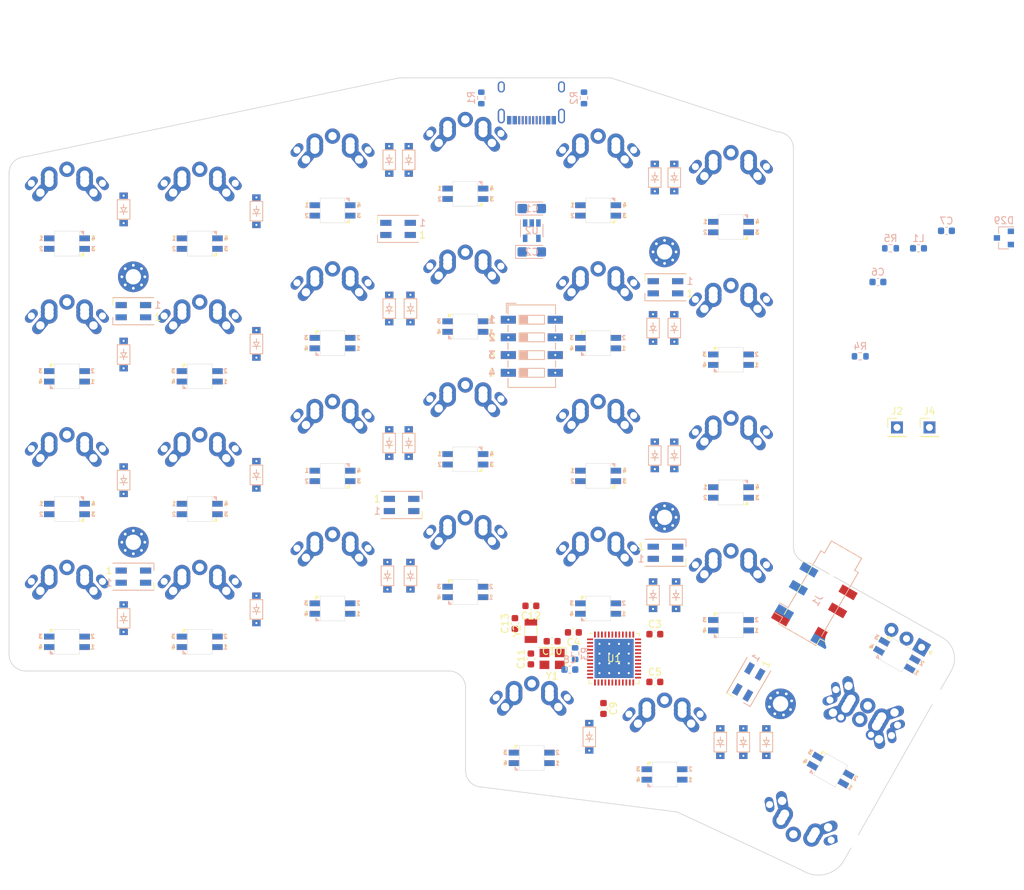
<source format=kicad_pcb>
(kicad_pcb (version 20171130) (host pcbnew 5.1.7-a382d34a8~87~ubuntu16.04.1)
  (layers (0 F.Cu signal) (31 B.Cu signal) (34 B.Paste user) (35 F.Paste user) (36 B.SilkS user) (37 F.SilkS user) (38 B.Mask user) (39 F.Mask user) (44 Edge.Cuts user))
  (net 0 "")
  (net 1 "Net-(D1-Pad1)")
  (net 2 "Net-(D1-Pad2)")
  (net 3 "Net-(D2-Pad2)")
  (net 4 "Net-(D3-Pad2)")
  (net 5 "Net-(D4-Pad2)")
  (net 6 "Net-(D5-Pad2)")
  (net 7 "Net-(D6-Pad2)")
  (net 8 "Net-(D7-Pad2)")
  (net 9 "Net-(D8-Pad2)")
  (net 10 "Net-(D9-Pad2)")
  (net 11 "Net-(D10-Pad1)")
  (net 12 "Net-(D10-Pad2)")
  (net 13 "Net-(D11-Pad2)")
  (net 14 "Net-(D12-Pad2)")
  (net 15 "Net-(D13-Pad1)")
  (net 16 "Net-(D13-Pad2)")
  (net 17 "Net-(D14-Pad2)")
  (net 18 "Net-(D15-Pad2)")
  (net 19 "Net-(D16-Pad2)")
  (net 20 "Net-(D17-Pad2)")
  (net 21 "Net-(D18-Pad2)")
  (net 22 "Net-(D19-Pad1)")
  (net 23 "Net-(D19-Pad2)")
  (net 24 "Net-(D20-Pad2)")
  (net 25 "Net-(D21-Pad2)")
  (net 26 "Net-(D22-Pad2)")
  (net 27 "Net-(D23-Pad2)")
  (net 28 "Net-(D24-Pad2)")
  (net 29 "Net-(SW10-Pad1)")
  (net 30 "Net-(SW11-Pad1)")
  (net 31 "Net-(SW12-Pad1)")
  (net 32 "Net-(SW13-Pad1)")
  (net 33 "Net-(SW15-Pad1)")
  (net 34 "Net-(SW16-Pad1)")
  (net 35 "Net-(D25-Pad1)")
  (net 36 "Net-(D25-Pad2)")
  (net 37 "Net-(D26-Pad2)")
  (net 38 "Net-(D27-Pad2)")
  (net 39 "Net-(D28-Pad2)")
  (net 40 "Net-(SW1-Pad1)")
  (net 41 GND)
  (net 42 "Net-(LED1-PadO)")
  (net 43 "Net-(U1-Pad2)")
  (net 44 "Net-(LED2-PadO)")
  (net 45 VCC)
  (net 46 "Net-(LED3-PadO)")
  (net 47 "Net-(LED4-PadO)")
  (net 48 "Net-(LED5-PadO)")
  (net 49 "Net-(LED6-PadO)")
  (net 50 /glow/glow-in)
  (net 51 /glow/glow-out)
  (net 52 "Net-(LED14-PadI)")
  (net 53 "Net-(LED8-PadI)")
  (net 54 "Net-(LED10-PadO)")
  (net 55 "Net-(LED10-PadI)")
  (net 56 "Net-(LED11-PadI)")
  (net 57 "Net-(LED12-PadI)")
  (net 58 "Net-(LED14-PadO)")
  (net 59 "Net-(LED15-PadO)")
  (net 60 "Net-(LED16-PadO)")
  (net 61 "Net-(LED17-PadO)")
  (net 62 "Net-(LED18-PadO)")
  (net 63 "Net-(LED19-PadO)")
  (net 64 "Net-(LED20-PadO)")
  (net 65 "Net-(LED20-PadI)")
  (net 66 "Net-(LED21-PadI)")
  (net 67 "Net-(LED22-PadI)")
  (net 68 "Net-(LED23-PadI)")
  (net 69 "Net-(LED24-PadI)")
  (net 70 "Net-(LED26-PadO)")
  (net 71 "Net-(LED27-PadO)")
  (net 72 "Net-(LED28-PadO)")
  (net 73 "Net-(LED29-PadO)")
  (net 74 "Net-(LED30-PadO)")
  (net 75 "Net-(LED31-PadO)")
  (net 76 /matrix/matrix-out)
  (net 77 "Net-(LED32-PadI)")
  (net 78 "Net-(LED34-PadI)")
  (net 79 "Net-(SW13-Pad5)")
  (net 80 "Net-(SW13-Pad2)")
  (net 81 "Net-(SW13-Pad6)")
  (net 82 "Net-(SW13-Pad3)")
  (net 83 "Net-(SW13-Pad7)")
  (net 84 "Net-(SW13-Pad4)")
  (net 85 "Net-(SW13-Pad8)")
  (net 86 "Net-(SW31-PadB)")
  (net 87 "Net-(SW31-PadA)")
  (net 88 "Net-(J3-PadB5)")
  (net 89 "Net-(J3-PadA8)")
  (net 90 "Net-(J3-PadA5)")
  (net 91 "Net-(J3-PadB8)")
  (net 92 VBUS)
  (net 93 D-)
  (net 94 D+)
  (net 95 "Net-(U2-Pad4)")
  (net 96 "Net-(C7-Pad1)")
  (net 97 "Net-(D29-Pad2)")
  (net 98 "Net-(C12-Pad1)")
  (net 99 "Net-(C13-Pad1)")
  (net 100 "Net-(C10-Pad1)")
  (net 101 "Net-(C11-Pad1)")
  (net 102 /MCU/NRST)
  (net 103 VREF)
  (net 104 /MCU/A0)
  (net 105 /MCU/A1)
  (net 106 /MCU/A2)
  (net 107 /MCU/A3)
  (net 108 /MCU/A4)
  (net 109 /MCU/A5)
  (net 110 /MCU/A6)
  (net 111 /MCU/A7)
  (net 112 /MCU/B0)
  (net 113 /MCU/B1)
  (net 114 "Net-(R5-Pad1)")
  (net 115 /MCU/B10)
  (net 116 "Net-(C9-Pad1)")
  (net 117 /MCU/B12)
  (net 118 /MCU/B13)
  (net 119 /MCU/B14)
  (net 120 /MCU/B15)
  (net 121 /MCU/A8)
  (net 122 /MCU/A9)
  (net 123 /MCU/A10)
  (net 124 /MCU/SWDIO)
  (net 125 /MCU/SWCLK)
  (net 126 /MCU/A15)
  (net 127 /MCU/B3)
  (net 128 /MCU/B4)
  (net 129 /MCU/B5)
  (net 130 /MCU/B6)
  (net 131 /MCU/B7)
  (net 132 /MCU/DFU)
  (net 133 /MCU/B8)
  (net 134 /MCU/B9)
  (module Crystal:Crystal_SMD_3215-2Pin_3.2x1.5mm (layer F.Cu) (at 112.522 122.702 90)
    (fp_text reference Y2 (at 0 -2 270) (layer F.SilkS))
    (fp_text value 32.768Khz)
    (pad 2 smd rect (at -1.25 0 90) (size 1 1.8) (layers F.Cu F.Paste F.Mask) (net 99 "Net-(C13-Pad1)"))
    (pad 1 smd rect (at 1.25 0 90) (size 1 1.8) (layers F.Cu F.Paste F.Mask) (net 98 "Net-(C12-Pad1)"))
  )
  (module Crystal:Crystal_SMD_3225-4Pin_3.2x2.5mm (layer F.Cu) (at 115.57 126.746 180)
    (fp_text reference Y1 (at 0 -2.45) (layer F.SilkS))
    (fp_text value 25Mhz)
    (pad 4 smd rect (at -1.1 -0.85 180) (size 1.4 1.2) (layers F.Cu F.Paste F.Mask) (net 41 GND))
    (pad 3 smd rect (at 1.1 -0.85 180) (size 1.4 1.2) (layers F.Cu F.Paste F.Mask) (net 101 "Net-(C11-Pad1)"))
    (pad 2 smd rect (at 1.1 0.85 180) (size 1.4 1.2) (layers F.Cu F.Paste F.Mask) (net 41 GND))
    (pad 1 smd rect (at -1.1 0.85 180) (size 1.4 1.2) (layers F.Cu F.Paste F.Mask) (net 100 "Net-(C10-Pad1)"))
  )
  (module Resistor_SMD:R_0603_1608Metric (layer B.Cu) (at 164.114 67.81 180)
    (fp_text reference R5 (at 0 1.43) (layer B.SilkS) (effects (justify mirror)))
    (fp_text value 10K)
    (pad 2 smd roundrect (at 0.825 0 180) (size 0.8 0.95) (layers B.Cu B.Paste B.Mask) (net 41 GND))
    (pad 1 smd roundrect (at -0.825 0 180) (size 0.8 0.95) (layers B.Cu B.Paste B.Mask) (net 114 "Net-(R5-Pad1)"))
  )
  (module Resistor_SMD:R_0603_1608Metric (layer B.Cu) (at 159.766 83.312 180)
    (fp_text reference R4 (at 0 1.43) (layer B.SilkS) (effects (justify mirror)))
    (fp_text value 10K)
    (pad 2 smd roundrect (at 0.825 0 180) (size 0.8 0.95) (layers B.Cu B.Paste B.Mask) (net 132 /MCU/DFU))
    (pad 1 smd roundrect (at -0.825 0 180) (size 0.8 0.95) (layers B.Cu B.Paste B.Mask) (net 41 GND))
  )
  (module Resistor_SMD:R_0603_1608Metric (layer B.Cu) (at 118.872 125.984 90)
    (fp_text reference R3 (at 0 1.43 90) (layer B.SilkS) (effects (justify mirror)))
    (fp_text value 10K)
    (pad 2 smd roundrect (at 0.825 0 90) (size 0.8 0.95) (layers B.Cu B.Paste B.Mask) (net 45 VCC))
    (pad 1 smd roundrect (at -0.825 0 90) (size 0.8 0.95) (layers B.Cu B.Paste B.Mask) (net 102 /MCU/NRST))
  )
  (module Resistor_SMD:R_0603_1608Metric (layer B.Cu) (at 120.142 46.228 270)
    (fp_text reference R2 (at 0 1.43 90) (layer B.SilkS) (effects (justify mirror)))
    (fp_text value 5k1)
    (pad 2 smd roundrect (at 0.825 0 270) (size 0.8 0.95) (layers B.Cu B.Paste B.Mask) (net 88 "Net-(J3-PadB5)"))
    (pad 1 smd roundrect (at -0.825 0 270) (size 0.8 0.95) (layers B.Cu B.Paste B.Mask) (net 41 GND))
  )
  (module Resistor_SMD:R_0603_1608Metric (layer B.Cu) (at 105.41 46.228 270)
    (fp_text reference R1 (at 0 1.43 90) (layer B.SilkS) (effects (justify mirror)))
    (fp_text value 5k1)
    (pad 2 smd roundrect (at 0.825 0 270) (size 0.8 0.95) (layers B.Cu B.Paste B.Mask) (net 90 "Net-(J3-PadA5)"))
    (pad 1 smd roundrect (at -0.825 0 270) (size 0.8 0.95) (layers B.Cu B.Paste B.Mask) (net 41 GND))
  )
  (module Inductor_SMD:L_0603_1608Metric (layer B.Cu) (at 168.124 67.81 180)
    (fp_text reference L1 (at 0 1.43) (layer B.SilkS) (effects (justify mirror)))
    (fp_text value 1Kr-100Mhz)
    (pad 2 smd roundrect (at 0.7875 0 180) (size 0.875 0.95) (layers B.Cu B.Paste B.Mask) (net 103 VREF))
    (pad 1 smd roundrect (at -0.7875 0 180) (size 0.875 0.95) (layers B.Cu B.Paste B.Mask) (net 45 VCC))
  )
  (module Package_TO_SOT_SMD:SOT-23 (layer B.Cu) (at 180.374 66.32 180)
    (fp_text reference D29 (at 0 2.5) (layer B.SilkS) (effects (justify mirror)))
    (fp_text value BAT54C)
    (pad 3 smd rect (at 1 0 180) (size 0.9 0.8) (layers B.Cu B.Paste B.Mask) (net 96 "Net-(C7-Pad1)"))
    (pad 2 smd rect (at -1 -0.95 180) (size 0.9 0.8) (layers B.Cu B.Paste B.Mask) (net 97 "Net-(D29-Pad2)"))
    (pad 1 smd rect (at -1 0.95 180) (size 0.9 0.8) (layers B.Cu B.Paste B.Mask) (net 45 VCC))
  )
  (module Capacitor_SMD:C_0603_1608Metric (layer F.Cu) (at 110.236 121.666 90)
    (fp_text reference C13 (at 0 -1.43 90) (layer F.SilkS))
    (fp_text value " ")
    (pad 2 smd roundrect (at 0.775 0 90) (size 0.9 0.95) (layers F.Cu F.Paste F.Mask) (net 41 GND))
    (pad 1 smd roundrect (at -0.775 0 90) (size 0.9 0.95) (layers F.Cu F.Paste F.Mask) (net 99 "Net-(C13-Pad1)"))
  )
  (module Capacitor_SMD:C_0603_1608Metric (layer F.Cu) (at 112.522 119.126 180)
    (fp_text reference C12 (at 0 -1.43) (layer F.SilkS))
    (fp_text value " ")
    (pad 2 smd roundrect (at 0.775 0 180) (size 0.9 0.95) (layers F.Cu F.Paste F.Mask) (net 41 GND))
    (pad 1 smd roundrect (at -0.775 0 180) (size 0.9 0.95) (layers F.Cu F.Paste F.Mask) (net 98 "Net-(C12-Pad1)"))
  )
  (module Capacitor_SMD:C_0603_1608Metric (layer F.Cu) (at 112.522 126.746 90)
    (fp_text reference C11 (at 0 -1.43 90) (layer F.SilkS))
    (fp_text value " ")
    (pad 2 smd roundrect (at 0.775 0 90) (size 0.9 0.95) (layers F.Cu F.Paste F.Mask) (net 41 GND))
    (pad 1 smd roundrect (at -0.775 0 90) (size 0.9 0.95) (layers F.Cu F.Paste F.Mask) (net 101 "Net-(C11-Pad1)"))
  )
  (module Capacitor_SMD:C_0603_1608Metric (layer F.Cu) (at 115.57 124.206 180)
    (fp_text reference C10 (at 0 -1.43) (layer F.SilkS))
    (fp_text value " ")
    (pad 2 smd roundrect (at 0.775 0 180) (size 0.9 0.95) (layers F.Cu F.Paste F.Mask) (net 41 GND))
    (pad 1 smd roundrect (at -0.775 0 180) (size 0.9 0.95) (layers F.Cu F.Paste F.Mask) (net 100 "Net-(C10-Pad1)"))
  )
  (module Capacitor_SMD:C_0603_1608Metric (layer F.Cu) (at 122.936 133.858 270)
    (fp_text reference C9 (at 0 -1.43 270) (layer F.SilkS))
    (fp_text value 2.2uF)
    (pad 2 smd roundrect (at 0.775 0 270) (size 0.9 0.95) (layers F.Cu F.Paste F.Mask) (net 41 GND))
    (pad 1 smd roundrect (at -0.775 0 270) (size 0.9 0.95) (layers F.Cu F.Paste F.Mask) (net 116 "Net-(C9-Pad1)"))
  )
  (module Capacitor_SMD:C_0603_1608Metric (layer B.Cu) (at 118.11 128.27 180)
    (fp_text reference C8 (at 0 1.43) (layer B.SilkS) (effects (justify mirror)))
    (fp_text value 100nF)
    (pad 2 smd roundrect (at 0.775 0 180) (size 0.9 0.95) (layers B.Cu B.Paste B.Mask) (net 41 GND))
    (pad 1 smd roundrect (at -0.775 0 180) (size 0.9 0.95) (layers B.Cu B.Paste B.Mask) (net 102 /MCU/NRST))
  )
  (module Capacitor_SMD:C_0603_1608Metric (layer B.Cu) (at 172.134 65.3 180)
    (fp_text reference C7 (at 0 1.43) (layer B.SilkS) (effects (justify mirror)))
    (fp_text value 100nF)
    (pad 2 smd roundrect (at 0.775 0 180) (size 0.9 0.95) (layers B.Cu B.Paste B.Mask) (net 41 GND))
    (pad 1 smd roundrect (at -0.775 0 180) (size 0.9 0.95) (layers B.Cu B.Paste B.Mask) (net 96 "Net-(C7-Pad1)"))
  )
  (module Capacitor_SMD:C_0603_1608Metric (layer B.Cu) (at 162.306 72.644 180)
    (fp_text reference C6 (at 0 1.43) (layer B.SilkS) (effects (justify mirror)))
    (fp_text value 100nF)
    (pad 2 smd roundrect (at 0.775 0 180) (size 0.9 0.95) (layers B.Cu B.Paste B.Mask) (net 41 GND))
    (pad 1 smd roundrect (at -0.775 0 180) (size 0.9 0.95) (layers B.Cu B.Paste B.Mask) (net 103 VREF))
  )
  (module Capacitor_SMD:C_0603_1608Metric (layer F.Cu) (at 130.302 130.048)
    (fp_text reference C5 (at 0 -1.43) (layer F.SilkS))
    (fp_text value 100nF)
    (pad 2 smd roundrect (at 0.775 0) (size 0.9 0.95) (layers F.Cu F.Paste F.Mask) (net 41 GND))
    (pad 1 smd roundrect (at -0.775 0) (size 0.9 0.95) (layers F.Cu F.Paste F.Mask) (net 45 VCC))
  )
  (module Capacitor_SMD:C_0603_1608Metric (layer F.Cu) (at 118.618 122.936 180)
    (fp_text reference C4 (at 0 -1.43) (layer F.SilkS))
    (fp_text value 100nF)
    (pad 2 smd roundrect (at 0.775 0 180) (size 0.9 0.95) (layers F.Cu F.Paste F.Mask) (net 41 GND))
    (pad 1 smd roundrect (at -0.775 0 180) (size 0.9 0.95) (layers F.Cu F.Paste F.Mask) (net 45 VCC))
  )
  (module Capacitor_SMD:C_0603_1608Metric (layer F.Cu) (at 130.302 123.19)
    (fp_text reference C3 (at 0 -1.43) (layer F.SilkS))
    (fp_text value 100nF)
    (pad 2 smd roundrect (at 0.775 0) (size 0.9 0.95) (layers F.Cu F.Paste F.Mask) (net 41 GND))
    (pad 1 smd roundrect (at -0.775 0) (size 0.9 0.95) (layers F.Cu F.Paste F.Mask) (net 45 VCC))
  )
  (module Connector_PinHeader_2.54mm:PinHeader_1x01_P2.54mm_Vertical (layer F.Cu) (at 169.694 93.522)
    (fp_text reference J4 (at 0 -2.33) (layer F.SilkS))
    (fp_text value " ")
    (pad 1 thru_hole rect (at 0 0) (size 1.7 1.7) (drill 1) (layers *.Cu *.Mask) (net 41 GND))
  )
  (module Connector_PinHeader_2.54mm:PinHeader_1x01_P2.54mm_Vertical (layer F.Cu) (at 165.044 93.522)
    (fp_text reference J2 (at 0 -2.33) (layer F.SilkS))
    (fp_text value " ")
    (pad 1 thru_hole rect (at 0 0) (size 1.7 1.7) (drill 1) (layers *.Cu *.Mask) (net 97 "Net-(D29-Pad2)"))
  )
  (module Capacitor_Tantalum_SMD:CP_EIA-3216-10_Kemet-I (layer B.Cu) (at 112.649 68.326)
    (fp_text reference C2 (at 0 0) (layer B.SilkS) (effects (justify mirror)))
    (fp_text value CP1_Small)
    (pad 2 smd roundrect (at 1.35 0) (size 1.4 1.35) (layers B.Cu B.Paste B.Mask) (roundrect_rratio 0.185185) (net 41 GND))
    (pad 1 smd roundrect (at -1.35 0) (size 1.4 1.35) (layers B.Cu B.Paste B.Mask) (roundrect_rratio 0.185185) (net 45 VCC))
  )
  (module Capacitor_Tantalum_SMD:CP_EIA-3216-10_Kemet-I (layer B.Cu) (at 112.649 62.103)
    (fp_text reference C1 (at 0 0) (layer B.SilkS) (effects (justify mirror)))
    (fp_text value CP1_Small)
    (pad 2 smd roundrect (at 1.35 0) (size 1.4 1.35) (layers B.Cu B.Paste B.Mask) (roundrect_rratio 0.185185) (net 41 GND))
    (pad 1 smd roundrect (at -1.35 0) (size 1.4 1.35) (layers B.Cu B.Paste B.Mask) (roundrect_rratio 0.185185) (net 92 VBUS))
  )
  (module Package_TO_SOT_SMD:SOT-23-5 (layer B.Cu) (at 112.649 65.278 270)
    (fp_text reference U2 (at 0 0 180) (layer B.SilkS) (effects (justify mirror)))
    (fp_text value MIC5219-3.3YM5)
    (pad 5 smd rect (at 1.1 0.95 270) (size 1.06 0.65) (layers B.Cu B.Paste B.Mask) (net 45 VCC))
    (pad 4 smd rect (at 1.1 -0.95 270) (size 1.06 0.65) (layers B.Cu B.Paste B.Mask) (net 95 "Net-(U2-Pad4)"))
    (pad 3 smd rect (at -1.1 -0.95 270) (size 1.06 0.65) (layers B.Cu B.Paste B.Mask) (net 92 VBUS))
    (pad 2 smd rect (at -1.1 0 270) (size 1.06 0.65) (layers B.Cu B.Paste B.Mask) (net 41 GND))
    (pad 1 smd rect (at -1.1 0.95 270) (size 1.06 0.65) (layers B.Cu B.Paste B.Mask) (net 92 VBUS))
  )
  (module Package_DFN_QFN:QFN-48-1EP_7x7mm_P0.5mm_EP5.6x5.6mm (layer F.Cu) (at 124.46 126.684)
    (fp_text reference U1 (at 0 0) (layer F.SilkS))
    (fp_text value " ")
    (pad 49 smd rect (at 0 0) (size 5.6 5.6) (layers B.Cu) (net 41 GND))
    (pad 1 smd roundrect (at -3.4375 -2.75) (size 0.875 0.25) (layers F.Cu F.Paste F.Mask) (net 96 "Net-(C7-Pad1)"))
    (pad 2 smd roundrect (at -3.4375 -2.25) (size 0.875 0.25) (layers F.Cu F.Paste F.Mask) (net 43 "Net-(U1-Pad2)"))
    (pad 3 smd roundrect (at -3.4375 -1.75) (size 0.875 0.25) (layers F.Cu F.Paste F.Mask) (net 98 "Net-(C12-Pad1)"))
    (pad 4 smd roundrect (at -3.4375 -1.25) (size 0.875 0.25) (layers F.Cu F.Paste F.Mask) (net 99 "Net-(C13-Pad1)"))
    (pad 5 smd roundrect (at -3.4375 -0.75) (size 0.875 0.25) (layers F.Cu F.Paste F.Mask) (net 100 "Net-(C10-Pad1)"))
    (pad 6 smd roundrect (at -3.4375 -0.25) (size 0.875 0.25) (layers F.Cu F.Paste F.Mask) (net 101 "Net-(C11-Pad1)"))
    (pad 7 smd roundrect (at -3.4375 0.25) (size 0.875 0.25) (layers F.Cu F.Paste F.Mask) (net 102 /MCU/NRST))
    (pad 8 smd roundrect (at -3.4375 0.75) (size 0.875 0.25) (layers F.Cu F.Paste F.Mask) (net 41 GND))
    (pad 9 smd roundrect (at -3.4375 1.25) (size 0.875 0.25) (layers F.Cu F.Paste F.Mask) (net 103 VREF))
    (pad 10 smd roundrect (at -3.4375 1.75) (size 0.875 0.25) (layers F.Cu F.Paste F.Mask) (net 104 /MCU/A0))
    (pad 11 smd roundrect (at -3.4375 2.25) (size 0.875 0.25) (layers F.Cu F.Paste F.Mask) (net 105 /MCU/A1))
    (pad 12 smd roundrect (at -3.4375 2.75) (size 0.875 0.25) (layers F.Cu F.Paste F.Mask) (net 106 /MCU/A2))
    (pad 13 smd roundrect (at -2.75 3.4375) (size 0.25 0.875) (layers F.Cu F.Paste F.Mask) (net 107 /MCU/A3))
    (pad 14 smd roundrect (at -2.25 3.4375) (size 0.25 0.875) (layers F.Cu F.Paste F.Mask) (net 108 /MCU/A4))
    (pad 15 smd roundrect (at -1.75 3.4375) (size 0.25 0.875) (layers F.Cu F.Paste F.Mask) (net 109 /MCU/A5))
    (pad 16 smd roundrect (at -1.25 3.4375) (size 0.25 0.875) (layers F.Cu F.Paste F.Mask) (net 110 /MCU/A6))
    (pad 17 smd roundrect (at -0.75 3.4375) (size 0.25 0.875) (layers F.Cu F.Paste F.Mask) (net 111 /MCU/A7))
    (pad 18 smd roundrect (at -0.25 3.4375) (size 0.25 0.875) (layers F.Cu F.Paste F.Mask) (net 112 /MCU/B0))
    (pad 19 smd roundrect (at 0.25 3.4375) (size 0.25 0.875) (layers F.Cu F.Paste F.Mask) (net 113 /MCU/B1))
    (pad 20 smd roundrect (at 0.75 3.4375) (size 0.25 0.875) (layers F.Cu F.Paste F.Mask) (net 114 "Net-(R5-Pad1)"))
    (pad 21 smd roundrect (at 1.25 3.4375) (size 0.25 0.875) (layers F.Cu F.Paste F.Mask) (net 115 /MCU/B10))
    (pad 22 smd roundrect (at 1.75 3.4375) (size 0.25 0.875) (layers F.Cu F.Paste F.Mask) (net 116 "Net-(C9-Pad1)"))
    (pad 23 smd roundrect (at 2.25 3.4375) (size 0.25 0.875) (layers F.Cu F.Paste F.Mask) (net 41 GND))
    (pad 24 smd roundrect (at 2.75 3.4375) (size 0.25 0.875) (layers F.Cu F.Paste F.Mask) (net 45 VCC))
    (pad 25 smd roundrect (at 3.4375 2.75) (size 0.875 0.25) (layers F.Cu F.Paste F.Mask) (net 117 /MCU/B12))
    (pad 26 smd roundrect (at 3.4375 2.25) (size 0.875 0.25) (layers F.Cu F.Paste F.Mask) (net 118 /MCU/B13))
    (pad 27 smd roundrect (at 3.4375 1.75) (size 0.875 0.25) (layers F.Cu F.Paste F.Mask) (net 119 /MCU/B14))
    (pad 28 smd roundrect (at 3.4375 1.25) (size 0.875 0.25) (layers F.Cu F.Paste F.Mask) (net 120 /MCU/B15))
    (pad 29 smd roundrect (at 3.4375 0.75) (size 0.875 0.25) (layers F.Cu F.Paste F.Mask) (net 121 /MCU/A8))
    (pad 30 smd roundrect (at 3.4375 0.25) (size 0.875 0.25) (layers F.Cu F.Paste F.Mask) (net 122 /MCU/A9))
    (pad 31 smd roundrect (at 3.4375 -0.25) (size 0.875 0.25) (layers F.Cu F.Paste F.Mask) (net 123 /MCU/A10))
    (pad 32 smd roundrect (at 3.4375 -0.75) (size 0.875 0.25) (layers F.Cu F.Paste F.Mask) (net 93 D-))
    (pad 33 smd roundrect (at 3.4375 -1.25) (size 0.875 0.25) (layers F.Cu F.Paste F.Mask) (net 94 D+))
    (pad 34 smd roundrect (at 3.4375 -1.75) (size 0.875 0.25) (layers F.Cu F.Paste F.Mask) (net 124 /MCU/SWDIO))
    (pad 35 smd roundrect (at 3.4375 -2.25) (size 0.875 0.25) (layers F.Cu F.Paste F.Mask) (net 41 GND))
    (pad 36 smd roundrect (at 3.4375 -2.75) (size 0.875 0.25) (layers F.Cu F.Paste F.Mask) (net 45 VCC))
    (pad 37 smd roundrect (at 2.75 -3.4375) (size 0.25 0.875) (layers F.Cu F.Paste F.Mask) (net 125 /MCU/SWCLK))
    (pad 38 smd roundrect (at 2.25 -3.4375) (size 0.25 0.875) (layers F.Cu F.Paste F.Mask) (net 126 /MCU/A15))
    (pad 39 smd roundrect (at 1.75 -3.4375) (size 0.25 0.875) (layers F.Cu F.Paste F.Mask) (net 127 /MCU/B3))
    (pad 40 smd roundrect (at 1.25 -3.4375) (size 0.25 0.875) (layers F.Cu F.Paste F.Mask) (net 128 /MCU/B4))
    (pad 41 smd roundrect (at 0.75 -3.4375) (size 0.25 0.875) (layers F.Cu F.Paste F.Mask) (net 129 /MCU/B5))
    (pad 42 smd roundrect (at 0.25 -3.4375) (size 0.25 0.875) (layers F.Cu F.Paste F.Mask) (net 130 /MCU/B6))
    (pad 43 smd roundrect (at -0.25 -3.4375) (size 0.25 0.875) (layers F.Cu F.Paste F.Mask) (net 131 /MCU/B7))
    (pad 44 smd roundrect (at -0.75 -3.4375) (size 0.25 0.875) (layers F.Cu F.Paste F.Mask) (net 132 /MCU/DFU))
    (pad 45 smd roundrect (at -1.25 -3.4375) (size 0.25 0.875) (layers F.Cu F.Paste F.Mask) (net 133 /MCU/B8))
    (pad 46 smd roundrect (at -1.75 -3.4375) (size 0.25 0.875) (layers F.Cu F.Paste F.Mask) (net 134 /MCU/B9))
    (pad 47 smd roundrect (at -2.25 -3.4375) (size 0.25 0.875) (layers F.Cu F.Paste F.Mask) (net 41 GND))
    (pad 48 smd roundrect (at -2.75 -3.4375) (size 0.25 0.875) (layers F.Cu F.Paste F.Mask) (net 45 VCC))
    (pad 49 smd rect (at 0 0) (size 5.6 5.6) (layers F.Cu F.Mask) (net 41 GND))
    (pad 49 thru_hole roundrect (at -2.1 -2.1) (size 1.13 1.13) (drill 0.3) (layers *.Cu F.Paste F.Mask) (roundrect_rratio 0.221) (net 41 GND))
    (pad 49 thru_hole roundrect (at -2.1 -0.7) (size 1.13 1.13) (drill 0.3) (layers *.Cu F.Paste F.Mask) (roundrect_rratio 0.221) (net 41 GND))
    (pad 49 thru_hole roundrect (at -2.1 0.7) (size 1.13 1.13) (drill 0.3) (layers *.Cu F.Paste F.Mask) (roundrect_rratio 0.221) (net 41 GND))
    (pad 49 thru_hole roundrect (at -2.1 2.1) (size 1.13 1.13) (drill 0.3) (layers *.Cu F.Paste F.Mask) (roundrect_rratio 0.221) (net 41 GND))
    (pad 49 thru_hole roundrect (at -0.7 -2.1) (size 1.13 1.13) (drill 0.3) (layers *.Cu F.Paste F.Mask) (roundrect_rratio 0.221) (net 41 GND))
    (pad 49 thru_hole roundrect (at -0.7 -0.7) (size 1.13 1.13) (drill 0.3) (layers *.Cu F.Paste F.Mask) (roundrect_rratio 0.221) (net 41 GND))
    (pad 49 thru_hole roundrect (at -0.7 0.7) (size 1.13 1.13) (drill 0.3) (layers *.Cu F.Paste F.Mask) (roundrect_rratio 0.221) (net 41 GND))
    (pad 49 thru_hole roundrect (at -0.7 2.1) (size 1.13 1.13) (drill 0.3) (layers *.Cu F.Paste F.Mask) (roundrect_rratio 0.221) (net 41 GND))
    (pad 49 thru_hole roundrect (at 0.7 -2.1) (size 1.13 1.13) (drill 0.3) (layers *.Cu F.Paste F.Mask) (roundrect_rratio 0.221) (net 41 GND))
    (pad 49 thru_hole roundrect (at 0.7 -0.7) (size 1.13 1.13) (drill 0.3) (layers *.Cu F.Paste F.Mask) (roundrect_rratio 0.221) (net 41 GND))
    (pad 49 thru_hole roundrect (at 0.7 0.7) (size 1.13 1.13) (drill 0.3) (layers *.Cu F.Paste F.Mask) (roundrect_rratio 0.221) (net 41 GND))
    (pad 49 thru_hole roundrect (at 0.7 2.1) (size 1.13 1.13) (drill 0.3) (layers *.Cu F.Paste F.Mask) (roundrect_rratio 0.221) (net 41 GND))
    (pad 49 thru_hole roundrect (at 2.1 -2.1) (size 1.13 1.13) (drill 0.3) (layers *.Cu F.Paste F.Mask) (roundrect_rratio 0.221) (net 41 GND))
    (pad 49 thru_hole roundrect (at 2.1 -0.7) (size 1.13 1.13) (drill 0.3) (layers *.Cu F.Paste F.Mask) (roundrect_rratio 0.221) (net 41 GND))
    (pad 49 thru_hole roundrect (at 2.1 0.7) (size 1.13 1.13) (drill 0.3) (layers *.Cu F.Paste F.Mask) (roundrect_rratio 0.221) (net 41 GND))
    (pad 49 thru_hole roundrect (at 2.1 2.1) (size 1.13 1.13) (drill 0.3) (layers *.Cu F.Paste F.Mask) (roundrect_rratio 0.221) (net 41 GND))
  )
  (module fruitkt:USB-C-16pin-hight (layer B.Cu) (at 112.5982 45.72 180)
    (fp_text reference J3)
    (fp_text value " ")
    (pad B9 smd rect (at -2.4 -3.7038 180) (size 0.6 1.16) (layers F.Cu F.Paste F.Mask) (net 92 VBUS))
    (pad B12 smd rect (at -3.2 -3.7038 180) (size 0.6 1.16) (layers F.Cu F.Paste F.Mask) (net 41 GND))
    (pad A7 smd rect (at 0.25 -3.7088) (size 0.3 1.15) (layers F.Cu F.Paste F.Mask) (net 93 D-))
    (pad B5 smd rect (at 1.75 -3.7038) (size 0.3 1.16) (layers F.Cu F.Paste F.Mask) (net 88 "Net-(J3-PadB5)"))
    (pad A12 smd rect (at 3.2 -3.7038 180) (size 0.6 1.16) (layers F.Cu F.Paste F.Mask) (net 41 GND))
    (pad B4 smd rect (at 2.4 -3.7038 180) (size 0.6 1.16) (layers F.Cu F.Paste F.Mask) (net 92 VBUS))
    (pad A4 smd rect (at -2.4 -3.7038 180) (size 0.6 1.16) (layers F.Cu F.Paste F.Mask) (net 92 VBUS))
    (pad A8 smd rect (at 1.25 -3.7038) (size 0.3 1.16) (layers F.Cu F.Paste F.Mask) (net 89 "Net-(J3-PadA8)"))
    (pad B7 smd rect (at -0.75 -3.7038) (size 0.3 1.16) (layers F.Cu F.Paste F.Mask) (net 93 D-))
    (pad B1 smd rect (at 3.2 -3.7038 180) (size 0.6 1.16) (layers F.Cu F.Paste F.Mask) (net 41 GND))
    (pad B6 smd rect (at 0.75 -3.7038) (size 0.3 1.16) (layers F.Cu F.Paste F.Mask) (net 94 D+))
    (pad A1 smd rect (at -3.2 -3.7038 180) (size 0.6 1.16) (layers F.Cu F.Paste F.Mask) (net 41 GND))
    (pad B8 smd rect (at -1.75 -3.7038) (size 0.3 1.16) (layers F.Cu F.Paste F.Mask) (net 91 "Net-(J3-PadB8)"))
    (pad A9 smd rect (at 2.4 -3.7038 180) (size 0.6 1.16) (layers F.Cu F.Paste F.Mask) (net 92 VBUS))
    (pad A5 smd rect (at -1.25 -3.7038) (size 0.3 1.16) (layers F.Cu F.Paste F.Mask) (net 90 "Net-(J3-PadA5)"))
    (pad A6 smd rect (at -0.25 -3.7088) (size 0.3 1.15) (layers F.Cu F.Paste F.Mask) (net 94 D+))
    (pad B9 smd rect (at 2.4 -3.7038) (size 0.6 1.16) (layers B.Cu B.Paste B.Mask) (net 92 VBUS))
    (pad B12 smd rect (at 3.2 -3.7038) (size 0.6 1.16) (layers B.Cu B.Paste B.Mask) (net 41 GND))
    (pad A7 smd rect (at -0.25 -3.7088 180) (size 0.3 1.15) (layers B.Cu B.Paste B.Mask) (net 93 D-))
    (pad B5 smd rect (at -1.75 -3.7038 180) (size 0.3 1.16) (layers B.Cu B.Paste B.Mask) (net 88 "Net-(J3-PadB5)"))
    (pad A12 smd rect (at -3.2 -3.7038) (size 0.6 1.16) (layers B.Cu B.Paste B.Mask) (net 41 GND))
    (pad B4 smd rect (at -2.4 -3.7038) (size 0.6 1.16) (layers B.Cu B.Paste B.Mask) (net 92 VBUS))
    (pad A4 smd rect (at 2.4 -3.7038) (size 0.6 1.16) (layers B.Cu B.Paste B.Mask) (net 92 VBUS))
    (pad A8 smd rect (at -1.25 -3.7038 180) (size 0.3 1.16) (layers B.Cu B.Paste B.Mask) (net 89 "Net-(J3-PadA8)"))
    (pad B7 smd rect (at 0.75 -3.7038 180) (size 0.3 1.16) (layers B.Cu B.Paste B.Mask) (net 93 D-))
    (pad B1 smd rect (at -3.2 -3.7038) (size 0.6 1.16) (layers B.Cu B.Paste B.Mask) (net 41 GND))
    (pad B6 smd rect (at -0.75 -3.7038 180) (size 0.3 1.16) (layers B.Cu B.Paste B.Mask) (net 94 D+))
    (pad A1 smd rect (at 3.2 -3.7038) (size 0.6 1.16) (layers B.Cu B.Paste B.Mask) (net 41 GND))
    (pad B8 smd rect (at 1.75 -3.7038 180) (size 0.3 1.16) (layers B.Cu B.Paste B.Mask) (net 91 "Net-(J3-PadB8)"))
    (pad A9 smd rect (at -2.4 -3.7038) (size 0.6 1.16) (layers B.Cu B.Paste B.Mask) (net 92 VBUS))
    (pad A5 smd rect (at 1.25 -3.7038 180) (size 0.3 1.16) (layers B.Cu B.Paste B.Mask) (net 90 "Net-(J3-PadA5)"))
    (pad A6 smd rect (at 0.25 -3.7088 180) (size 0.3 1.15) (layers B.Cu B.Paste B.Mask) (net 94 D+))
    (pad S1 thru_hole oval (at -4.32 1.075) (size 1 1.6) (drill oval 0.6 1.2) (layers *.Cu *.Mask) (net 41 GND))
    (pad S1 thru_hole oval (at 4.32 -3.105) (size 1 2.1) (drill oval 0.6 1.7) (layers *.Cu *.Mask) (net 41 GND))
    (pad S1 thru_hole oval (at 4.32 1.075) (size 1 1.6) (drill oval 0.6 1.2) (layers *.Cu *.Mask) (net 41 GND))
    (pad "" np_thru_hole circle (at 2.89 -2.605) (size 0.65 0.65) (drill 0.65) (layers *.Cu *.Mask))
    (pad "" np_thru_hole circle (at -2.89 -2.605) (size 0.65 0.65) (drill 0.65) (layers *.Cu *.Mask))
    (pad S1 thru_hole oval (at -4.32 -3.105) (size 1 2.1) (drill oval 0.6 1.7) (layers *.Cu *.Mask) (net 41 GND))
  )
  (module fruitkt:DIODE (layer F.Cu) (at 143.002 138.684 90)
    (fp_text reference D28)
    (fp_text value " ")
    (pad 1 thru_hole rect (at -1.9685 0 90) (size 0.9 1.2) (drill 0.3) (layers *.Cu *.Paste *.Mask) (net 35 "Net-(D25-Pad1)"))
    (pad 2 thru_hole rect (at 1.9685 0 90) (size 0.9 1.2) (drill 0.3) (layers *.Cu *.Paste *.Mask) (net 39 "Net-(D28-Pad2)"))
  )
  (module fruitkt:DIODE (layer F.Cu) (at 146.304 138.684 90)
    (fp_text reference D27)
    (fp_text value " ")
    (pad 1 thru_hole rect (at -1.9685 0 90) (size 0.9 1.2) (drill 0.3) (layers *.Cu *.Paste *.Mask) (net 35 "Net-(D25-Pad1)"))
    (pad 2 thru_hole rect (at 1.9685 0 90) (size 0.9 1.2) (drill 0.3) (layers *.Cu *.Paste *.Mask) (net 38 "Net-(D27-Pad2)"))
  )
  (module fruitkt:DIODE (layer F.Cu) (at 139.7 138.684 90)
    (fp_text reference D26)
    (fp_text value " ")
    (pad 1 thru_hole rect (at -1.9685 0 90) (size 0.9 1.2) (drill 0.3) (layers *.Cu *.Paste *.Mask) (net 35 "Net-(D25-Pad1)"))
    (pad 2 thru_hole rect (at 1.9685 0 90) (size 0.9 1.2) (drill 0.3) (layers *.Cu *.Paste *.Mask) (net 37 "Net-(D26-Pad2)"))
  )
  (module fruitkt:DIODE (layer F.Cu) (at 120.904 137.922 90)
    (fp_text reference D25)
    (fp_text value " ")
    (pad 1 thru_hole rect (at -1.9685 0 90) (size 0.9 1.2) (drill 0.3) (layers *.Cu *.Paste *.Mask) (net 35 "Net-(D25-Pad1)"))
    (pad 2 thru_hole rect (at 1.9685 0 90) (size 0.9 1.2) (drill 0.3) (layers *.Cu *.Paste *.Mask) (net 36 "Net-(D25-Pad2)"))
  )
  (module fruitkt:DIODE (layer F.Cu) (at 133.35 117.602 90)
    (fp_text reference D24)
    (fp_text value " ")
    (pad 1 thru_hole rect (at -1.9685 0 90) (size 0.9 1.2) (drill 0.3) (layers *.Cu *.Paste *.Mask) (net 22 "Net-(D19-Pad1)"))
    (pad 2 thru_hole rect (at 1.9685 0 90) (size 0.9 1.2) (drill 0.3) (layers *.Cu *.Paste *.Mask) (net 28 "Net-(D24-Pad2)"))
  )
  (module fruitkt:DIODE (layer F.Cu) (at 130.048 117.602 90)
    (fp_text reference D23)
    (fp_text value " ")
    (pad 1 thru_hole rect (at -1.9685 0 90) (size 0.9 1.2) (drill 0.3) (layers *.Cu *.Paste *.Mask) (net 22 "Net-(D19-Pad1)"))
    (pad 2 thru_hole rect (at 1.9685 0 90) (size 0.9 1.2) (drill 0.3) (layers *.Cu *.Paste *.Mask) (net 27 "Net-(D23-Pad2)"))
  )
  (module fruitkt:DIODE (layer F.Cu) (at 95.25 114.808 90)
    (fp_text reference D22)
    (fp_text value " ")
    (pad 1 thru_hole rect (at -1.9685 0 90) (size 0.9 1.2) (drill 0.3) (layers *.Cu *.Paste *.Mask) (net 22 "Net-(D19-Pad1)"))
    (pad 2 thru_hole rect (at 1.9685 0 90) (size 0.9 1.2) (drill 0.3) (layers *.Cu *.Paste *.Mask) (net 26 "Net-(D22-Pad2)"))
  )
  (module fruitkt:DIODE (layer F.Cu) (at 91.948 114.808 90)
    (fp_text reference D21)
    (fp_text value " ")
    (pad 1 thru_hole rect (at -1.9685 0 90) (size 0.9 1.2) (drill 0.3) (layers *.Cu *.Paste *.Mask) (net 22 "Net-(D19-Pad1)"))
    (pad 2 thru_hole rect (at 1.9685 0 90) (size 0.9 1.2) (drill 0.3) (layers *.Cu *.Paste *.Mask) (net 25 "Net-(D21-Pad2)"))
  )
  (module fruitkt:DIODE (layer F.Cu) (at 73.152 119.634 90)
    (fp_text reference D20)
    (fp_text value " ")
    (pad 1 thru_hole rect (at -1.9685 0 90) (size 0.9 1.2) (drill 0.3) (layers *.Cu *.Paste *.Mask) (net 22 "Net-(D19-Pad1)"))
    (pad 2 thru_hole rect (at 1.9685 0 90) (size 0.9 1.2) (drill 0.3) (layers *.Cu *.Paste *.Mask) (net 24 "Net-(D20-Pad2)"))
  )
  (module fruitkt:DIODE (layer F.Cu) (at 54.102 120.904 90)
    (fp_text reference D19)
    (fp_text value " ")
    (pad 1 thru_hole rect (at -1.9685 0 90) (size 0.9 1.2) (drill 0.3) (layers *.Cu *.Paste *.Mask) (net 22 "Net-(D19-Pad1)"))
    (pad 2 thru_hole rect (at 1.9685 0 90) (size 0.9 1.2) (drill 0.3) (layers *.Cu *.Paste *.Mask) (net 23 "Net-(D19-Pad2)"))
  )
  (module fruitkt:DIODE (layer F.Cu) (at 133.096 97.536 90)
    (fp_text reference D18)
    (fp_text value " ")
    (pad 1 thru_hole rect (at -1.9685 0 90) (size 0.9 1.2) (drill 0.3) (layers *.Cu *.Paste *.Mask) (net 15 "Net-(D13-Pad1)"))
    (pad 2 thru_hole rect (at 1.9685 0 90) (size 0.9 1.2) (drill 0.3) (layers *.Cu *.Paste *.Mask) (net 21 "Net-(D18-Pad2)"))
  )
  (module fruitkt:DIODE (layer F.Cu) (at 130.302 97.536 90)
    (fp_text reference D17)
    (fp_text value " ")
    (pad 1 thru_hole rect (at -1.9685 0 90) (size 0.9 1.2) (drill 0.3) (layers *.Cu *.Paste *.Mask) (net 15 "Net-(D13-Pad1)"))
    (pad 2 thru_hole rect (at 1.9685 0 90) (size 0.9 1.2) (drill 0.3) (layers *.Cu *.Paste *.Mask) (net 20 "Net-(D17-Pad2)"))
  )
  (module fruitkt:DIODE (layer F.Cu) (at 94.996 95.758 90)
    (fp_text reference D16)
    (fp_text value " ")
    (pad 1 thru_hole rect (at -1.9685 0 90) (size 0.9 1.2) (drill 0.3) (layers *.Cu *.Paste *.Mask) (net 15 "Net-(D13-Pad1)"))
    (pad 2 thru_hole rect (at 1.9685 0 90) (size 0.9 1.2) (drill 0.3) (layers *.Cu *.Paste *.Mask) (net 19 "Net-(D16-Pad2)"))
  )
  (module fruitkt:DIODE (layer F.Cu) (at 92.202 95.758 90)
    (fp_text reference D15)
    (fp_text value " ")
    (pad 1 thru_hole rect (at -1.9685 0 90) (size 0.9 1.2) (drill 0.3) (layers *.Cu *.Paste *.Mask) (net 15 "Net-(D13-Pad1)"))
    (pad 2 thru_hole rect (at 1.9685 0 90) (size 0.9 1.2) (drill 0.3) (layers *.Cu *.Paste *.Mask) (net 18 "Net-(D15-Pad2)"))
  )
  (module fruitkt:DIODE (layer F.Cu) (at 73.152 100.33 90)
    (fp_text reference D14)
    (fp_text value " ")
    (pad 1 thru_hole rect (at -1.9685 0 90) (size 0.9 1.2) (drill 0.3) (layers *.Cu *.Paste *.Mask) (net 15 "Net-(D13-Pad1)"))
    (pad 2 thru_hole rect (at 1.9685 0 90) (size 0.9 1.2) (drill 0.3) (layers *.Cu *.Paste *.Mask) (net 17 "Net-(D14-Pad2)"))
  )
  (module fruitkt:DIODE (layer F.Cu) (at 54.102 101.092 90)
    (fp_text reference D13)
    (fp_text value " ")
    (pad 1 thru_hole rect (at -1.9685 0 90) (size 0.9 1.2) (drill 0.3) (layers *.Cu *.Paste *.Mask) (net 15 "Net-(D13-Pad1)"))
    (pad 2 thru_hole rect (at 1.9685 0 90) (size 0.9 1.2) (drill 0.3) (layers *.Cu *.Paste *.Mask) (net 16 "Net-(D13-Pad2)"))
  )
  (module fruitkt:DIODE (layer F.Cu) (at 133.096 79.248 90)
    (fp_text reference D12)
    (fp_text value " ")
    (pad 1 thru_hole rect (at -1.9685 0 90) (size 0.9 1.2) (drill 0.3) (layers *.Cu *.Paste *.Mask) (net 11 "Net-(D10-Pad1)"))
    (pad 2 thru_hole rect (at 1.9685 0 90) (size 0.9 1.2) (drill 0.3) (layers *.Cu *.Paste *.Mask) (net 14 "Net-(D12-Pad2)"))
  )
  (module fruitkt:DIODE (layer F.Cu) (at 130.048 79.248 90)
    (fp_text reference D11)
    (fp_text value " ")
    (pad 1 thru_hole rect (at -1.9685 0 90) (size 0.9 1.2) (drill 0.3) (layers *.Cu *.Paste *.Mask) (net 11 "Net-(D10-Pad1)"))
    (pad 2 thru_hole rect (at 1.9685 0 90) (size 0.9 1.2) (drill 0.3) (layers *.Cu *.Paste *.Mask) (net 13 "Net-(D11-Pad2)"))
  )
  (module fruitkt:DIODE (layer F.Cu) (at 95.25 76.454 90)
    (fp_text reference D10)
    (fp_text value " ")
    (pad 1 thru_hole rect (at -1.9685 0 90) (size 0.9 1.2) (drill 0.3) (layers *.Cu *.Paste *.Mask) (net 11 "Net-(D10-Pad1)"))
    (pad 2 thru_hole rect (at 1.9685 0 90) (size 0.9 1.2) (drill 0.3) (layers *.Cu *.Paste *.Mask) (net 12 "Net-(D10-Pad2)"))
  )
  (module fruitkt:DIODE (layer F.Cu) (at 92.202 76.454 90)
    (fp_text reference D9)
    (fp_text value " ")
    (pad 1 thru_hole rect (at -1.9685 0 90) (size 0.9 1.2) (drill 0.3) (layers *.Cu *.Paste *.Mask) (net 11 "Net-(D10-Pad1)"))
    (pad 2 thru_hole rect (at 1.9685 0 90) (size 0.9 1.2) (drill 0.3) (layers *.Cu *.Paste *.Mask) (net 10 "Net-(D9-Pad2)"))
  )
  (module fruitkt:DIODE (layer F.Cu) (at 73.152 81.534 90)
    (fp_text reference D8)
    (fp_text value " ")
    (pad 1 thru_hole rect (at -1.9685 0 90) (size 0.9 1.2) (drill 0.3) (layers *.Cu *.Paste *.Mask) (net 11 "Net-(D10-Pad1)"))
    (pad 2 thru_hole rect (at 1.9685 0 90) (size 0.9 1.2) (drill 0.3) (layers *.Cu *.Paste *.Mask) (net 9 "Net-(D8-Pad2)"))
  )
  (module fruitkt:DIODE (layer F.Cu) (at 54.102 83.058 90)
    (fp_text reference D7)
    (fp_text value " ")
    (pad 1 thru_hole rect (at -1.9685 0 90) (size 0.9 1.2) (drill 0.3) (layers *.Cu *.Paste *.Mask) (net 11 "Net-(D10-Pad1)"))
    (pad 2 thru_hole rect (at 1.9685 0 90) (size 0.9 1.2) (drill 0.3) (layers *.Cu *.Paste *.Mask) (net 8 "Net-(D7-Pad2)"))
  )
  (module fruitkt:DIODE (layer F.Cu) (at 133.096 57.658 90)
    (fp_text reference D6)
    (fp_text value " ")
    (pad 1 thru_hole rect (at -1.9685 0 90) (size 0.9 1.2) (drill 0.3) (layers *.Cu *.Paste *.Mask) (net 1 "Net-(D1-Pad1)"))
    (pad 2 thru_hole rect (at 1.9685 0 90) (size 0.9 1.2) (drill 0.3) (layers *.Cu *.Paste *.Mask) (net 7 "Net-(D6-Pad2)"))
  )
  (module fruitkt:DIODE (layer F.Cu) (at 130.302 57.658 90)
    (fp_text reference D5)
    (fp_text value " ")
    (pad 1 thru_hole rect (at -1.9685 0 90) (size 0.9 1.2) (drill 0.3) (layers *.Cu *.Paste *.Mask) (net 1 "Net-(D1-Pad1)"))
    (pad 2 thru_hole rect (at 1.9685 0 90) (size 0.9 1.2) (drill 0.3) (layers *.Cu *.Paste *.Mask) (net 6 "Net-(D5-Pad2)"))
  )
  (module fruitkt:DIODE (layer F.Cu) (at 94.996 55.118 90)
    (fp_text reference D4)
    (fp_text value " ")
    (pad 1 thru_hole rect (at -1.9685 0 90) (size 0.9 1.2) (drill 0.3) (layers *.Cu *.Paste *.Mask) (net 1 "Net-(D1-Pad1)"))
    (pad 2 thru_hole rect (at 1.9685 0 90) (size 0.9 1.2) (drill 0.3) (layers *.Cu *.Paste *.Mask) (net 5 "Net-(D4-Pad2)"))
  )
  (module fruitkt:DIODE (layer F.Cu) (at 92.202 55.118 90)
    (fp_text reference D3)
    (fp_text value " ")
    (pad 1 thru_hole rect (at -1.9685 0 90) (size 0.9 1.2) (drill 0.3) (layers *.Cu *.Paste *.Mask) (net 1 "Net-(D1-Pad1)"))
    (pad 2 thru_hole rect (at 1.9685 0 90) (size 0.9 1.2) (drill 0.3) (layers *.Cu *.Paste *.Mask) (net 4 "Net-(D3-Pad2)"))
  )
  (module fruitkt:DIODE (layer F.Cu) (at 73.152 62.484 90)
    (fp_text reference D2)
    (fp_text value " ")
    (pad 1 thru_hole rect (at -1.9685 0 90) (size 0.9 1.2) (drill 0.3) (layers *.Cu *.Paste *.Mask) (net 1 "Net-(D1-Pad1)"))
    (pad 2 thru_hole rect (at 1.9685 0 90) (size 0.9 1.2) (drill 0.3) (layers *.Cu *.Paste *.Mask) (net 3 "Net-(D2-Pad2)"))
  )
  (module fruitkt:DIODE (layer F.Cu) (at 54.102 62.23 90)
    (fp_text reference D1)
    (fp_text value " ")
    (pad 1 thru_hole rect (at -1.9685 0 90) (size 0.9 1.2) (drill 0.3) (layers *.Cu *.Paste *.Mask) (net 1 "Net-(D1-Pad1)"))
    (pad 2 thru_hole rect (at 1.9685 0 90) (size 0.9 1.2) (drill 0.3) (layers *.Cu *.Paste *.Mask) (net 2 "Net-(D1-Pad2)"))
  )
  (module "iris:sk6812mini-e(r2l)" (layer F.Cu) (at 162.652495 130.321622 150)
    (fp_text reference LED33)
    (fp_text value " ")
    (fp_line (start -1.778 6.5405) (end 1.778 6.5405) (layer Edge.Cuts) (width 0.05))
    (fp_line (start -1.778 2.9845) (end 1.778 2.9845) (layer Edge.Cuts) (width 0.05))
    (fp_line (start -1.778 2.9845) (end -1.778 6.5405) (layer Edge.Cuts) (width 0.05))
    (fp_line (start 1.778 6.5405) (end 1.778 2.9845) (layer Edge.Cuts) (width 0.05))
    (fp_text user 3 (at 3.78206 4.0005 330) (layer F.SilkS) (effects (font (size 0.6 0.6))))
    (fp_text user 2 (at -3.683 4.0005 330) (layer F.SilkS) (effects (font (size 0.6 0.6))))
    (fp_text user 1 (at -3.683 4.0005 330) (layer B.SilkS) (effects (font (size 0.6 0.6)) (justify mirror)))
    (fp_text user 2 (at -3.683 5.5245 330) (layer B.SilkS) (effects (font (size 0.6 0.6)) (justify mirror)))
    (fp_text user 4 (at 3.78206 5.5245 330) (layer F.SilkS) (effects (font (size 0.6 0.6))))
    (fp_text user 4 (at 3.78206 4.0005 330) (layer B.SilkS) (effects (font (size 0.6 0.6)) (justify mirror)))
    (fp_text user 3 (at 3.78206 5.5245 330) (layer B.SilkS) (effects (font (size 0.6 0.6)) (justify mirror)))
    (fp_text user 1 (at -3.683 5.5245 330) (layer F.SilkS) (effects (font (size 0.6 0.6))))
    (pad "" np_thru_hole circle (at 0 0 240) (size 4 4) (drill 4) (layers *.Cu *.Mask))
    (pad - smd rect (at 2.54 5.5125 150) (size 1.5 0.82) (layers B.Cu B.Paste B.Mask) (net 41 GND))
    (pad I smd rect (at 2.54 5.5125 150) (size 1.5 0.82) (layers F.Cu F.Paste F.Mask) (net 77 "Net-(LED32-PadI)"))
    (pad + smd rect (at -2.54 5.5125 150) (size 1.5 0.82) (layers F.Cu F.Paste F.Mask) (net 45 VCC))
    (pad O smd trapezoid (at -2.54 5.5125 150) (size 1.5 0.82) (layers B.Cu B.Paste B.Mask) (net 76 /matrix/matrix-out))
    (pad I smd rect (at 2.54 4.0125 150) (size 1.5 0.82) (layers B.Cu B.Paste B.Mask) (net 77 "Net-(LED32-PadI)"))
    (pad O smd trapezoid (at -2.54 4.0125 150) (size 1.5 0.82) (layers F.Cu F.Paste F.Mask) (net 76 /matrix/matrix-out))
    (pad + smd rect (at -2.54 4.0125 150) (size 1.5 0.82) (layers B.Cu B.Paste B.Mask) (net 45 VCC))
    (pad - smd rect (at 2.54 4.0125 150) (size 1.5 0.82) (layers F.Cu F.Paste F.Mask) (net 41 GND))
  )
  (module "iris:sk6812mini-e(r2l)" (layer F.Cu) (at 153.127495 146.819406 150)
    (fp_text reference LED32)
    (fp_text value " ")
    (fp_line (start -1.778 6.5405) (end 1.778 6.5405) (layer Edge.Cuts) (width 0.05))
    (fp_line (start -1.778 2.9845) (end 1.778 2.9845) (layer Edge.Cuts) (width 0.05))
    (fp_line (start -1.778 2.9845) (end -1.778 6.5405) (layer Edge.Cuts) (width 0.05))
    (fp_line (start 1.778 6.5405) (end 1.778 2.9845) (layer Edge.Cuts) (width 0.05))
    (fp_text user 3 (at 3.78206 4.0005 330) (layer F.SilkS) (effects (font (size 0.6 0.6))))
    (fp_text user 2 (at -3.683 4.0005 330) (layer F.SilkS) (effects (font (size 0.6 0.6))))
    (fp_text user 1 (at -3.683 4.0005 330) (layer B.SilkS) (effects (font (size 0.6 0.6)) (justify mirror)))
    (fp_text user 2 (at -3.683 5.5245 330) (layer B.SilkS) (effects (font (size 0.6 0.6)) (justify mirror)))
    (fp_text user 4 (at 3.78206 5.5245 330) (layer F.SilkS) (effects (font (size 0.6 0.6))))
    (fp_text user 4 (at 3.78206 4.0005 330) (layer B.SilkS) (effects (font (size 0.6 0.6)) (justify mirror)))
    (fp_text user 3 (at 3.78206 5.5245 330) (layer B.SilkS) (effects (font (size 0.6 0.6)) (justify mirror)))
    (fp_text user 1 (at -3.683 5.5245 330) (layer F.SilkS) (effects (font (size 0.6 0.6))))
    (pad "" np_thru_hole circle (at 0 0 240) (size 4 4) (drill 4) (layers *.Cu *.Mask))
    (pad - smd rect (at 2.54 5.5125 150) (size 1.5 0.82) (layers B.Cu B.Paste B.Mask) (net 41 GND))
    (pad I smd rect (at 2.54 5.5125 150) (size 1.5 0.82) (layers F.Cu F.Paste F.Mask) (net 77 "Net-(LED32-PadI)"))
    (pad + smd rect (at -2.54 5.5125 150) (size 1.5 0.82) (layers F.Cu F.Paste F.Mask) (net 45 VCC))
    (pad O smd trapezoid (at -2.54 5.5125 150) (size 1.5 0.82) (layers B.Cu B.Paste B.Mask) (net 76 /matrix/matrix-out))
    (pad I smd rect (at 2.54 4.0125 150) (size 1.5 0.82) (layers B.Cu B.Paste B.Mask) (net 77 "Net-(LED32-PadI)"))
    (pad O smd trapezoid (at -2.54 4.0125 150) (size 1.5 0.82) (layers F.Cu F.Paste F.Mask) (net 76 /matrix/matrix-out))
    (pad + smd rect (at -2.54 4.0125 150) (size 1.5 0.82) (layers B.Cu B.Paste B.Mask) (net 45 VCC))
    (pad - smd rect (at 2.54 4.0125 150) (size 1.5 0.82) (layers F.Cu F.Paste F.Mask) (net 41 GND))
  )
  (module "iris:sk6812mini-e(r2l)" (layer F.Cu) (at 141.219905 59.989301)
    (fp_text reference LED13)
    (fp_text value " ")
    (fp_line (start -1.778 6.5405) (end 1.778 6.5405) (layer Edge.Cuts) (width 0.05))
    (fp_line (start -1.778 2.9845) (end 1.778 2.9845) (layer Edge.Cuts) (width 0.05))
    (fp_line (start -1.778 2.9845) (end -1.778 6.5405) (layer Edge.Cuts) (width 0.05))
    (fp_line (start 1.778 6.5405) (end 1.778 2.9845) (layer Edge.Cuts) (width 0.05))
    (fp_text user 3 (at 3.78206 4.0005 180) (layer F.SilkS) (effects (font (size 0.6 0.6))))
    (fp_text user 2 (at -3.683 4.0005 180) (layer F.SilkS) (effects (font (size 0.6 0.6))))
    (fp_text user 1 (at -3.683 4.0005 180) (layer B.SilkS) (effects (font (size 0.6 0.6)) (justify mirror)))
    (fp_text user 2 (at -3.683 5.5245 180) (layer B.SilkS) (effects (font (size 0.6 0.6)) (justify mirror)))
    (fp_text user 4 (at 3.78206 5.5245 180) (layer F.SilkS) (effects (font (size 0.6 0.6))))
    (fp_text user 4 (at 3.78206 4.0005 180) (layer B.SilkS) (effects (font (size 0.6 0.6)) (justify mirror)))
    (fp_text user 3 (at 3.78206 5.5245 180) (layer B.SilkS) (effects (font (size 0.6 0.6)) (justify mirror)))
    (fp_text user 1 (at -3.683 5.5245 180) (layer F.SilkS) (effects (font (size 0.6 0.6))))
    (pad "" np_thru_hole circle (at 0 0 90) (size 4 4) (drill 4) (layers *.Cu *.Mask))
    (pad - smd rect (at 2.54 5.5125) (size 1.5 0.82) (layers B.Cu B.Paste B.Mask) (net 41 GND))
    (pad I smd rect (at 2.54 5.5125) (size 1.5 0.82) (layers F.Cu F.Paste F.Mask) (net 51 /glow/glow-out))
    (pad + smd rect (at -2.54 5.5125) (size 1.5 0.82) (layers F.Cu F.Paste F.Mask) (net 45 VCC))
    (pad O smd trapezoid (at -2.54 5.5125) (size 1.5 0.82) (layers B.Cu B.Paste B.Mask) (net 57 "Net-(LED12-PadI)"))
    (pad I smd rect (at 2.54 4.0125) (size 1.5 0.82) (layers B.Cu B.Paste B.Mask) (net 51 /glow/glow-out))
    (pad O smd trapezoid (at -2.54 4.0125) (size 1.5 0.82) (layers F.Cu F.Paste F.Mask) (net 57 "Net-(LED12-PadI)"))
    (pad + smd rect (at -2.54 4.0125) (size 1.5 0.82) (layers B.Cu B.Paste B.Mask) (net 45 VCC))
    (pad - smd rect (at 2.54 4.0125) (size 1.5 0.82) (layers F.Cu F.Paste F.Mask) (net 41 GND))
  )
  (module "iris:sk6812mini-e(r2l)" (layer F.Cu) (at 122.169906 57.608051)
    (fp_text reference LED12)
    (fp_text value " ")
    (fp_line (start -1.778 6.5405) (end 1.778 6.5405) (layer Edge.Cuts) (width 0.05))
    (fp_line (start -1.778 2.9845) (end 1.778 2.9845) (layer Edge.Cuts) (width 0.05))
    (fp_line (start -1.778 2.9845) (end -1.778 6.5405) (layer Edge.Cuts) (width 0.05))
    (fp_line (start 1.778 6.5405) (end 1.778 2.9845) (layer Edge.Cuts) (width 0.05))
    (fp_text user 3 (at 3.78206 4.0005 180) (layer F.SilkS) (effects (font (size 0.6 0.6))))
    (fp_text user 2 (at -3.683 4.0005 180) (layer F.SilkS) (effects (font (size 0.6 0.6))))
    (fp_text user 1 (at -3.683 4.0005 180) (layer B.SilkS) (effects (font (size 0.6 0.6)) (justify mirror)))
    (fp_text user 2 (at -3.683 5.5245 180) (layer B.SilkS) (effects (font (size 0.6 0.6)) (justify mirror)))
    (fp_text user 4 (at 3.78206 5.5245 180) (layer F.SilkS) (effects (font (size 0.6 0.6))))
    (fp_text user 4 (at 3.78206 4.0005 180) (layer B.SilkS) (effects (font (size 0.6 0.6)) (justify mirror)))
    (fp_text user 3 (at 3.78206 5.5245 180) (layer B.SilkS) (effects (font (size 0.6 0.6)) (justify mirror)))
    (fp_text user 1 (at -3.683 5.5245 180) (layer F.SilkS) (effects (font (size 0.6 0.6))))
    (pad "" np_thru_hole circle (at 0 0 90) (size 4 4) (drill 4) (layers *.Cu *.Mask))
    (pad - smd rect (at 2.54 5.5125) (size 1.5 0.82) (layers B.Cu B.Paste B.Mask) (net 41 GND))
    (pad I smd rect (at 2.54 5.5125) (size 1.5 0.82) (layers F.Cu F.Paste F.Mask) (net 57 "Net-(LED12-PadI)"))
    (pad + smd rect (at -2.54 5.5125) (size 1.5 0.82) (layers F.Cu F.Paste F.Mask) (net 45 VCC))
    (pad O smd trapezoid (at -2.54 5.5125) (size 1.5 0.82) (layers B.Cu B.Paste B.Mask) (net 56 "Net-(LED11-PadI)"))
    (pad I smd rect (at 2.54 4.0125) (size 1.5 0.82) (layers B.Cu B.Paste B.Mask) (net 57 "Net-(LED12-PadI)"))
    (pad O smd trapezoid (at -2.54 4.0125) (size 1.5 0.82) (layers F.Cu F.Paste F.Mask) (net 56 "Net-(LED11-PadI)"))
    (pad + smd rect (at -2.54 4.0125) (size 1.5 0.82) (layers B.Cu B.Paste B.Mask) (net 45 VCC))
    (pad - smd rect (at 2.54 4.0125) (size 1.5 0.82) (layers F.Cu F.Paste F.Mask) (net 41 GND))
  )
  (module "iris:sk6812mini-e(r2l)" (layer F.Cu) (at 103.119905 55.226801)
    (fp_text reference LED11)
    (fp_text value " ")
    (fp_line (start -1.778 6.5405) (end 1.778 6.5405) (layer Edge.Cuts) (width 0.05))
    (fp_line (start -1.778 2.9845) (end 1.778 2.9845) (layer Edge.Cuts) (width 0.05))
    (fp_line (start -1.778 2.9845) (end -1.778 6.5405) (layer Edge.Cuts) (width 0.05))
    (fp_line (start 1.778 6.5405) (end 1.778 2.9845) (layer Edge.Cuts) (width 0.05))
    (fp_text user 3 (at 3.78206 4.0005 180) (layer F.SilkS) (effects (font (size 0.6 0.6))))
    (fp_text user 2 (at -3.683 4.0005 180) (layer F.SilkS) (effects (font (size 0.6 0.6))))
    (fp_text user 1 (at -3.683 4.0005 180) (layer B.SilkS) (effects (font (size 0.6 0.6)) (justify mirror)))
    (fp_text user 2 (at -3.683 5.5245 180) (layer B.SilkS) (effects (font (size 0.6 0.6)) (justify mirror)))
    (fp_text user 4 (at 3.78206 5.5245 180) (layer F.SilkS) (effects (font (size 0.6 0.6))))
    (fp_text user 4 (at 3.78206 4.0005 180) (layer B.SilkS) (effects (font (size 0.6 0.6)) (justify mirror)))
    (fp_text user 3 (at 3.78206 5.5245 180) (layer B.SilkS) (effects (font (size 0.6 0.6)) (justify mirror)))
    (fp_text user 1 (at -3.683 5.5245 180) (layer F.SilkS) (effects (font (size 0.6 0.6))))
    (pad "" np_thru_hole circle (at 0 0 90) (size 4 4) (drill 4) (layers *.Cu *.Mask))
    (pad - smd rect (at 2.54 5.5125) (size 1.5 0.82) (layers B.Cu B.Paste B.Mask) (net 41 GND))
    (pad I smd rect (at 2.54 5.5125) (size 1.5 0.82) (layers F.Cu F.Paste F.Mask) (net 56 "Net-(LED11-PadI)"))
    (pad + smd rect (at -2.54 5.5125) (size 1.5 0.82) (layers F.Cu F.Paste F.Mask) (net 45 VCC))
    (pad O smd trapezoid (at -2.54 5.5125) (size 1.5 0.82) (layers B.Cu B.Paste B.Mask) (net 55 "Net-(LED10-PadI)"))
    (pad I smd rect (at 2.54 4.0125) (size 1.5 0.82) (layers B.Cu B.Paste B.Mask) (net 56 "Net-(LED11-PadI)"))
    (pad O smd trapezoid (at -2.54 4.0125) (size 1.5 0.82) (layers F.Cu F.Paste F.Mask) (net 55 "Net-(LED10-PadI)"))
    (pad + smd rect (at -2.54 4.0125) (size 1.5 0.82) (layers B.Cu B.Paste B.Mask) (net 45 VCC))
    (pad - smd rect (at 2.54 4.0125) (size 1.5 0.82) (layers F.Cu F.Paste F.Mask) (net 41 GND))
  )
  (module "iris:sk6812mini-e(r2l)" (layer F.Cu) (at 84.069906 57.608051)
    (fp_text reference LED10)
    (fp_text value " ")
    (fp_line (start -1.778 6.5405) (end 1.778 6.5405) (layer Edge.Cuts) (width 0.05))
    (fp_line (start -1.778 2.9845) (end 1.778 2.9845) (layer Edge.Cuts) (width 0.05))
    (fp_line (start -1.778 2.9845) (end -1.778 6.5405) (layer Edge.Cuts) (width 0.05))
    (fp_line (start 1.778 6.5405) (end 1.778 2.9845) (layer Edge.Cuts) (width 0.05))
    (fp_text user 3 (at 3.78206 4.0005 180) (layer F.SilkS) (effects (font (size 0.6 0.6))))
    (fp_text user 2 (at -3.683 4.0005 180) (layer F.SilkS) (effects (font (size 0.6 0.6))))
    (fp_text user 1 (at -3.683 4.0005 180) (layer B.SilkS) (effects (font (size 0.6 0.6)) (justify mirror)))
    (fp_text user 2 (at -3.683 5.5245 180) (layer B.SilkS) (effects (font (size 0.6 0.6)) (justify mirror)))
    (fp_text user 4 (at 3.78206 5.5245 180) (layer F.SilkS) (effects (font (size 0.6 0.6))))
    (fp_text user 4 (at 3.78206 4.0005 180) (layer B.SilkS) (effects (font (size 0.6 0.6)) (justify mirror)))
    (fp_text user 3 (at 3.78206 5.5245 180) (layer B.SilkS) (effects (font (size 0.6 0.6)) (justify mirror)))
    (fp_text user 1 (at -3.683 5.5245 180) (layer F.SilkS) (effects (font (size 0.6 0.6))))
    (pad "" np_thru_hole circle (at 0 0 90) (size 4 4) (drill 4) (layers *.Cu *.Mask))
    (pad - smd rect (at 2.54 5.5125) (size 1.5 0.82) (layers B.Cu B.Paste B.Mask) (net 41 GND))
    (pad I smd rect (at 2.54 5.5125) (size 1.5 0.82) (layers F.Cu F.Paste F.Mask) (net 55 "Net-(LED10-PadI)"))
    (pad + smd rect (at -2.54 5.5125) (size 1.5 0.82) (layers F.Cu F.Paste F.Mask) (net 45 VCC))
    (pad O smd trapezoid (at -2.54 5.5125) (size 1.5 0.82) (layers B.Cu B.Paste B.Mask) (net 54 "Net-(LED10-PadO)"))
    (pad I smd rect (at 2.54 4.0125) (size 1.5 0.82) (layers B.Cu B.Paste B.Mask) (net 55 "Net-(LED10-PadI)"))
    (pad O smd trapezoid (at -2.54 4.0125) (size 1.5 0.82) (layers F.Cu F.Paste F.Mask) (net 54 "Net-(LED10-PadO)"))
    (pad + smd rect (at -2.54 4.0125) (size 1.5 0.82) (layers B.Cu B.Paste B.Mask) (net 45 VCC))
    (pad - smd rect (at 2.54 4.0125) (size 1.5 0.82) (layers F.Cu F.Paste F.Mask) (net 41 GND))
  )
  (module "iris:sk6812mini-e(r2l)" (layer F.Cu) (at 65.019905 62.370551)
    (fp_text reference LED9)
    (fp_text value " ")
    (fp_line (start -1.778 6.5405) (end 1.778 6.5405) (layer Edge.Cuts) (width 0.05))
    (fp_line (start -1.778 2.9845) (end 1.778 2.9845) (layer Edge.Cuts) (width 0.05))
    (fp_line (start -1.778 2.9845) (end -1.778 6.5405) (layer Edge.Cuts) (width 0.05))
    (fp_line (start 1.778 6.5405) (end 1.778 2.9845) (layer Edge.Cuts) (width 0.05))
    (fp_text user 3 (at 3.78206 4.0005 180) (layer F.SilkS) (effects (font (size 0.6 0.6))))
    (fp_text user 2 (at -3.683 4.0005 180) (layer F.SilkS) (effects (font (size 0.6 0.6))))
    (fp_text user 1 (at -3.683 4.0005 180) (layer B.SilkS) (effects (font (size 0.6 0.6)) (justify mirror)))
    (fp_text user 2 (at -3.683 5.5245 180) (layer B.SilkS) (effects (font (size 0.6 0.6)) (justify mirror)))
    (fp_text user 4 (at 3.78206 5.5245 180) (layer F.SilkS) (effects (font (size 0.6 0.6))))
    (fp_text user 4 (at 3.78206 4.0005 180) (layer B.SilkS) (effects (font (size 0.6 0.6)) (justify mirror)))
    (fp_text user 3 (at 3.78206 5.5245 180) (layer B.SilkS) (effects (font (size 0.6 0.6)) (justify mirror)))
    (fp_text user 1 (at -3.683 5.5245 180) (layer F.SilkS) (effects (font (size 0.6 0.6))))
    (pad "" np_thru_hole circle (at 0 0 90) (size 4 4) (drill 4) (layers *.Cu *.Mask))
    (pad - smd rect (at 2.54 5.5125) (size 1.5 0.82) (layers B.Cu B.Paste B.Mask) (net 41 GND))
    (pad I smd rect (at 2.54 5.5125) (size 1.5 0.82) (layers F.Cu F.Paste F.Mask) (net 54 "Net-(LED10-PadO)"))
    (pad + smd rect (at -2.54 5.5125) (size 1.5 0.82) (layers F.Cu F.Paste F.Mask) (net 45 VCC))
    (pad O smd trapezoid (at -2.54 5.5125) (size 1.5 0.82) (layers B.Cu B.Paste B.Mask) (net 53 "Net-(LED8-PadI)"))
    (pad I smd rect (at 2.54 4.0125) (size 1.5 0.82) (layers B.Cu B.Paste B.Mask) (net 54 "Net-(LED10-PadO)"))
    (pad O smd trapezoid (at -2.54 4.0125) (size 1.5 0.82) (layers F.Cu F.Paste F.Mask) (net 53 "Net-(LED8-PadI)"))
    (pad + smd rect (at -2.54 4.0125) (size 1.5 0.82) (layers B.Cu B.Paste B.Mask) (net 45 VCC))
    (pad - smd rect (at 2.54 4.0125) (size 1.5 0.82) (layers F.Cu F.Paste F.Mask) (net 41 GND))
  )
  (module "iris:sk6812mini-e(r2l)" (layer F.Cu) (at 45.969907 62.370516)
    (fp_text reference LED8)
    (fp_text value " ")
    (fp_line (start -1.778 6.5405) (end 1.778 6.5405) (layer Edge.Cuts) (width 0.05))
    (fp_line (start -1.778 2.9845) (end 1.778 2.9845) (layer Edge.Cuts) (width 0.05))
    (fp_line (start -1.778 2.9845) (end -1.778 6.5405) (layer Edge.Cuts) (width 0.05))
    (fp_line (start 1.778 6.5405) (end 1.778 2.9845) (layer Edge.Cuts) (width 0.05))
    (fp_text user 3 (at 3.78206 4.0005 180) (layer F.SilkS) (effects (font (size 0.6 0.6))))
    (fp_text user 2 (at -3.683 4.0005 180) (layer F.SilkS) (effects (font (size 0.6 0.6))))
    (fp_text user 1 (at -3.683 4.0005 180) (layer B.SilkS) (effects (font (size 0.6 0.6)) (justify mirror)))
    (fp_text user 2 (at -3.683 5.5245 180) (layer B.SilkS) (effects (font (size 0.6 0.6)) (justify mirror)))
    (fp_text user 4 (at 3.78206 5.5245 180) (layer F.SilkS) (effects (font (size 0.6 0.6))))
    (fp_text user 4 (at 3.78206 4.0005 180) (layer B.SilkS) (effects (font (size 0.6 0.6)) (justify mirror)))
    (fp_text user 3 (at 3.78206 5.5245 180) (layer B.SilkS) (effects (font (size 0.6 0.6)) (justify mirror)))
    (fp_text user 1 (at -3.683 5.5245 180) (layer F.SilkS) (effects (font (size 0.6 0.6))))
    (pad "" np_thru_hole circle (at 0 0 90) (size 4 4) (drill 4) (layers *.Cu *.Mask))
    (pad - smd rect (at 2.54 5.5125) (size 1.5 0.82) (layers B.Cu B.Paste B.Mask) (net 41 GND))
    (pad I smd rect (at 2.54 5.5125) (size 1.5 0.82) (layers F.Cu F.Paste F.Mask) (net 53 "Net-(LED8-PadI)"))
    (pad + smd rect (at -2.54 5.5125) (size 1.5 0.82) (layers F.Cu F.Paste F.Mask) (net 45 VCC))
    (pad O smd trapezoid (at -2.54 5.5125) (size 1.5 0.82) (layers B.Cu B.Paste B.Mask) (net 52 "Net-(LED14-PadI)"))
    (pad I smd rect (at 2.54 4.0125) (size 1.5 0.82) (layers B.Cu B.Paste B.Mask) (net 53 "Net-(LED8-PadI)"))
    (pad O smd trapezoid (at -2.54 4.0125) (size 1.5 0.82) (layers F.Cu F.Paste F.Mask) (net 52 "Net-(LED14-PadI)"))
    (pad + smd rect (at -2.54 4.0125) (size 1.5 0.82) (layers B.Cu B.Paste B.Mask) (net 45 VCC))
    (pad - smd rect (at 2.54 4.0125) (size 1.5 0.82) (layers F.Cu F.Paste F.Mask) (net 41 GND))
  )
  (module "iris:sk6812mini-e(r2l)" (layer F.Cu) (at 141.219905 98.089301)
    (fp_text reference LED25)
    (fp_text value " ")
    (fp_line (start -1.778 6.5405) (end 1.778 6.5405) (layer Edge.Cuts) (width 0.05))
    (fp_line (start -1.778 2.9845) (end 1.778 2.9845) (layer Edge.Cuts) (width 0.05))
    (fp_line (start -1.778 2.9845) (end -1.778 6.5405) (layer Edge.Cuts) (width 0.05))
    (fp_line (start 1.778 6.5405) (end 1.778 2.9845) (layer Edge.Cuts) (width 0.05))
    (fp_text user 3 (at 3.78206 4.0005 180) (layer F.SilkS) (effects (font (size 0.6 0.6))))
    (fp_text user 2 (at -3.683 4.0005 180) (layer F.SilkS) (effects (font (size 0.6 0.6))))
    (fp_text user 1 (at -3.683 4.0005 180) (layer B.SilkS) (effects (font (size 0.6 0.6)) (justify mirror)))
    (fp_text user 2 (at -3.683 5.5245 180) (layer B.SilkS) (effects (font (size 0.6 0.6)) (justify mirror)))
    (fp_text user 4 (at 3.78206 5.5245 180) (layer F.SilkS) (effects (font (size 0.6 0.6))))
    (fp_text user 4 (at 3.78206 4.0005 180) (layer B.SilkS) (effects (font (size 0.6 0.6)) (justify mirror)))
    (fp_text user 3 (at 3.78206 5.5245 180) (layer B.SilkS) (effects (font (size 0.6 0.6)) (justify mirror)))
    (fp_text user 1 (at -3.683 5.5245 180) (layer F.SilkS) (effects (font (size 0.6 0.6))))
    (pad "" np_thru_hole circle (at 0 0 90) (size 4 4) (drill 4) (layers *.Cu *.Mask))
    (pad - smd rect (at 2.54 5.5125) (size 1.5 0.82) (layers B.Cu B.Paste B.Mask) (net 41 GND))
    (pad I smd rect (at 2.54 5.5125) (size 1.5 0.82) (layers F.Cu F.Paste F.Mask) (net 63 "Net-(LED19-PadO)"))
    (pad + smd rect (at -2.54 5.5125) (size 1.5 0.82) (layers F.Cu F.Paste F.Mask) (net 45 VCC))
    (pad O smd trapezoid (at -2.54 5.5125) (size 1.5 0.82) (layers B.Cu B.Paste B.Mask) (net 69 "Net-(LED24-PadI)"))
    (pad I smd rect (at 2.54 4.0125) (size 1.5 0.82) (layers B.Cu B.Paste B.Mask) (net 63 "Net-(LED19-PadO)"))
    (pad O smd trapezoid (at -2.54 4.0125) (size 1.5 0.82) (layers F.Cu F.Paste F.Mask) (net 69 "Net-(LED24-PadI)"))
    (pad + smd rect (at -2.54 4.0125) (size 1.5 0.82) (layers B.Cu B.Paste B.Mask) (net 45 VCC))
    (pad - smd rect (at 2.54 4.0125) (size 1.5 0.82) (layers F.Cu F.Paste F.Mask) (net 41 GND))
  )
  (module "iris:sk6812mini-e(r2l)" (layer F.Cu) (at 122.169906 95.708051)
    (fp_text reference LED24)
    (fp_text value " ")
    (fp_line (start -1.778 6.5405) (end 1.778 6.5405) (layer Edge.Cuts) (width 0.05))
    (fp_line (start -1.778 2.9845) (end 1.778 2.9845) (layer Edge.Cuts) (width 0.05))
    (fp_line (start -1.778 2.9845) (end -1.778 6.5405) (layer Edge.Cuts) (width 0.05))
    (fp_line (start 1.778 6.5405) (end 1.778 2.9845) (layer Edge.Cuts) (width 0.05))
    (fp_text user 3 (at 3.78206 4.0005 180) (layer F.SilkS) (effects (font (size 0.6 0.6))))
    (fp_text user 2 (at -3.683 4.0005 180) (layer F.SilkS) (effects (font (size 0.6 0.6))))
    (fp_text user 1 (at -3.683 4.0005 180) (layer B.SilkS) (effects (font (size 0.6 0.6)) (justify mirror)))
    (fp_text user 2 (at -3.683 5.5245 180) (layer B.SilkS) (effects (font (size 0.6 0.6)) (justify mirror)))
    (fp_text user 4 (at 3.78206 5.5245 180) (layer F.SilkS) (effects (font (size 0.6 0.6))))
    (fp_text user 4 (at 3.78206 4.0005 180) (layer B.SilkS) (effects (font (size 0.6 0.6)) (justify mirror)))
    (fp_text user 3 (at 3.78206 5.5245 180) (layer B.SilkS) (effects (font (size 0.6 0.6)) (justify mirror)))
    (fp_text user 1 (at -3.683 5.5245 180) (layer F.SilkS) (effects (font (size 0.6 0.6))))
    (pad "" np_thru_hole circle (at 0 0 90) (size 4 4) (drill 4) (layers *.Cu *.Mask))
    (pad - smd rect (at 2.54 5.5125) (size 1.5 0.82) (layers B.Cu B.Paste B.Mask) (net 41 GND))
    (pad I smd rect (at 2.54 5.5125) (size 1.5 0.82) (layers F.Cu F.Paste F.Mask) (net 69 "Net-(LED24-PadI)"))
    (pad + smd rect (at -2.54 5.5125) (size 1.5 0.82) (layers F.Cu F.Paste F.Mask) (net 45 VCC))
    (pad O smd trapezoid (at -2.54 5.5125) (size 1.5 0.82) (layers B.Cu B.Paste B.Mask) (net 68 "Net-(LED23-PadI)"))
    (pad I smd rect (at 2.54 4.0125) (size 1.5 0.82) (layers B.Cu B.Paste B.Mask) (net 69 "Net-(LED24-PadI)"))
    (pad O smd trapezoid (at -2.54 4.0125) (size 1.5 0.82) (layers F.Cu F.Paste F.Mask) (net 68 "Net-(LED23-PadI)"))
    (pad + smd rect (at -2.54 4.0125) (size 1.5 0.82) (layers B.Cu B.Paste B.Mask) (net 45 VCC))
    (pad - smd rect (at 2.54 4.0125) (size 1.5 0.82) (layers F.Cu F.Paste F.Mask) (net 41 GND))
  )
  (module "iris:sk6812mini-e(r2l)" (layer F.Cu) (at 103.119905 93.326801)
    (fp_text reference LED23)
    (fp_text value " ")
    (fp_line (start -1.778 6.5405) (end 1.778 6.5405) (layer Edge.Cuts) (width 0.05))
    (fp_line (start -1.778 2.9845) (end 1.778 2.9845) (layer Edge.Cuts) (width 0.05))
    (fp_line (start -1.778 2.9845) (end -1.778 6.5405) (layer Edge.Cuts) (width 0.05))
    (fp_line (start 1.778 6.5405) (end 1.778 2.9845) (layer Edge.Cuts) (width 0.05))
    (fp_text user 3 (at 3.78206 4.0005 180) (layer F.SilkS) (effects (font (size 0.6 0.6))))
    (fp_text user 2 (at -3.683 4.0005 180) (layer F.SilkS) (effects (font (size 0.6 0.6))))
    (fp_text user 1 (at -3.683 4.0005 180) (layer B.SilkS) (effects (font (size 0.6 0.6)) (justify mirror)))
    (fp_text user 2 (at -3.683 5.5245 180) (layer B.SilkS) (effects (font (size 0.6 0.6)) (justify mirror)))
    (fp_text user 4 (at 3.78206 5.5245 180) (layer F.SilkS) (effects (font (size 0.6 0.6))))
    (fp_text user 4 (at 3.78206 4.0005 180) (layer B.SilkS) (effects (font (size 0.6 0.6)) (justify mirror)))
    (fp_text user 3 (at 3.78206 5.5245 180) (layer B.SilkS) (effects (font (size 0.6 0.6)) (justify mirror)))
    (fp_text user 1 (at -3.683 5.5245 180) (layer F.SilkS) (effects (font (size 0.6 0.6))))
    (pad "" np_thru_hole circle (at 0 0 90) (size 4 4) (drill 4) (layers *.Cu *.Mask))
    (pad - smd rect (at 2.54 5.5125) (size 1.5 0.82) (layers B.Cu B.Paste B.Mask) (net 41 GND))
    (pad I smd rect (at 2.54 5.5125) (size 1.5 0.82) (layers F.Cu F.Paste F.Mask) (net 68 "Net-(LED23-PadI)"))
    (pad + smd rect (at -2.54 5.5125) (size 1.5 0.82) (layers F.Cu F.Paste F.Mask) (net 45 VCC))
    (pad O smd trapezoid (at -2.54 5.5125) (size 1.5 0.82) (layers B.Cu B.Paste B.Mask) (net 67 "Net-(LED22-PadI)"))
    (pad I smd rect (at 2.54 4.0125) (size 1.5 0.82) (layers B.Cu B.Paste B.Mask) (net 68 "Net-(LED23-PadI)"))
    (pad O smd trapezoid (at -2.54 4.0125) (size 1.5 0.82) (layers F.Cu F.Paste F.Mask) (net 67 "Net-(LED22-PadI)"))
    (pad + smd rect (at -2.54 4.0125) (size 1.5 0.82) (layers B.Cu B.Paste B.Mask) (net 45 VCC))
    (pad - smd rect (at 2.54 4.0125) (size 1.5 0.82) (layers F.Cu F.Paste F.Mask) (net 41 GND))
  )
  (module "iris:sk6812mini-e(r2l)" (layer F.Cu) (at 84.069906 95.708051)
    (fp_text reference LED22)
    (fp_text value " ")
    (fp_line (start -1.778 6.5405) (end 1.778 6.5405) (layer Edge.Cuts) (width 0.05))
    (fp_line (start -1.778 2.9845) (end 1.778 2.9845) (layer Edge.Cuts) (width 0.05))
    (fp_line (start -1.778 2.9845) (end -1.778 6.5405) (layer Edge.Cuts) (width 0.05))
    (fp_line (start 1.778 6.5405) (end 1.778 2.9845) (layer Edge.Cuts) (width 0.05))
    (fp_text user 3 (at 3.78206 4.0005 180) (layer F.SilkS) (effects (font (size 0.6 0.6))))
    (fp_text user 2 (at -3.683 4.0005 180) (layer F.SilkS) (effects (font (size 0.6 0.6))))
    (fp_text user 1 (at -3.683 4.0005 180) (layer B.SilkS) (effects (font (size 0.6 0.6)) (justify mirror)))
    (fp_text user 2 (at -3.683 5.5245 180) (layer B.SilkS) (effects (font (size 0.6 0.6)) (justify mirror)))
    (fp_text user 4 (at 3.78206 5.5245 180) (layer F.SilkS) (effects (font (size 0.6 0.6))))
    (fp_text user 4 (at 3.78206 4.0005 180) (layer B.SilkS) (effects (font (size 0.6 0.6)) (justify mirror)))
    (fp_text user 3 (at 3.78206 5.5245 180) (layer B.SilkS) (effects (font (size 0.6 0.6)) (justify mirror)))
    (fp_text user 1 (at -3.683 5.5245 180) (layer F.SilkS) (effects (font (size 0.6 0.6))))
    (pad "" np_thru_hole circle (at 0 0 90) (size 4 4) (drill 4) (layers *.Cu *.Mask))
    (pad - smd rect (at 2.54 5.5125) (size 1.5 0.82) (layers B.Cu B.Paste B.Mask) (net 41 GND))
    (pad I smd rect (at 2.54 5.5125) (size 1.5 0.82) (layers F.Cu F.Paste F.Mask) (net 67 "Net-(LED22-PadI)"))
    (pad + smd rect (at -2.54 5.5125) (size 1.5 0.82) (layers F.Cu F.Paste F.Mask) (net 45 VCC))
    (pad O smd trapezoid (at -2.54 5.5125) (size 1.5 0.82) (layers B.Cu B.Paste B.Mask) (net 66 "Net-(LED21-PadI)"))
    (pad I smd rect (at 2.54 4.0125) (size 1.5 0.82) (layers B.Cu B.Paste B.Mask) (net 67 "Net-(LED22-PadI)"))
    (pad O smd trapezoid (at -2.54 4.0125) (size 1.5 0.82) (layers F.Cu F.Paste F.Mask) (net 66 "Net-(LED21-PadI)"))
    (pad + smd rect (at -2.54 4.0125) (size 1.5 0.82) (layers B.Cu B.Paste B.Mask) (net 45 VCC))
    (pad - smd rect (at 2.54 4.0125) (size 1.5 0.82) (layers F.Cu F.Paste F.Mask) (net 41 GND))
  )
  (module "iris:sk6812mini-e(r2l)" (layer F.Cu) (at 65.019905 100.470551)
    (fp_text reference LED21)
    (fp_text value " ")
    (fp_line (start -1.778 6.5405) (end 1.778 6.5405) (layer Edge.Cuts) (width 0.05))
    (fp_line (start -1.778 2.9845) (end 1.778 2.9845) (layer Edge.Cuts) (width 0.05))
    (fp_line (start -1.778 2.9845) (end -1.778 6.5405) (layer Edge.Cuts) (width 0.05))
    (fp_line (start 1.778 6.5405) (end 1.778 2.9845) (layer Edge.Cuts) (width 0.05))
    (fp_text user 3 (at 3.78206 4.0005 180) (layer F.SilkS) (effects (font (size 0.6 0.6))))
    (fp_text user 2 (at -3.683 4.0005 180) (layer F.SilkS) (effects (font (size 0.6 0.6))))
    (fp_text user 1 (at -3.683 4.0005 180) (layer B.SilkS) (effects (font (size 0.6 0.6)) (justify mirror)))
    (fp_text user 2 (at -3.683 5.5245 180) (layer B.SilkS) (effects (font (size 0.6 0.6)) (justify mirror)))
    (fp_text user 4 (at 3.78206 5.5245 180) (layer F.SilkS) (effects (font (size 0.6 0.6))))
    (fp_text user 4 (at 3.78206 4.0005 180) (layer B.SilkS) (effects (font (size 0.6 0.6)) (justify mirror)))
    (fp_text user 3 (at 3.78206 5.5245 180) (layer B.SilkS) (effects (font (size 0.6 0.6)) (justify mirror)))
    (fp_text user 1 (at -3.683 5.5245 180) (layer F.SilkS) (effects (font (size 0.6 0.6))))
    (pad "" np_thru_hole circle (at 0 0 90) (size 4 4) (drill 4) (layers *.Cu *.Mask))
    (pad - smd rect (at 2.54 5.5125) (size 1.5 0.82) (layers B.Cu B.Paste B.Mask) (net 41 GND))
    (pad I smd rect (at 2.54 5.5125) (size 1.5 0.82) (layers F.Cu F.Paste F.Mask) (net 66 "Net-(LED21-PadI)"))
    (pad + smd rect (at -2.54 5.5125) (size 1.5 0.82) (layers F.Cu F.Paste F.Mask) (net 45 VCC))
    (pad O smd trapezoid (at -2.54 5.5125) (size 1.5 0.82) (layers B.Cu B.Paste B.Mask) (net 65 "Net-(LED20-PadI)"))
    (pad I smd rect (at 2.54 4.0125) (size 1.5 0.82) (layers B.Cu B.Paste B.Mask) (net 66 "Net-(LED21-PadI)"))
    (pad O smd trapezoid (at -2.54 4.0125) (size 1.5 0.82) (layers F.Cu F.Paste F.Mask) (net 65 "Net-(LED20-PadI)"))
    (pad + smd rect (at -2.54 4.0125) (size 1.5 0.82) (layers B.Cu B.Paste B.Mask) (net 45 VCC))
    (pad - smd rect (at 2.54 4.0125) (size 1.5 0.82) (layers F.Cu F.Paste F.Mask) (net 41 GND))
  )
  (module "iris:sk6812mini-e(r2l)" (layer F.Cu) (at 45.969907 100.470516)
    (fp_text reference LED20)
    (fp_text value " ")
    (fp_line (start -1.778 6.5405) (end 1.778 6.5405) (layer Edge.Cuts) (width 0.05))
    (fp_line (start -1.778 2.9845) (end 1.778 2.9845) (layer Edge.Cuts) (width 0.05))
    (fp_line (start -1.778 2.9845) (end -1.778 6.5405) (layer Edge.Cuts) (width 0.05))
    (fp_line (start 1.778 6.5405) (end 1.778 2.9845) (layer Edge.Cuts) (width 0.05))
    (fp_text user 3 (at 3.78206 4.0005 180) (layer F.SilkS) (effects (font (size 0.6 0.6))))
    (fp_text user 2 (at -3.683 4.0005 180) (layer F.SilkS) (effects (font (size 0.6 0.6))))
    (fp_text user 1 (at -3.683 4.0005 180) (layer B.SilkS) (effects (font (size 0.6 0.6)) (justify mirror)))
    (fp_text user 2 (at -3.683 5.5245 180) (layer B.SilkS) (effects (font (size 0.6 0.6)) (justify mirror)))
    (fp_text user 4 (at 3.78206 5.5245 180) (layer F.SilkS) (effects (font (size 0.6 0.6))))
    (fp_text user 4 (at 3.78206 4.0005 180) (layer B.SilkS) (effects (font (size 0.6 0.6)) (justify mirror)))
    (fp_text user 3 (at 3.78206 5.5245 180) (layer B.SilkS) (effects (font (size 0.6 0.6)) (justify mirror)))
    (fp_text user 1 (at -3.683 5.5245 180) (layer F.SilkS) (effects (font (size 0.6 0.6))))
    (pad "" np_thru_hole circle (at 0 0 90) (size 4 4) (drill 4) (layers *.Cu *.Mask))
    (pad - smd rect (at 2.54 5.5125) (size 1.5 0.82) (layers B.Cu B.Paste B.Mask) (net 41 GND))
    (pad I smd rect (at 2.54 5.5125) (size 1.5 0.82) (layers F.Cu F.Paste F.Mask) (net 65 "Net-(LED20-PadI)"))
    (pad + smd rect (at -2.54 5.5125) (size 1.5 0.82) (layers F.Cu F.Paste F.Mask) (net 45 VCC))
    (pad O smd trapezoid (at -2.54 5.5125) (size 1.5 0.82) (layers B.Cu B.Paste B.Mask) (net 64 "Net-(LED20-PadO)"))
    (pad I smd rect (at 2.54 4.0125) (size 1.5 0.82) (layers B.Cu B.Paste B.Mask) (net 65 "Net-(LED20-PadI)"))
    (pad O smd trapezoid (at -2.54 4.0125) (size 1.5 0.82) (layers F.Cu F.Paste F.Mask) (net 64 "Net-(LED20-PadO)"))
    (pad + smd rect (at -2.54 4.0125) (size 1.5 0.82) (layers B.Cu B.Paste B.Mask) (net 45 VCC))
    (pad - smd rect (at 2.54 4.0125) (size 1.5 0.82) (layers F.Cu F.Paste F.Mask) (net 41 GND))
  )
  (module fruitkt:SK6812MINI-FLIP (layer F.Cu) (at 143.764 130.048 240)
    (fp_text reference LED1)
    (fp_text value " ")
    (fp_text user 1 (at -3.5 0.875 60) (layer B.SilkS) (effects (justify mirror)))
    (fp_text user 1 (at -3.5 -0.875 60) (layer F.SilkS))
    (pad O smd rect (at -1.75 0.875 240) (size 1.6 0.85) (layers B.Cu B.Paste B.Mask) (net 42 "Net-(LED1-PadO)"))
    (pad - smd rect (at -1.75 -0.875 240) (size 1.6 0.85) (layers B.Cu B.Paste B.Mask) (net 41 GND))
    (pad I smd rect (at 1.75 -0.875 240) (size 1.6 0.85) (layers B.Cu B.Paste B.Mask) (net 50 /glow/glow-in))
    (pad + smd rect (at 1.75 0.875 240) (size 1.6 0.85) (layers B.Cu B.Paste B.Mask) (net 45 VCC))
    (pad O smd rect (at -1.75 -0.875 240) (size 1.6 0.85) (layers F.Cu F.Paste F.Mask) (net 42 "Net-(LED1-PadO)"))
    (pad - smd rect (at -1.75 0.875 240) (size 1.6 0.85) (layers F.Cu F.Paste F.Mask) (net 41 GND))
    (pad I smd rect (at 1.75 0.875 240) (size 1.6 0.85) (layers F.Cu F.Paste F.Mask) (net 50 /glow/glow-in))
    (pad + smd rect (at 1.75 -0.875 240) (size 1.6 0.85) (layers F.Cu F.Paste F.Mask) (net 45 VCC))
  )
  (module "iris:sk6812mini-e(l2r)" (layer F.Cu) (at 112.64494 136.189299)
    (fp_text reference LED35)
    (fp_text value " ")
    (fp_line (start 1.778 6.5405) (end -1.778 6.5405) (layer Edge.Cuts) (width 0.05))
    (fp_line (start 1.778 6.5405) (end 1.778 2.9845) (layer Edge.Cuts) (width 0.05))
    (fp_line (start -1.778 2.9845) (end -1.778 6.5405) (layer Edge.Cuts) (width 0.05))
    (fp_line (start 1.778 2.9845) (end -1.778 2.9845) (layer Edge.Cuts) (width 0.05))
    (fp_text user 3 (at -3.78206 5.5245) (layer F.SilkS) (effects (font (size 0.6 0.6))))
    (fp_text user 4 (at -3.78206 4.0005) (layer F.SilkS) (effects (font (size 0.6 0.6))))
    (fp_text user 2 (at 3.683 5.5245) (layer F.SilkS) (effects (font (size 0.6 0.6))))
    (fp_text user 1 (at 3.683 4.0005) (layer F.SilkS) (effects (font (size 0.6 0.6))))
    (fp_text user 4 (at -3.78206 5.5245) (layer B.SilkS) (effects (font (size 0.6 0.6)) (justify mirror)))
    (fp_text user 1 (at 3.683 5.5245) (layer B.SilkS) (effects (font (size 0.6 0.6)) (justify mirror)))
    (fp_text user 2 (at 3.683 4.0005) (layer B.SilkS) (effects (font (size 0.6 0.6)) (justify mirror)))
    (fp_text user 3 (at -3.78206 4.0005) (layer B.SilkS) (effects (font (size 0.6 0.6)) (justify mirror)))
    (pad "" np_thru_hole circle (at 0 0 90) (size 4 4) (drill 4) (layers *.Cu *.Mask))
    (pad - smd rect (at -2.54 4.0125 180) (size 1.5 0.82) (layers B.Cu B.Paste B.Mask) (net 41 GND))
    (pad I smd rect (at -2.54 5.5125 180) (size 1.5 0.82) (layers B.Cu B.Paste B.Mask) (net 75 "Net-(LED31-PadO)"))
    (pad + smd rect (at 2.54 5.5125 180) (size 1.5 0.82) (layers B.Cu B.Paste B.Mask) (net 45 VCC))
    (pad O smd trapezoid (at 2.54 5.5125 180) (size 1.5 0.82) (layers F.Cu F.Paste F.Mask) (net 78 "Net-(LED34-PadI)"))
    (pad - smd rect (at -2.54 5.5125 180) (size 1.5 0.82) (layers F.Cu F.Paste F.Mask) (net 41 GND))
    (pad I smd rect (at -2.54 4.0125 180) (size 1.5 0.82) (layers F.Cu F.Paste F.Mask) (net 75 "Net-(LED31-PadO)"))
    (pad + smd rect (at 2.54 4.0125 180) (size 1.5 0.82) (layers F.Cu F.Paste F.Mask) (net 45 VCC))
    (pad O smd trapezoid (at 2.54 4.0125 180) (size 1.5 0.82) (layers B.Cu B.Paste B.Mask) (net 78 "Net-(LED34-PadI)"))
  )
  (module "iris:sk6812mini-e(l2r)" (layer F.Cu) (at 131.694939 138.570549)
    (fp_text reference LED34)
    (fp_text value " ")
    (fp_line (start 1.778 6.5405) (end -1.778 6.5405) (layer Edge.Cuts) (width 0.05))
    (fp_line (start 1.778 6.5405) (end 1.778 2.9845) (layer Edge.Cuts) (width 0.05))
    (fp_line (start -1.778 2.9845) (end -1.778 6.5405) (layer Edge.Cuts) (width 0.05))
    (fp_line (start 1.778 2.9845) (end -1.778 2.9845) (layer Edge.Cuts) (width 0.05))
    (fp_text user 3 (at -3.78206 5.5245) (layer F.SilkS) (effects (font (size 0.6 0.6))))
    (fp_text user 4 (at -3.78206 4.0005) (layer F.SilkS) (effects (font (size 0.6 0.6))))
    (fp_text user 2 (at 3.683 5.5245) (layer F.SilkS) (effects (font (size 0.6 0.6))))
    (fp_text user 1 (at 3.683 4.0005) (layer F.SilkS) (effects (font (size 0.6 0.6))))
    (fp_text user 4 (at -3.78206 5.5245) (layer B.SilkS) (effects (font (size 0.6 0.6)) (justify mirror)))
    (fp_text user 1 (at 3.683 5.5245) (layer B.SilkS) (effects (font (size 0.6 0.6)) (justify mirror)))
    (fp_text user 2 (at 3.683 4.0005) (layer B.SilkS) (effects (font (size 0.6 0.6)) (justify mirror)))
    (fp_text user 3 (at -3.78206 4.0005) (layer B.SilkS) (effects (font (size 0.6 0.6)) (justify mirror)))
    (pad "" np_thru_hole circle (at 0 0 90) (size 4 4) (drill 4) (layers *.Cu *.Mask))
    (pad - smd rect (at -2.54 4.0125 180) (size 1.5 0.82) (layers B.Cu B.Paste B.Mask) (net 41 GND))
    (pad I smd rect (at -2.54 5.5125 180) (size 1.5 0.82) (layers B.Cu B.Paste B.Mask) (net 78 "Net-(LED34-PadI)"))
    (pad + smd rect (at 2.54 5.5125 180) (size 1.5 0.82) (layers B.Cu B.Paste B.Mask) (net 45 VCC))
    (pad O smd trapezoid (at 2.54 5.5125 180) (size 1.5 0.82) (layers F.Cu F.Paste F.Mask) (net 77 "Net-(LED32-PadI)"))
    (pad - smd rect (at -2.54 5.5125 180) (size 1.5 0.82) (layers F.Cu F.Paste F.Mask) (net 41 GND))
    (pad I smd rect (at -2.54 4.0125 180) (size 1.5 0.82) (layers F.Cu F.Paste F.Mask) (net 78 "Net-(LED34-PadI)"))
    (pad + smd rect (at 2.54 4.0125 180) (size 1.5 0.82) (layers F.Cu F.Paste F.Mask) (net 45 VCC))
    (pad O smd trapezoid (at 2.54 4.0125 180) (size 1.5 0.82) (layers B.Cu B.Paste B.Mask) (net 77 "Net-(LED32-PadI)"))
  )
  (module "iris:sk6812mini-e(l2r)" (layer F.Cu) (at 141.219905 117.139301)
    (fp_text reference LED31)
    (fp_text value " ")
    (fp_line (start 1.778 6.5405) (end -1.778 6.5405) (layer Edge.Cuts) (width 0.05))
    (fp_line (start 1.778 6.5405) (end 1.778 2.9845) (layer Edge.Cuts) (width 0.05))
    (fp_line (start -1.778 2.9845) (end -1.778 6.5405) (layer Edge.Cuts) (width 0.05))
    (fp_line (start 1.778 2.9845) (end -1.778 2.9845) (layer Edge.Cuts) (width 0.05))
    (fp_text user 3 (at -3.78206 5.5245) (layer F.SilkS) (effects (font (size 0.6 0.6))))
    (fp_text user 4 (at -3.78206 4.0005) (layer F.SilkS) (effects (font (size 0.6 0.6))))
    (fp_text user 2 (at 3.683 5.5245) (layer F.SilkS) (effects (font (size 0.6 0.6))))
    (fp_text user 1 (at 3.683 4.0005) (layer F.SilkS) (effects (font (size 0.6 0.6))))
    (fp_text user 4 (at -3.78206 5.5245) (layer B.SilkS) (effects (font (size 0.6 0.6)) (justify mirror)))
    (fp_text user 1 (at 3.683 5.5245) (layer B.SilkS) (effects (font (size 0.6 0.6)) (justify mirror)))
    (fp_text user 2 (at 3.683 4.0005) (layer B.SilkS) (effects (font (size 0.6 0.6)) (justify mirror)))
    (fp_text user 3 (at -3.78206 4.0005) (layer B.SilkS) (effects (font (size 0.6 0.6)) (justify mirror)))
    (pad "" np_thru_hole circle (at 0 0 90) (size 4 4) (drill 4) (layers *.Cu *.Mask))
    (pad - smd rect (at -2.54 4.0125 180) (size 1.5 0.82) (layers B.Cu B.Paste B.Mask) (net 41 GND))
    (pad I smd rect (at -2.54 5.5125 180) (size 1.5 0.82) (layers B.Cu B.Paste B.Mask) (net 74 "Net-(LED30-PadO)"))
    (pad + smd rect (at 2.54 5.5125 180) (size 1.5 0.82) (layers B.Cu B.Paste B.Mask) (net 45 VCC))
    (pad O smd trapezoid (at 2.54 5.5125 180) (size 1.5 0.82) (layers F.Cu F.Paste F.Mask) (net 75 "Net-(LED31-PadO)"))
    (pad - smd rect (at -2.54 5.5125 180) (size 1.5 0.82) (layers F.Cu F.Paste F.Mask) (net 41 GND))
    (pad I smd rect (at -2.54 4.0125 180) (size 1.5 0.82) (layers F.Cu F.Paste F.Mask) (net 74 "Net-(LED30-PadO)"))
    (pad + smd rect (at 2.54 4.0125 180) (size 1.5 0.82) (layers F.Cu F.Paste F.Mask) (net 45 VCC))
    (pad O smd trapezoid (at 2.54 4.0125 180) (size 1.5 0.82) (layers B.Cu B.Paste B.Mask) (net 75 "Net-(LED31-PadO)"))
  )
  (module "iris:sk6812mini-e(l2r)" (layer F.Cu) (at 122.169906 114.758051)
    (fp_text reference LED30)
    (fp_text value " ")
    (fp_line (start 1.778 6.5405) (end -1.778 6.5405) (layer Edge.Cuts) (width 0.05))
    (fp_line (start 1.778 6.5405) (end 1.778 2.9845) (layer Edge.Cuts) (width 0.05))
    (fp_line (start -1.778 2.9845) (end -1.778 6.5405) (layer Edge.Cuts) (width 0.05))
    (fp_line (start 1.778 2.9845) (end -1.778 2.9845) (layer Edge.Cuts) (width 0.05))
    (fp_text user 3 (at -3.78206 5.5245) (layer F.SilkS) (effects (font (size 0.6 0.6))))
    (fp_text user 4 (at -3.78206 4.0005) (layer F.SilkS) (effects (font (size 0.6 0.6))))
    (fp_text user 2 (at 3.683 5.5245) (layer F.SilkS) (effects (font (size 0.6 0.6))))
    (fp_text user 1 (at 3.683 4.0005) (layer F.SilkS) (effects (font (size 0.6 0.6))))
    (fp_text user 4 (at -3.78206 5.5245) (layer B.SilkS) (effects (font (size 0.6 0.6)) (justify mirror)))
    (fp_text user 1 (at 3.683 5.5245) (layer B.SilkS) (effects (font (size 0.6 0.6)) (justify mirror)))
    (fp_text user 2 (at 3.683 4.0005) (layer B.SilkS) (effects (font (size 0.6 0.6)) (justify mirror)))
    (fp_text user 3 (at -3.78206 4.0005) (layer B.SilkS) (effects (font (size 0.6 0.6)) (justify mirror)))
    (pad "" np_thru_hole circle (at 0 0 90) (size 4 4) (drill 4) (layers *.Cu *.Mask))
    (pad - smd rect (at -2.54 4.0125 180) (size 1.5 0.82) (layers B.Cu B.Paste B.Mask) (net 41 GND))
    (pad I smd rect (at -2.54 5.5125 180) (size 1.5 0.82) (layers B.Cu B.Paste B.Mask) (net 73 "Net-(LED29-PadO)"))
    (pad + smd rect (at 2.54 5.5125 180) (size 1.5 0.82) (layers B.Cu B.Paste B.Mask) (net 45 VCC))
    (pad O smd trapezoid (at 2.54 5.5125 180) (size 1.5 0.82) (layers F.Cu F.Paste F.Mask) (net 74 "Net-(LED30-PadO)"))
    (pad - smd rect (at -2.54 5.5125 180) (size 1.5 0.82) (layers F.Cu F.Paste F.Mask) (net 41 GND))
    (pad I smd rect (at -2.54 4.0125 180) (size 1.5 0.82) (layers F.Cu F.Paste F.Mask) (net 73 "Net-(LED29-PadO)"))
    (pad + smd rect (at 2.54 4.0125 180) (size 1.5 0.82) (layers F.Cu F.Paste F.Mask) (net 45 VCC))
    (pad O smd trapezoid (at 2.54 4.0125 180) (size 1.5 0.82) (layers B.Cu B.Paste B.Mask) (net 74 "Net-(LED30-PadO)"))
  )
  (module "iris:sk6812mini-e(l2r)" (layer F.Cu) (at 103.119905 112.376801)
    (fp_text reference LED29)
    (fp_text value " ")
    (fp_line (start 1.778 6.5405) (end -1.778 6.5405) (layer Edge.Cuts) (width 0.05))
    (fp_line (start 1.778 6.5405) (end 1.778 2.9845) (layer Edge.Cuts) (width 0.05))
    (fp_line (start -1.778 2.9845) (end -1.778 6.5405) (layer Edge.Cuts) (width 0.05))
    (fp_line (start 1.778 2.9845) (end -1.778 2.9845) (layer Edge.Cuts) (width 0.05))
    (fp_text user 3 (at -3.78206 5.5245) (layer F.SilkS) (effects (font (size 0.6 0.6))))
    (fp_text user 4 (at -3.78206 4.0005) (layer F.SilkS) (effects (font (size 0.6 0.6))))
    (fp_text user 2 (at 3.683 5.5245) (layer F.SilkS) (effects (font (size 0.6 0.6))))
    (fp_text user 1 (at 3.683 4.0005) (layer F.SilkS) (effects (font (size 0.6 0.6))))
    (fp_text user 4 (at -3.78206 5.5245) (layer B.SilkS) (effects (font (size 0.6 0.6)) (justify mirror)))
    (fp_text user 1 (at 3.683 5.5245) (layer B.SilkS) (effects (font (size 0.6 0.6)) (justify mirror)))
    (fp_text user 2 (at 3.683 4.0005) (layer B.SilkS) (effects (font (size 0.6 0.6)) (justify mirror)))
    (fp_text user 3 (at -3.78206 4.0005) (layer B.SilkS) (effects (font (size 0.6 0.6)) (justify mirror)))
    (pad "" np_thru_hole circle (at 0 0 90) (size 4 4) (drill 4) (layers *.Cu *.Mask))
    (pad - smd rect (at -2.54 4.0125 180) (size 1.5 0.82) (layers B.Cu B.Paste B.Mask) (net 41 GND))
    (pad I smd rect (at -2.54 5.5125 180) (size 1.5 0.82) (layers B.Cu B.Paste B.Mask) (net 72 "Net-(LED28-PadO)"))
    (pad + smd rect (at 2.54 5.5125 180) (size 1.5 0.82) (layers B.Cu B.Paste B.Mask) (net 45 VCC))
    (pad O smd trapezoid (at 2.54 5.5125 180) (size 1.5 0.82) (layers F.Cu F.Paste F.Mask) (net 73 "Net-(LED29-PadO)"))
    (pad - smd rect (at -2.54 5.5125 180) (size 1.5 0.82) (layers F.Cu F.Paste F.Mask) (net 41 GND))
    (pad I smd rect (at -2.54 4.0125 180) (size 1.5 0.82) (layers F.Cu F.Paste F.Mask) (net 72 "Net-(LED28-PadO)"))
    (pad + smd rect (at 2.54 4.0125 180) (size 1.5 0.82) (layers F.Cu F.Paste F.Mask) (net 45 VCC))
    (pad O smd trapezoid (at 2.54 4.0125 180) (size 1.5 0.82) (layers B.Cu B.Paste B.Mask) (net 73 "Net-(LED29-PadO)"))
  )
  (module "iris:sk6812mini-e(l2r)" (layer F.Cu) (at 84.069906 114.758051)
    (fp_text reference LED28)
    (fp_text value " ")
    (fp_line (start 1.778 6.5405) (end -1.778 6.5405) (layer Edge.Cuts) (width 0.05))
    (fp_line (start 1.778 6.5405) (end 1.778 2.9845) (layer Edge.Cuts) (width 0.05))
    (fp_line (start -1.778 2.9845) (end -1.778 6.5405) (layer Edge.Cuts) (width 0.05))
    (fp_line (start 1.778 2.9845) (end -1.778 2.9845) (layer Edge.Cuts) (width 0.05))
    (fp_text user 3 (at -3.78206 5.5245) (layer F.SilkS) (effects (font (size 0.6 0.6))))
    (fp_text user 4 (at -3.78206 4.0005) (layer F.SilkS) (effects (font (size 0.6 0.6))))
    (fp_text user 2 (at 3.683 5.5245) (layer F.SilkS) (effects (font (size 0.6 0.6))))
    (fp_text user 1 (at 3.683 4.0005) (layer F.SilkS) (effects (font (size 0.6 0.6))))
    (fp_text user 4 (at -3.78206 5.5245) (layer B.SilkS) (effects (font (size 0.6 0.6)) (justify mirror)))
    (fp_text user 1 (at 3.683 5.5245) (layer B.SilkS) (effects (font (size 0.6 0.6)) (justify mirror)))
    (fp_text user 2 (at 3.683 4.0005) (layer B.SilkS) (effects (font (size 0.6 0.6)) (justify mirror)))
    (fp_text user 3 (at -3.78206 4.0005) (layer B.SilkS) (effects (font (size 0.6 0.6)) (justify mirror)))
    (pad "" np_thru_hole circle (at 0 0 90) (size 4 4) (drill 4) (layers *.Cu *.Mask))
    (pad - smd rect (at -2.54 4.0125 180) (size 1.5 0.82) (layers B.Cu B.Paste B.Mask) (net 41 GND))
    (pad I smd rect (at -2.54 5.5125 180) (size 1.5 0.82) (layers B.Cu B.Paste B.Mask) (net 71 "Net-(LED27-PadO)"))
    (pad + smd rect (at 2.54 5.5125 180) (size 1.5 0.82) (layers B.Cu B.Paste B.Mask) (net 45 VCC))
    (pad O smd trapezoid (at 2.54 5.5125 180) (size 1.5 0.82) (layers F.Cu F.Paste F.Mask) (net 72 "Net-(LED28-PadO)"))
    (pad - smd rect (at -2.54 5.5125 180) (size 1.5 0.82) (layers F.Cu F.Paste F.Mask) (net 41 GND))
    (pad I smd rect (at -2.54 4.0125 180) (size 1.5 0.82) (layers F.Cu F.Paste F.Mask) (net 71 "Net-(LED27-PadO)"))
    (pad + smd rect (at 2.54 4.0125 180) (size 1.5 0.82) (layers F.Cu F.Paste F.Mask) (net 45 VCC))
    (pad O smd trapezoid (at 2.54 4.0125 180) (size 1.5 0.82) (layers B.Cu B.Paste B.Mask) (net 72 "Net-(LED28-PadO)"))
  )
  (module "iris:sk6812mini-e(l2r)" (layer F.Cu) (at 65.019905 119.520551)
    (fp_text reference LED27)
    (fp_text value " ")
    (fp_line (start 1.778 6.5405) (end -1.778 6.5405) (layer Edge.Cuts) (width 0.05))
    (fp_line (start 1.778 6.5405) (end 1.778 2.9845) (layer Edge.Cuts) (width 0.05))
    (fp_line (start -1.778 2.9845) (end -1.778 6.5405) (layer Edge.Cuts) (width 0.05))
    (fp_line (start 1.778 2.9845) (end -1.778 2.9845) (layer Edge.Cuts) (width 0.05))
    (fp_text user 3 (at -3.78206 5.5245) (layer F.SilkS) (effects (font (size 0.6 0.6))))
    (fp_text user 4 (at -3.78206 4.0005) (layer F.SilkS) (effects (font (size 0.6 0.6))))
    (fp_text user 2 (at 3.683 5.5245) (layer F.SilkS) (effects (font (size 0.6 0.6))))
    (fp_text user 1 (at 3.683 4.0005) (layer F.SilkS) (effects (font (size 0.6 0.6))))
    (fp_text user 4 (at -3.78206 5.5245) (layer B.SilkS) (effects (font (size 0.6 0.6)) (justify mirror)))
    (fp_text user 1 (at 3.683 5.5245) (layer B.SilkS) (effects (font (size 0.6 0.6)) (justify mirror)))
    (fp_text user 2 (at 3.683 4.0005) (layer B.SilkS) (effects (font (size 0.6 0.6)) (justify mirror)))
    (fp_text user 3 (at -3.78206 4.0005) (layer B.SilkS) (effects (font (size 0.6 0.6)) (justify mirror)))
    (pad "" np_thru_hole circle (at 0 0 90) (size 4 4) (drill 4) (layers *.Cu *.Mask))
    (pad - smd rect (at -2.54 4.0125 180) (size 1.5 0.82) (layers B.Cu B.Paste B.Mask) (net 41 GND))
    (pad I smd rect (at -2.54 5.5125 180) (size 1.5 0.82) (layers B.Cu B.Paste B.Mask) (net 70 "Net-(LED26-PadO)"))
    (pad + smd rect (at 2.54 5.5125 180) (size 1.5 0.82) (layers B.Cu B.Paste B.Mask) (net 45 VCC))
    (pad O smd trapezoid (at 2.54 5.5125 180) (size 1.5 0.82) (layers F.Cu F.Paste F.Mask) (net 71 "Net-(LED27-PadO)"))
    (pad - smd rect (at -2.54 5.5125 180) (size 1.5 0.82) (layers F.Cu F.Paste F.Mask) (net 41 GND))
    (pad I smd rect (at -2.54 4.0125 180) (size 1.5 0.82) (layers F.Cu F.Paste F.Mask) (net 70 "Net-(LED26-PadO)"))
    (pad + smd rect (at 2.54 4.0125 180) (size 1.5 0.82) (layers F.Cu F.Paste F.Mask) (net 45 VCC))
    (pad O smd trapezoid (at 2.54 4.0125 180) (size 1.5 0.82) (layers B.Cu B.Paste B.Mask) (net 71 "Net-(LED27-PadO)"))
  )
  (module "iris:sk6812mini-e(l2r)" (layer F.Cu) (at 45.969907 119.520516)
    (fp_text reference LED26)
    (fp_text value " ")
    (fp_line (start 1.778 6.5405) (end -1.778 6.5405) (layer Edge.Cuts) (width 0.05))
    (fp_line (start 1.778 6.5405) (end 1.778 2.9845) (layer Edge.Cuts) (width 0.05))
    (fp_line (start -1.778 2.9845) (end -1.778 6.5405) (layer Edge.Cuts) (width 0.05))
    (fp_line (start 1.778 2.9845) (end -1.778 2.9845) (layer Edge.Cuts) (width 0.05))
    (fp_text user 3 (at -3.78206 5.5245) (layer F.SilkS) (effects (font (size 0.6 0.6))))
    (fp_text user 4 (at -3.78206 4.0005) (layer F.SilkS) (effects (font (size 0.6 0.6))))
    (fp_text user 2 (at 3.683 5.5245) (layer F.SilkS) (effects (font (size 0.6 0.6))))
    (fp_text user 1 (at 3.683 4.0005) (layer F.SilkS) (effects (font (size 0.6 0.6))))
    (fp_text user 4 (at -3.78206 5.5245) (layer B.SilkS) (effects (font (size 0.6 0.6)) (justify mirror)))
    (fp_text user 1 (at 3.683 5.5245) (layer B.SilkS) (effects (font (size 0.6 0.6)) (justify mirror)))
    (fp_text user 2 (at 3.683 4.0005) (layer B.SilkS) (effects (font (size 0.6 0.6)) (justify mirror)))
    (fp_text user 3 (at -3.78206 4.0005) (layer B.SilkS) (effects (font (size 0.6 0.6)) (justify mirror)))
    (pad "" np_thru_hole circle (at 0 0 90) (size 4 4) (drill 4) (layers *.Cu *.Mask))
    (pad - smd rect (at -2.54 4.0125 180) (size 1.5 0.82) (layers B.Cu B.Paste B.Mask) (net 41 GND))
    (pad I smd rect (at -2.54 5.5125 180) (size 1.5 0.82) (layers B.Cu B.Paste B.Mask) (net 64 "Net-(LED20-PadO)"))
    (pad + smd rect (at 2.54 5.5125 180) (size 1.5 0.82) (layers B.Cu B.Paste B.Mask) (net 45 VCC))
    (pad O smd trapezoid (at 2.54 5.5125 180) (size 1.5 0.82) (layers F.Cu F.Paste F.Mask) (net 70 "Net-(LED26-PadO)"))
    (pad - smd rect (at -2.54 5.5125 180) (size 1.5 0.82) (layers F.Cu F.Paste F.Mask) (net 41 GND))
    (pad I smd rect (at -2.54 4.0125 180) (size 1.5 0.82) (layers F.Cu F.Paste F.Mask) (net 64 "Net-(LED20-PadO)"))
    (pad + smd rect (at 2.54 4.0125 180) (size 1.5 0.82) (layers F.Cu F.Paste F.Mask) (net 45 VCC))
    (pad O smd trapezoid (at 2.54 4.0125 180) (size 1.5 0.82) (layers B.Cu B.Paste B.Mask) (net 70 "Net-(LED26-PadO)"))
  )
  (module "iris:sk6812mini-e(l2r)" (layer F.Cu) (at 141.219905 79.039301)
    (fp_text reference LED19)
    (fp_text value " ")
    (fp_line (start 1.778 6.5405) (end -1.778 6.5405) (layer Edge.Cuts) (width 0.05))
    (fp_line (start 1.778 6.5405) (end 1.778 2.9845) (layer Edge.Cuts) (width 0.05))
    (fp_line (start -1.778 2.9845) (end -1.778 6.5405) (layer Edge.Cuts) (width 0.05))
    (fp_line (start 1.778 2.9845) (end -1.778 2.9845) (layer Edge.Cuts) (width 0.05))
    (fp_text user 3 (at -3.78206 5.5245) (layer F.SilkS) (effects (font (size 0.6 0.6))))
    (fp_text user 4 (at -3.78206 4.0005) (layer F.SilkS) (effects (font (size 0.6 0.6))))
    (fp_text user 2 (at 3.683 5.5245) (layer F.SilkS) (effects (font (size 0.6 0.6))))
    (fp_text user 1 (at 3.683 4.0005) (layer F.SilkS) (effects (font (size 0.6 0.6))))
    (fp_text user 4 (at -3.78206 5.5245) (layer B.SilkS) (effects (font (size 0.6 0.6)) (justify mirror)))
    (fp_text user 1 (at 3.683 5.5245) (layer B.SilkS) (effects (font (size 0.6 0.6)) (justify mirror)))
    (fp_text user 2 (at 3.683 4.0005) (layer B.SilkS) (effects (font (size 0.6 0.6)) (justify mirror)))
    (fp_text user 3 (at -3.78206 4.0005) (layer B.SilkS) (effects (font (size 0.6 0.6)) (justify mirror)))
    (pad "" np_thru_hole circle (at 0 0 90) (size 4 4) (drill 4) (layers *.Cu *.Mask))
    (pad - smd rect (at -2.54 4.0125 180) (size 1.5 0.82) (layers B.Cu B.Paste B.Mask) (net 41 GND))
    (pad I smd rect (at -2.54 5.5125 180) (size 1.5 0.82) (layers B.Cu B.Paste B.Mask) (net 62 "Net-(LED18-PadO)"))
    (pad + smd rect (at 2.54 5.5125 180) (size 1.5 0.82) (layers B.Cu B.Paste B.Mask) (net 45 VCC))
    (pad O smd trapezoid (at 2.54 5.5125 180) (size 1.5 0.82) (layers F.Cu F.Paste F.Mask) (net 63 "Net-(LED19-PadO)"))
    (pad - smd rect (at -2.54 5.5125 180) (size 1.5 0.82) (layers F.Cu F.Paste F.Mask) (net 41 GND))
    (pad I smd rect (at -2.54 4.0125 180) (size 1.5 0.82) (layers F.Cu F.Paste F.Mask) (net 62 "Net-(LED18-PadO)"))
    (pad + smd rect (at 2.54 4.0125 180) (size 1.5 0.82) (layers F.Cu F.Paste F.Mask) (net 45 VCC))
    (pad O smd trapezoid (at 2.54 4.0125 180) (size 1.5 0.82) (layers B.Cu B.Paste B.Mask) (net 63 "Net-(LED19-PadO)"))
  )
  (module "iris:sk6812mini-e(l2r)" (layer F.Cu) (at 122.169906 76.658051)
    (fp_text reference LED18)
    (fp_text value " ")
    (fp_line (start 1.778 6.5405) (end -1.778 6.5405) (layer Edge.Cuts) (width 0.05))
    (fp_line (start 1.778 6.5405) (end 1.778 2.9845) (layer Edge.Cuts) (width 0.05))
    (fp_line (start -1.778 2.9845) (end -1.778 6.5405) (layer Edge.Cuts) (width 0.05))
    (fp_line (start 1.778 2.9845) (end -1.778 2.9845) (layer Edge.Cuts) (width 0.05))
    (fp_text user 3 (at -3.78206 5.5245) (layer F.SilkS) (effects (font (size 0.6 0.6))))
    (fp_text user 4 (at -3.78206 4.0005) (layer F.SilkS) (effects (font (size 0.6 0.6))))
    (fp_text user 2 (at 3.683 5.5245) (layer F.SilkS) (effects (font (size 0.6 0.6))))
    (fp_text user 1 (at 3.683 4.0005) (layer F.SilkS) (effects (font (size 0.6 0.6))))
    (fp_text user 4 (at -3.78206 5.5245) (layer B.SilkS) (effects (font (size 0.6 0.6)) (justify mirror)))
    (fp_text user 1 (at 3.683 5.5245) (layer B.SilkS) (effects (font (size 0.6 0.6)) (justify mirror)))
    (fp_text user 2 (at 3.683 4.0005) (layer B.SilkS) (effects (font (size 0.6 0.6)) (justify mirror)))
    (fp_text user 3 (at -3.78206 4.0005) (layer B.SilkS) (effects (font (size 0.6 0.6)) (justify mirror)))
    (pad "" np_thru_hole circle (at 0 0 90) (size 4 4) (drill 4) (layers *.Cu *.Mask))
    (pad - smd rect (at -2.54 4.0125 180) (size 1.5 0.82) (layers B.Cu B.Paste B.Mask) (net 41 GND))
    (pad I smd rect (at -2.54 5.5125 180) (size 1.5 0.82) (layers B.Cu B.Paste B.Mask) (net 61 "Net-(LED17-PadO)"))
    (pad + smd rect (at 2.54 5.5125 180) (size 1.5 0.82) (layers B.Cu B.Paste B.Mask) (net 45 VCC))
    (pad O smd trapezoid (at 2.54 5.5125 180) (size 1.5 0.82) (layers F.Cu F.Paste F.Mask) (net 62 "Net-(LED18-PadO)"))
    (pad - smd rect (at -2.54 5.5125 180) (size 1.5 0.82) (layers F.Cu F.Paste F.Mask) (net 41 GND))
    (pad I smd rect (at -2.54 4.0125 180) (size 1.5 0.82) (layers F.Cu F.Paste F.Mask) (net 61 "Net-(LED17-PadO)"))
    (pad + smd rect (at 2.54 4.0125 180) (size 1.5 0.82) (layers F.Cu F.Paste F.Mask) (net 45 VCC))
    (pad O smd trapezoid (at 2.54 4.0125 180) (size 1.5 0.82) (layers B.Cu B.Paste B.Mask) (net 62 "Net-(LED18-PadO)"))
  )
  (module "iris:sk6812mini-e(l2r)" (layer F.Cu) (at 103.119905 74.276801)
    (fp_text reference LED17)
    (fp_text value " ")
    (fp_line (start 1.778 6.5405) (end -1.778 6.5405) (layer Edge.Cuts) (width 0.05))
    (fp_line (start 1.778 6.5405) (end 1.778 2.9845) (layer Edge.Cuts) (width 0.05))
    (fp_line (start -1.778 2.9845) (end -1.778 6.5405) (layer Edge.Cuts) (width 0.05))
    (fp_line (start 1.778 2.9845) (end -1.778 2.9845) (layer Edge.Cuts) (width 0.05))
    (fp_text user 3 (at -3.78206 5.5245) (layer F.SilkS) (effects (font (size 0.6 0.6))))
    (fp_text user 4 (at -3.78206 4.0005) (layer F.SilkS) (effects (font (size 0.6 0.6))))
    (fp_text user 2 (at 3.683 5.5245) (layer F.SilkS) (effects (font (size 0.6 0.6))))
    (fp_text user 1 (at 3.683 4.0005) (layer F.SilkS) (effects (font (size 0.6 0.6))))
    (fp_text user 4 (at -3.78206 5.5245) (layer B.SilkS) (effects (font (size 0.6 0.6)) (justify mirror)))
    (fp_text user 1 (at 3.683 5.5245) (layer B.SilkS) (effects (font (size 0.6 0.6)) (justify mirror)))
    (fp_text user 2 (at 3.683 4.0005) (layer B.SilkS) (effects (font (size 0.6 0.6)) (justify mirror)))
    (fp_text user 3 (at -3.78206 4.0005) (layer B.SilkS) (effects (font (size 0.6 0.6)) (justify mirror)))
    (pad "" np_thru_hole circle (at 0 0 90) (size 4 4) (drill 4) (layers *.Cu *.Mask))
    (pad - smd rect (at -2.54 4.0125 180) (size 1.5 0.82) (layers B.Cu B.Paste B.Mask) (net 41 GND))
    (pad I smd rect (at -2.54 5.5125 180) (size 1.5 0.82) (layers B.Cu B.Paste B.Mask) (net 60 "Net-(LED16-PadO)"))
    (pad + smd rect (at 2.54 5.5125 180) (size 1.5 0.82) (layers B.Cu B.Paste B.Mask) (net 45 VCC))
    (pad O smd trapezoid (at 2.54 5.5125 180) (size 1.5 0.82) (layers F.Cu F.Paste F.Mask) (net 61 "Net-(LED17-PadO)"))
    (pad - smd rect (at -2.54 5.5125 180) (size 1.5 0.82) (layers F.Cu F.Paste F.Mask) (net 41 GND))
    (pad I smd rect (at -2.54 4.0125 180) (size 1.5 0.82) (layers F.Cu F.Paste F.Mask) (net 60 "Net-(LED16-PadO)"))
    (pad + smd rect (at 2.54 4.0125 180) (size 1.5 0.82) (layers F.Cu F.Paste F.Mask) (net 45 VCC))
    (pad O smd trapezoid (at 2.54 4.0125 180) (size 1.5 0.82) (layers B.Cu B.Paste B.Mask) (net 61 "Net-(LED17-PadO)"))
  )
  (module "iris:sk6812mini-e(l2r)" (layer F.Cu) (at 84.069906 76.658051)
    (fp_text reference LED16)
    (fp_text value " ")
    (fp_line (start 1.778 6.5405) (end -1.778 6.5405) (layer Edge.Cuts) (width 0.05))
    (fp_line (start 1.778 6.5405) (end 1.778 2.9845) (layer Edge.Cuts) (width 0.05))
    (fp_line (start -1.778 2.9845) (end -1.778 6.5405) (layer Edge.Cuts) (width 0.05))
    (fp_line (start 1.778 2.9845) (end -1.778 2.9845) (layer Edge.Cuts) (width 0.05))
    (fp_text user 3 (at -3.78206 5.5245) (layer F.SilkS) (effects (font (size 0.6 0.6))))
    (fp_text user 4 (at -3.78206 4.0005) (layer F.SilkS) (effects (font (size 0.6 0.6))))
    (fp_text user 2 (at 3.683 5.5245) (layer F.SilkS) (effects (font (size 0.6 0.6))))
    (fp_text user 1 (at 3.683 4.0005) (layer F.SilkS) (effects (font (size 0.6 0.6))))
    (fp_text user 4 (at -3.78206 5.5245) (layer B.SilkS) (effects (font (size 0.6 0.6)) (justify mirror)))
    (fp_text user 1 (at 3.683 5.5245) (layer B.SilkS) (effects (font (size 0.6 0.6)) (justify mirror)))
    (fp_text user 2 (at 3.683 4.0005) (layer B.SilkS) (effects (font (size 0.6 0.6)) (justify mirror)))
    (fp_text user 3 (at -3.78206 4.0005) (layer B.SilkS) (effects (font (size 0.6 0.6)) (justify mirror)))
    (pad "" np_thru_hole circle (at 0 0 90) (size 4 4) (drill 4) (layers *.Cu *.Mask))
    (pad - smd rect (at -2.54 4.0125 180) (size 1.5 0.82) (layers B.Cu B.Paste B.Mask) (net 41 GND))
    (pad I smd rect (at -2.54 5.5125 180) (size 1.5 0.82) (layers B.Cu B.Paste B.Mask) (net 59 "Net-(LED15-PadO)"))
    (pad + smd rect (at 2.54 5.5125 180) (size 1.5 0.82) (layers B.Cu B.Paste B.Mask) (net 45 VCC))
    (pad O smd trapezoid (at 2.54 5.5125 180) (size 1.5 0.82) (layers F.Cu F.Paste F.Mask) (net 60 "Net-(LED16-PadO)"))
    (pad - smd rect (at -2.54 5.5125 180) (size 1.5 0.82) (layers F.Cu F.Paste F.Mask) (net 41 GND))
    (pad I smd rect (at -2.54 4.0125 180) (size 1.5 0.82) (layers F.Cu F.Paste F.Mask) (net 59 "Net-(LED15-PadO)"))
    (pad + smd rect (at 2.54 4.0125 180) (size 1.5 0.82) (layers F.Cu F.Paste F.Mask) (net 45 VCC))
    (pad O smd trapezoid (at 2.54 4.0125 180) (size 1.5 0.82) (layers B.Cu B.Paste B.Mask) (net 60 "Net-(LED16-PadO)"))
  )
  (module "iris:sk6812mini-e(l2r)" (layer F.Cu) (at 65.019905 81.420551)
    (fp_text reference LED15)
    (fp_text value " ")
    (fp_line (start 1.778 6.5405) (end -1.778 6.5405) (layer Edge.Cuts) (width 0.05))
    (fp_line (start 1.778 6.5405) (end 1.778 2.9845) (layer Edge.Cuts) (width 0.05))
    (fp_line (start -1.778 2.9845) (end -1.778 6.5405) (layer Edge.Cuts) (width 0.05))
    (fp_line (start 1.778 2.9845) (end -1.778 2.9845) (layer Edge.Cuts) (width 0.05))
    (fp_text user 3 (at -3.78206 5.5245) (layer F.SilkS) (effects (font (size 0.6 0.6))))
    (fp_text user 4 (at -3.78206 4.0005) (layer F.SilkS) (effects (font (size 0.6 0.6))))
    (fp_text user 2 (at 3.683 5.5245) (layer F.SilkS) (effects (font (size 0.6 0.6))))
    (fp_text user 1 (at 3.683 4.0005) (layer F.SilkS) (effects (font (size 0.6 0.6))))
    (fp_text user 4 (at -3.78206 5.5245) (layer B.SilkS) (effects (font (size 0.6 0.6)) (justify mirror)))
    (fp_text user 1 (at 3.683 5.5245) (layer B.SilkS) (effects (font (size 0.6 0.6)) (justify mirror)))
    (fp_text user 2 (at 3.683 4.0005) (layer B.SilkS) (effects (font (size 0.6 0.6)) (justify mirror)))
    (fp_text user 3 (at -3.78206 4.0005) (layer B.SilkS) (effects (font (size 0.6 0.6)) (justify mirror)))
    (pad "" np_thru_hole circle (at 0 0 90) (size 4 4) (drill 4) (layers *.Cu *.Mask))
    (pad - smd rect (at -2.54 4.0125 180) (size 1.5 0.82) (layers B.Cu B.Paste B.Mask) (net 41 GND))
    (pad I smd rect (at -2.54 5.5125 180) (size 1.5 0.82) (layers B.Cu B.Paste B.Mask) (net 58 "Net-(LED14-PadO)"))
    (pad + smd rect (at 2.54 5.5125 180) (size 1.5 0.82) (layers B.Cu B.Paste B.Mask) (net 45 VCC))
    (pad O smd trapezoid (at 2.54 5.5125 180) (size 1.5 0.82) (layers F.Cu F.Paste F.Mask) (net 59 "Net-(LED15-PadO)"))
    (pad - smd rect (at -2.54 5.5125 180) (size 1.5 0.82) (layers F.Cu F.Paste F.Mask) (net 41 GND))
    (pad I smd rect (at -2.54 4.0125 180) (size 1.5 0.82) (layers F.Cu F.Paste F.Mask) (net 58 "Net-(LED14-PadO)"))
    (pad + smd rect (at 2.54 4.0125 180) (size 1.5 0.82) (layers F.Cu F.Paste F.Mask) (net 45 VCC))
    (pad O smd trapezoid (at 2.54 4.0125 180) (size 1.5 0.82) (layers B.Cu B.Paste B.Mask) (net 59 "Net-(LED15-PadO)"))
  )
  (module "iris:sk6812mini-e(l2r)" (layer F.Cu) (at 45.969907 81.420516)
    (fp_text reference LED14)
    (fp_text value " ")
    (fp_line (start 1.778 6.5405) (end -1.778 6.5405) (layer Edge.Cuts) (width 0.05))
    (fp_line (start 1.778 6.5405) (end 1.778 2.9845) (layer Edge.Cuts) (width 0.05))
    (fp_line (start -1.778 2.9845) (end -1.778 6.5405) (layer Edge.Cuts) (width 0.05))
    (fp_line (start 1.778 2.9845) (end -1.778 2.9845) (layer Edge.Cuts) (width 0.05))
    (fp_text user 3 (at -3.78206 5.5245) (layer F.SilkS) (effects (font (size 0.6 0.6))))
    (fp_text user 4 (at -3.78206 4.0005) (layer F.SilkS) (effects (font (size 0.6 0.6))))
    (fp_text user 2 (at 3.683 5.5245) (layer F.SilkS) (effects (font (size 0.6 0.6))))
    (fp_text user 1 (at 3.683 4.0005) (layer F.SilkS) (effects (font (size 0.6 0.6))))
    (fp_text user 4 (at -3.78206 5.5245) (layer B.SilkS) (effects (font (size 0.6 0.6)) (justify mirror)))
    (fp_text user 1 (at 3.683 5.5245) (layer B.SilkS) (effects (font (size 0.6 0.6)) (justify mirror)))
    (fp_text user 2 (at 3.683 4.0005) (layer B.SilkS) (effects (font (size 0.6 0.6)) (justify mirror)))
    (fp_text user 3 (at -3.78206 4.0005) (layer B.SilkS) (effects (font (size 0.6 0.6)) (justify mirror)))
    (pad "" np_thru_hole circle (at 0 0 90) (size 4 4) (drill 4) (layers *.Cu *.Mask))
    (pad - smd rect (at -2.54 4.0125 180) (size 1.5 0.82) (layers B.Cu B.Paste B.Mask) (net 41 GND))
    (pad I smd rect (at -2.54 5.5125 180) (size 1.5 0.82) (layers B.Cu B.Paste B.Mask) (net 52 "Net-(LED14-PadI)"))
    (pad + smd rect (at 2.54 5.5125 180) (size 1.5 0.82) (layers B.Cu B.Paste B.Mask) (net 45 VCC))
    (pad O smd trapezoid (at 2.54 5.5125 180) (size 1.5 0.82) (layers F.Cu F.Paste F.Mask) (net 58 "Net-(LED14-PadO)"))
    (pad - smd rect (at -2.54 5.5125 180) (size 1.5 0.82) (layers F.Cu F.Paste F.Mask) (net 41 GND))
    (pad I smd rect (at -2.54 4.0125 180) (size 1.5 0.82) (layers F.Cu F.Paste F.Mask) (net 52 "Net-(LED14-PadI)"))
    (pad + smd rect (at 2.54 4.0125 180) (size 1.5 0.82) (layers F.Cu F.Paste F.Mask) (net 45 VCC))
    (pad O smd trapezoid (at 2.54 4.0125 180) (size 1.5 0.82) (layers B.Cu B.Paste B.Mask) (net 58 "Net-(LED14-PadO)"))
  )
  (module fruitkt:SK6812MINI-FLIP (layer F.Cu) (at 131.826 73.406 180)
    (fp_text reference LED7)
    (fp_text value " ")
    (fp_text user 1 (at -3.5 0.875) (layer B.SilkS) (effects (justify mirror)))
    (fp_text user 1 (at -3.5 -0.875) (layer F.SilkS))
    (pad O smd rect (at -1.75 0.875 180) (size 1.6 0.85) (layers B.Cu B.Paste B.Mask) (net 51 /glow/glow-out))
    (pad - smd rect (at -1.75 -0.875 180) (size 1.6 0.85) (layers B.Cu B.Paste B.Mask) (net 41 GND))
    (pad I smd rect (at 1.75 -0.875 180) (size 1.6 0.85) (layers B.Cu B.Paste B.Mask) (net 49 "Net-(LED6-PadO)"))
    (pad + smd rect (at 1.75 0.875 180) (size 1.6 0.85) (layers B.Cu B.Paste B.Mask) (net 45 VCC))
    (pad O smd rect (at -1.75 -0.875 180) (size 1.6 0.85) (layers F.Cu F.Paste F.Mask) (net 51 /glow/glow-out))
    (pad - smd rect (at -1.75 0.875 180) (size 1.6 0.85) (layers F.Cu F.Paste F.Mask) (net 41 GND))
    (pad I smd rect (at 1.75 0.875 180) (size 1.6 0.85) (layers F.Cu F.Paste F.Mask) (net 49 "Net-(LED6-PadO)"))
    (pad + smd rect (at 1.75 -0.875 180) (size 1.6 0.85) (layers F.Cu F.Paste F.Mask) (net 45 VCC))
  )
  (module fruitkt:SK6812MINI-FLIP (layer F.Cu) (at 93.472 65.024 180)
    (fp_text reference LED6)
    (fp_text value " ")
    (fp_text user 1 (at -3.5 0.875) (layer B.SilkS) (effects (justify mirror)))
    (fp_text user 1 (at -3.5 -0.875) (layer F.SilkS))
    (pad O smd rect (at -1.75 0.875 180) (size 1.6 0.85) (layers B.Cu B.Paste B.Mask) (net 49 "Net-(LED6-PadO)"))
    (pad - smd rect (at -1.75 -0.875 180) (size 1.6 0.85) (layers B.Cu B.Paste B.Mask) (net 41 GND))
    (pad I smd rect (at 1.75 -0.875 180) (size 1.6 0.85) (layers B.Cu B.Paste B.Mask) (net 48 "Net-(LED5-PadO)"))
    (pad + smd rect (at 1.75 0.875 180) (size 1.6 0.85) (layers B.Cu B.Paste B.Mask) (net 45 VCC))
    (pad O smd rect (at -1.75 -0.875 180) (size 1.6 0.85) (layers F.Cu F.Paste F.Mask) (net 49 "Net-(LED6-PadO)"))
    (pad - smd rect (at -1.75 0.875 180) (size 1.6 0.85) (layers F.Cu F.Paste F.Mask) (net 41 GND))
    (pad I smd rect (at 1.75 0.875 180) (size 1.6 0.85) (layers F.Cu F.Paste F.Mask) (net 48 "Net-(LED5-PadO)"))
    (pad + smd rect (at 1.75 -0.875 180) (size 1.6 0.85) (layers F.Cu F.Paste F.Mask) (net 45 VCC))
  )
  (module fruitkt:SK6812MINI-FLIP (layer F.Cu) (at 55.499 76.835 180)
    (fp_text reference LED5)
    (fp_text value " ")
    (fp_text user 1 (at -3.5 0.875) (layer B.SilkS) (effects (justify mirror)))
    (fp_text user 1 (at -3.5 -0.875) (layer F.SilkS))
    (pad O smd rect (at -1.75 0.875 180) (size 1.6 0.85) (layers B.Cu B.Paste B.Mask) (net 48 "Net-(LED5-PadO)"))
    (pad - smd rect (at -1.75 -0.875 180) (size 1.6 0.85) (layers B.Cu B.Paste B.Mask) (net 41 GND))
    (pad I smd rect (at 1.75 -0.875 180) (size 1.6 0.85) (layers B.Cu B.Paste B.Mask) (net 47 "Net-(LED4-PadO)"))
    (pad + smd rect (at 1.75 0.875 180) (size 1.6 0.85) (layers B.Cu B.Paste B.Mask) (net 45 VCC))
    (pad O smd rect (at -1.75 -0.875 180) (size 1.6 0.85) (layers F.Cu F.Paste F.Mask) (net 48 "Net-(LED5-PadO)"))
    (pad - smd rect (at -1.75 0.875 180) (size 1.6 0.85) (layers F.Cu F.Paste F.Mask) (net 41 GND))
    (pad I smd rect (at 1.75 0.875 180) (size 1.6 0.85) (layers F.Cu F.Paste F.Mask) (net 47 "Net-(LED4-PadO)"))
    (pad + smd rect (at 1.75 -0.875 180) (size 1.6 0.85) (layers F.Cu F.Paste F.Mask) (net 45 VCC))
  )
  (module fruitkt:SK6812MINI-FLIP (layer F.Cu) (at 55.499 114.935)
    (fp_text reference LED4)
    (fp_text value " ")
    (fp_text user 1 (at -3.5 0.875) (layer B.SilkS) (effects (justify mirror)))
    (fp_text user 1 (at -3.5 -0.875) (layer F.SilkS))
    (pad O smd rect (at -1.75 0.875) (size 1.6 0.85) (layers B.Cu B.Paste B.Mask) (net 47 "Net-(LED4-PadO)"))
    (pad - smd rect (at -1.75 -0.875) (size 1.6 0.85) (layers B.Cu B.Paste B.Mask) (net 41 GND))
    (pad I smd rect (at 1.75 -0.875) (size 1.6 0.85) (layers B.Cu B.Paste B.Mask) (net 46 "Net-(LED3-PadO)"))
    (pad + smd rect (at 1.75 0.875) (size 1.6 0.85) (layers B.Cu B.Paste B.Mask) (net 45 VCC))
    (pad O smd rect (at -1.75 -0.875) (size 1.6 0.85) (layers F.Cu F.Paste F.Mask) (net 47 "Net-(LED4-PadO)"))
    (pad - smd rect (at -1.75 0.875) (size 1.6 0.85) (layers F.Cu F.Paste F.Mask) (net 41 GND))
    (pad I smd rect (at 1.75 0.875) (size 1.6 0.85) (layers F.Cu F.Paste F.Mask) (net 46 "Net-(LED3-PadO)"))
    (pad + smd rect (at 1.75 -0.875) (size 1.6 0.85) (layers F.Cu F.Paste F.Mask) (net 45 VCC))
  )
  (module fruitkt:SK6812MINI-FLIP (layer F.Cu) (at 93.98 104.648)
    (fp_text reference LED3)
    (fp_text value " ")
    (fp_text user 1 (at -3.5 0.875) (layer B.SilkS) (effects (justify mirror)))
    (fp_text user 1 (at -3.5 -0.875) (layer F.SilkS))
    (pad O smd rect (at -1.75 0.875) (size 1.6 0.85) (layers B.Cu B.Paste B.Mask) (net 46 "Net-(LED3-PadO)"))
    (pad - smd rect (at -1.75 -0.875) (size 1.6 0.85) (layers B.Cu B.Paste B.Mask) (net 41 GND))
    (pad I smd rect (at 1.75 -0.875) (size 1.6 0.85) (layers B.Cu B.Paste B.Mask) (net 44 "Net-(LED2-PadO)"))
    (pad + smd rect (at 1.75 0.875) (size 1.6 0.85) (layers B.Cu B.Paste B.Mask) (net 45 VCC))
    (pad O smd rect (at -1.75 -0.875) (size 1.6 0.85) (layers F.Cu F.Paste F.Mask) (net 46 "Net-(LED3-PadO)"))
    (pad - smd rect (at -1.75 0.875) (size 1.6 0.85) (layers F.Cu F.Paste F.Mask) (net 41 GND))
    (pad I smd rect (at 1.75 0.875) (size 1.6 0.85) (layers F.Cu F.Paste F.Mask) (net 44 "Net-(LED2-PadO)"))
    (pad + smd rect (at 1.75 -0.875) (size 1.6 0.85) (layers F.Cu F.Paste F.Mask) (net 45 VCC))
  )
  (module fruitkt:SK6812MINI-FLIP (layer F.Cu) (at 131.826 111.506)
    (fp_text reference LED2)
    (fp_text value " ")
    (fp_text user 1 (at -3.5 0.875) (layer B.SilkS) (effects (justify mirror)))
    (fp_text user 1 (at -3.5 -0.875) (layer F.SilkS))
    (pad O smd rect (at -1.75 0.875) (size 1.6 0.85) (layers B.Cu B.Paste B.Mask) (net 44 "Net-(LED2-PadO)"))
    (pad - smd rect (at -1.75 -0.875) (size 1.6 0.85) (layers B.Cu B.Paste B.Mask) (net 41 GND))
    (pad I smd rect (at 1.75 -0.875) (size 1.6 0.85) (layers B.Cu B.Paste B.Mask) (net 42 "Net-(LED1-PadO)"))
    (pad + smd rect (at 1.75 0.875) (size 1.6 0.85) (layers B.Cu B.Paste B.Mask) (net 45 VCC))
    (pad O smd rect (at -1.75 -0.875) (size 1.6 0.85) (layers F.Cu F.Paste F.Mask) (net 44 "Net-(LED2-PadO)"))
    (pad - smd rect (at -1.75 0.875) (size 1.6 0.85) (layers F.Cu F.Paste F.Mask) (net 41 GND))
    (pad I smd rect (at 1.75 0.875) (size 1.6 0.85) (layers F.Cu F.Paste F.Mask) (net 42 "Net-(LED1-PadO)"))
    (pad + smd rect (at 1.75 -0.875) (size 1.6 0.85) (layers F.Cu F.Paste F.Mask) (net 45 VCC))
  )
  (module Button_Switch_SMD:SW_DIP_SPSTx04_Slide_6.7x11.72mm_W6.73mm_P2.54mm_LowProfile_JPin (layer F.Cu) (at 112.655383 81.862511)
    (fp_text reference SW13)
    (fp_text value config)
    (fp_text user 4 (at -5.715 3.81) (layer B.SilkS) (effects (font (thickness 0.25)) (justify mirror)))
    (fp_text user 3 (at -5.715 1.27) (layer B.SilkS) (effects (font (thickness 0.25)) (justify mirror)))
    (fp_text user 2 (at -5.715 -1.27) (layer B.SilkS) (effects (font (thickness 0.25)) (justify mirror)))
    (fp_text user 1 (at -5.715 -3.81) (layer B.SilkS) (effects (font (thickness 0.25)) (justify mirror)))
    (fp_text user 4 (at -5.715 3.81) (layer F.SilkS) (effects (font (thickness 0.25))))
    (fp_text user 3 (at -5.715 1.27) (layer F.SilkS) (effects (font (thickness 0.25))))
    (fp_text user 2 (at -5.715 -1.27) (layer F.SilkS) (effects (font (thickness 0.25))))
    (fp_text user 1 (at -5.715 -3.81) (layer F.SilkS) (effects (font (thickness 0.25))))
    (pad 1 thru_hole rect (at -3.365 -3.81) (size 2.16 1.12) (drill 0.3) (layers *.Cu *.Paste *.Mask) (net 32 "Net-(SW13-Pad1)"))
    (pad 5 thru_hole rect (at 3.365 3.81) (size 2.16 1.12) (drill 0.3) (layers *.Cu *.Paste *.Mask) (net 79 "Net-(SW13-Pad5)"))
    (pad 2 thru_hole rect (at -3.365 -1.27) (size 2.16 1.12) (drill 0.3) (layers *.Cu *.Paste *.Mask) (net 80 "Net-(SW13-Pad2)"))
    (pad 6 thru_hole rect (at 3.365 1.27) (size 2.16 1.12) (drill 0.3) (layers *.Cu *.Paste *.Mask) (net 81 "Net-(SW13-Pad6)"))
    (pad 3 thru_hole rect (at -3.365 1.27) (size 2.16 1.12) (drill 0.3) (layers *.Cu *.Paste *.Mask) (net 82 "Net-(SW13-Pad3)"))
    (pad 7 thru_hole rect (at 3.365 -1.27) (size 2.16 1.12) (drill 0.3) (layers *.Cu *.Paste *.Mask) (net 83 "Net-(SW13-Pad7)"))
    (pad 4 thru_hole rect (at -3.365 3.81) (size 2.16 1.12) (drill 0.3) (layers *.Cu *.Paste *.Mask) (net 84 "Net-(SW13-Pad4)"))
    (pad 8 thru_hole rect (at 3.365 -3.81) (size 2.16 1.12) (drill 0.3) (layers *.Cu *.Paste *.Mask) (net 85 "Net-(SW13-Pad8)"))
  )
  (module Connector_Audio:Jack_3.5mm_PJ320D_Horizontal (layer B.Cu) (at 153.6192 118.3132 240)
    (fp_text reference J1 (at 0 0 60) (layer B.SilkS) (effects (justify mirror)))
    (fp_text value Conn_01x04)
    (pad R1 smd rect (at -0.175 -3.25 240) (size 1.2 2.5) (layers F.Cu F.Paste F.Mask))
    (pad T smd rect (at 3.825 -3.25 240) (size 1.2 2.5) (layers F.Cu F.Paste F.Mask))
    (pad S smd rect (at 4.925 3.25 240) (size 1.2 2.5) (layers F.Cu F.Paste F.Mask))
    (pad R2 smd rect (at -3.175 -3.25 240) (size 1.2 2.5) (layers F.Cu F.Paste F.Mask))
    (pad "" np_thru_hole circle (at 2.225 0 240) (size 1.5 1.5) (drill 1.5) (layers *.Cu *.Mask))
    (pad "" np_thru_hole circle (at -4.775 0 240) (size 1.5 1.5) (drill 1.5) (layers *.Cu *.Mask))
    (pad R2 smd rect (at -3.175 3.25 240) (size 1.2 2.5) (layers B.Cu B.Paste B.Mask))
    (pad R1 smd rect (at -0.175 3.25 240) (size 1.2 2.5) (layers B.Cu B.Paste B.Mask))
    (pad T smd rect (at 3.825 3.25 240) (size 1.2 2.5) (layers B.Cu B.Paste B.Mask))
    (pad S smd rect (at 4.925 -3.25 240) (size 1.2 2.5) (layers B.Cu B.Paste B.Mask))
  )
  (module MX-Flip:SW-1u-Aps-Split (layer F.Cu) (at 103.119905 74.276801)
    (fp_text reference SW10)
    (fp_text value " ")
    (pad 1 thru_hole circle (at 2.54 -4) (size 2.4 2.4) (drill 1.3) (layers *.Cu *.Mask) (net 29 "Net-(SW10-Pad1)"))
    (pad 1 thru_hole circle (at 2.54 -4.5) (size 2.4 2.4) (drill 1.3) (layers *.Cu *.Mask) (net 29 "Net-(SW10-Pad1)"))
    (pad 1 thru_hole circle (at 0 -5.9 90) (size 2.2 2.2) (drill 1.2) (layers *.Cu *.Mask) (net 29 "Net-(SW10-Pad1)"))
    (pad 1 thru_hole circle (at 2.54 -5.08) (size 2.4 2.4) (drill 1.3) (layers *.Cu *.Mask) (net 29 "Net-(SW10-Pad1)"))
    (pad "" np_thru_hole circle (at 0 0 90) (size 4 4) (drill 4) (layers *.Cu *.Mask))
    (pad "" np_thru_hole circle (at -5.5 0 90) (size 1.9 1.9) (drill 1.9) (layers *.Cu *.Mask))
    (pad "" np_thru_hole circle (at 5.5 0 90) (size 1.9 1.9) (drill 1.9) (layers *.Cu *.Mask))
    (pad 2 thru_hole oval (at -5.1 -3.9 50) (size 2.2 1.25) (drill 1) (layers *.Cu *.Mask) (net 12 "Net-(D10-Pad2)"))
    (pad 2 thru_hole circle (at -2.54 -4) (size 2.4 2.4) (drill 1.3) (layers *.Cu *.Mask) (net 12 "Net-(D10-Pad2)"))
    (pad "" np_thru_hole circle (at -5.22 4.2) (size 1 1) (drill 1) (layers *.Cu *.Mask))
    (pad 2 thru_hole circle (at -2.54 -5.08) (size 2.4 2.4) (drill 1.3) (layers *.Cu *.Mask) (net 12 "Net-(D10-Pad2)"))
    (pad 1 thru_hole oval (at 3.81 -2.54 310) (size 2.8 1.55) (drill 1.2) (layers *.Cu *.Mask) (net 29 "Net-(SW10-Pad1)"))
    (pad 2 thru_hole circle (at -2.54 -4.5) (size 2.4 2.4) (drill 1.3) (layers *.Cu *.Mask) (net 12 "Net-(D10-Pad2)"))
    (pad "" np_thru_hole circle (at 5.08 0) (size 1.7 1.7) (drill 1.7) (layers *.Cu *.Mask))
    (pad "" np_thru_hole circle (at -5.08 0) (size 1.7 1.7) (drill 1.7) (layers *.Cu *.Mask))
    (pad 2 thru_hole oval (at -3.81 -2.54 50) (size 2.8 1.55) (drill 1.2) (layers *.Cu *.Mask) (net 12 "Net-(D10-Pad2)"))
    (pad 2 thru_hole oval (at 5.1 -3.9 310) (size 2.2 1.25) (drill 1) (layers *.Cu *.Mask) (net 12 "Net-(D10-Pad2)"))
  )
  (module MX-Flip:SW-1u-Aps-Split (layer F.Cu) (at 122.169906 76.658051)
    (fp_text reference SW11)
    (fp_text value " ")
    (pad 1 thru_hole circle (at 2.54 -4) (size 2.4 2.4) (drill 1.3) (layers *.Cu *.Mask) (net 30 "Net-(SW11-Pad1)"))
    (pad 1 thru_hole circle (at 2.54 -4.5) (size 2.4 2.4) (drill 1.3) (layers *.Cu *.Mask) (net 30 "Net-(SW11-Pad1)"))
    (pad 1 thru_hole circle (at 0 -5.9 90) (size 2.2 2.2) (drill 1.2) (layers *.Cu *.Mask) (net 30 "Net-(SW11-Pad1)"))
    (pad 1 thru_hole circle (at 2.54 -5.08) (size 2.4 2.4) (drill 1.3) (layers *.Cu *.Mask) (net 30 "Net-(SW11-Pad1)"))
    (pad "" np_thru_hole circle (at 0 0 90) (size 4 4) (drill 4) (layers *.Cu *.Mask))
    (pad "" np_thru_hole circle (at 5.5 0 90) (size 1.9 1.9) (drill 1.9) (layers *.Cu *.Mask))
    (pad 2 thru_hole oval (at -5.1 -3.9 50) (size 2.2 1.25) (drill 1) (layers *.Cu *.Mask) (net 13 "Net-(D11-Pad2)"))
    (pad 2 thru_hole circle (at -2.54 -4) (size 2.4 2.4) (drill 1.3) (layers *.Cu *.Mask) (net 13 "Net-(D11-Pad2)"))
    (pad 2 thru_hole circle (at -2.54 -5.08) (size 2.4 2.4) (drill 1.3) (layers *.Cu *.Mask) (net 13 "Net-(D11-Pad2)"))
    (pad 1 thru_hole oval (at 3.81 -2.54 310) (size 2.8 1.55) (drill 1.2) (layers *.Cu *.Mask) (net 30 "Net-(SW11-Pad1)"))
    (pad 2 thru_hole circle (at -2.54 -4.5) (size 2.4 2.4) (drill 1.3) (layers *.Cu *.Mask) (net 13 "Net-(D11-Pad2)"))
    (pad "" np_thru_hole circle (at 5.08 0) (size 1.7 1.7) (drill 1.7) (layers *.Cu *.Mask))
    (pad "" np_thru_hole circle (at 5.22 4.2) (size 1 1) (drill 1) (layers *.Cu *.Mask))
    (pad "" np_thru_hole circle (at -5.08 0) (size 1.7 1.7) (drill 1.7) (layers *.Cu *.Mask))
    (pad 2 thru_hole oval (at -3.81 -2.54 50) (size 2.8 1.55) (drill 1.2) (layers *.Cu *.Mask) (net 13 "Net-(D11-Pad2)"))
    (pad 2 thru_hole oval (at 5.1 -3.9 310) (size 2.2 1.25) (drill 1) (layers *.Cu *.Mask) (net 13 "Net-(D11-Pad2)"))
  )
  (module MX-Flip:SW-1u-Aps-Split (layer F.Cu) (at 157.889995 138.570514 330)
    (fp_text reference SW26)
    (fp_text value SW_Push)
    (pad 1 thru_hole circle (at 2.54 -4 330) (size 2.4 2.4) (drill 1.3) (layers *.Cu *.Mask) (net 39 "Net-(D28-Pad2)"))
    (pad 1 thru_hole circle (at 2.54 -4.5 330) (size 2.4 2.4) (drill 1.3) (layers *.Cu *.Mask) (net 39 "Net-(D28-Pad2)"))
    (pad 2 thru_hole circle (at 0 -5.9 60) (size 2.2 2.2) (drill 1.2) (layers *.Cu *.Mask) (net 31 "Net-(SW12-Pad1)"))
    (pad 1 thru_hole circle (at 2.54 -5.08 330) (size 2.4 2.4) (drill 1.3) (layers *.Cu *.Mask) (net 39 "Net-(D28-Pad2)"))
    (pad "" np_thru_hole circle (at 0 0 60) (size 4 4) (drill 4) (layers *.Cu *.Mask))
    (pad "" np_thru_hole circle (at -5.5 0 60) (size 1.9 1.9) (drill 1.9) (layers *.Cu *.Mask))
    (pad "" np_thru_hole circle (at 5.5 0 60) (size 1.9 1.9) (drill 1.9) (layers *.Cu *.Mask))
    (pad 1 thru_hole oval (at -5.1 -3.9 20) (size 2.2 1.25) (drill 1) (layers *.Cu *.Mask) (net 39 "Net-(D28-Pad2)"))
    (pad 2 thru_hole circle (at -2.54 -4 330) (size 2.4 2.4) (drill 1.3) (layers *.Cu *.Mask) (net 31 "Net-(SW12-Pad1)"))
    (pad "" np_thru_hole circle (at -5.22 4.2 330) (size 1 1) (drill 1) (layers *.Cu *.Mask))
    (pad 2 thru_hole circle (at -2.54 -5.08 330) (size 2.4 2.4) (drill 1.3) (layers *.Cu *.Mask) (net 31 "Net-(SW12-Pad1)"))
    (pad 1 thru_hole oval (at 3.81 -2.54 280) (size 2.8 1.55) (drill 1.2) (layers *.Cu *.Mask) (net 39 "Net-(D28-Pad2)"))
    (pad 2 thru_hole circle (at -2.54 -4.5 330) (size 2.4 2.4) (drill 1.3) (layers *.Cu *.Mask) (net 31 "Net-(SW12-Pad1)"))
    (pad "" np_thru_hole circle (at 5.08 0 330) (size 1.7 1.7) (drill 1.7) (layers *.Cu *.Mask))
    (pad "" np_thru_hole circle (at 5.22 4.2 330) (size 1 1) (drill 1) (layers *.Cu *.Mask))
    (pad "" np_thru_hole circle (at -5.08 0 330) (size 1.7 1.7) (drill 1.7) (layers *.Cu *.Mask))
    (pad 2 thru_hole oval (at -3.81 -2.54 20) (size 2.8 1.55) (drill 1.2) (layers *.Cu *.Mask) (net 31 "Net-(SW12-Pad1)"))
    (pad 1 thru_hole oval (at 5.1 -3.9 280) (size 2.2 1.25) (drill 1) (layers *.Cu *.Mask) (net 39 "Net-(D28-Pad2)"))
  )
  (module MountingHole:MountingHole_2.2mm_M2_Pad_Via (layer F.Cu) (at 148.334303 133.189877 330)
    (fp_text reference H6 (at -0.045469 -0.082148 150) (layer F.SilkS))
    (fp_text value " ")
    (pad 1 thru_hole circle (at 0 0 330) (size 4.4 4.4) (drill 2.2) (layers *.Cu *.Mask))
    (pad 1 thru_hole circle (at 1.65 0 330) (size 0.7 0.7) (drill 0.4) (layers *.Cu *.Mask))
    (pad 1 thru_hole circle (at 1.166726 1.166726 330) (size 0.7 0.7) (drill 0.4) (layers *.Cu *.Mask))
    (pad 1 thru_hole circle (at 0 1.65 330) (size 0.7 0.7) (drill 0.4) (layers *.Cu *.Mask))
    (pad 1 thru_hole circle (at -1.166726 1.166726 330) (size 0.7 0.7) (drill 0.4) (layers *.Cu *.Mask))
    (pad 1 thru_hole circle (at -1.65 0 330) (size 0.7 0.7) (drill 0.4) (layers *.Cu *.Mask))
    (pad 1 thru_hole circle (at -1.166726 -1.166726 330) (size 0.7 0.7) (drill 0.4) (layers *.Cu *.Mask))
    (pad 1 thru_hole circle (at 0 -1.65 330) (size 0.7 0.7) (drill 0.4) (layers *.Cu *.Mask))
    (pad 1 thru_hole circle (at 1.166726 -1.166726 330) (size 0.7 0.7) (drill 0.4) (layers *.Cu *.Mask))
  )
  (module MountingHole:MountingHole_2.2mm_M2_Pad_Via (layer F.Cu) (at 55.496317 71.896821)
    (fp_text reference H5 (at -0.124317 0.239179) (layer F.SilkS))
    (fp_text value " ")
    (pad 1 thru_hole circle (at 0 0) (size 4.4 4.4) (drill 2.2) (layers *.Cu *.Mask))
    (pad 1 thru_hole circle (at 1.65 0) (size 0.7 0.7) (drill 0.4) (layers *.Cu *.Mask))
    (pad 1 thru_hole circle (at 1.166726 1.166726) (size 0.7 0.7) (drill 0.4) (layers *.Cu *.Mask))
    (pad 1 thru_hole circle (at 0 1.65) (size 0.7 0.7) (drill 0.4) (layers *.Cu *.Mask))
    (pad 1 thru_hole circle (at -1.166726 1.166726) (size 0.7 0.7) (drill 0.4) (layers *.Cu *.Mask))
    (pad 1 thru_hole circle (at -1.65 0) (size 0.7 0.7) (drill 0.4) (layers *.Cu *.Mask))
    (pad 1 thru_hole circle (at -1.166726 -1.166726) (size 0.7 0.7) (drill 0.4) (layers *.Cu *.Mask))
    (pad 1 thru_hole circle (at 0 -1.65) (size 0.7 0.7) (drill 0.4) (layers *.Cu *.Mask))
    (pad 1 thru_hole circle (at 1.166726 -1.166726) (size 0.7 0.7) (drill 0.4) (layers *.Cu *.Mask))
  )
  (module MountingHole:MountingHole_2.2mm_M2_Pad_Via (layer F.Cu) (at 55.496317 109.99682)
    (fp_text reference H4 (at 0 -0.26882) (layer F.SilkS))
    (fp_text value " ")
    (pad 1 thru_hole circle (at 0 0) (size 4.4 4.4) (drill 2.2) (layers *.Cu *.Mask))
    (pad 1 thru_hole circle (at 1.65 0) (size 0.7 0.7) (drill 0.4) (layers *.Cu *.Mask))
    (pad 1 thru_hole circle (at 1.166726 1.166726) (size 0.7 0.7) (drill 0.4) (layers *.Cu *.Mask))
    (pad 1 thru_hole circle (at 0 1.65) (size 0.7 0.7) (drill 0.4) (layers *.Cu *.Mask))
    (pad 1 thru_hole circle (at -1.166726 1.166726) (size 0.7 0.7) (drill 0.4) (layers *.Cu *.Mask))
    (pad 1 thru_hole circle (at -1.65 0) (size 0.7 0.7) (drill 0.4) (layers *.Cu *.Mask))
    (pad 1 thru_hole circle (at -1.166726 -1.166726) (size 0.7 0.7) (drill 0.4) (layers *.Cu *.Mask))
    (pad 1 thru_hole circle (at 0 -1.65) (size 0.7 0.7) (drill 0.4) (layers *.Cu *.Mask))
    (pad 1 thru_hole circle (at 1.166726 -1.166726) (size 0.7 0.7) (drill 0.4) (layers *.Cu *.Mask))
  )
  (module MountingHole:MountingHole_2.2mm_M2_Pad_Via (layer F.Cu) (at 131.696315 68.325087)
    (fp_text reference H3 (at -0.007475 -0.037187) (layer F.SilkS))
    (fp_text value " ")
    (pad 1 thru_hole circle (at 0 0) (size 4.4 4.4) (drill 2.2) (layers *.Cu *.Mask))
    (pad 1 thru_hole circle (at 1.65 0) (size 0.7 0.7) (drill 0.4) (layers *.Cu *.Mask))
    (pad 1 thru_hole circle (at 1.166726 1.166726) (size 0.7 0.7) (drill 0.4) (layers *.Cu *.Mask))
    (pad 1 thru_hole circle (at 0 1.65) (size 0.7 0.7) (drill 0.4) (layers *.Cu *.Mask))
    (pad 1 thru_hole circle (at -1.166726 1.166726) (size 0.7 0.7) (drill 0.4) (layers *.Cu *.Mask))
    (pad 1 thru_hole circle (at -1.65 0) (size 0.7 0.7) (drill 0.4) (layers *.Cu *.Mask))
    (pad 1 thru_hole circle (at -1.166726 -1.166726) (size 0.7 0.7) (drill 0.4) (layers *.Cu *.Mask))
    (pad 1 thru_hole circle (at 0 -1.65) (size 0.7 0.7) (drill 0.4) (layers *.Cu *.Mask))
    (pad 1 thru_hole circle (at 1.166726 -1.166726) (size 0.7 0.7) (drill 0.4) (layers *.Cu *.Mask))
  )
  (module MountingHole:MountingHole_2.2mm_M2_Pad_Via (layer F.Cu) (at 131.696315 106.425086)
    (fp_text reference H2 (at 0 -0.253086) (layer F.SilkS))
    (fp_text value " ")
    (pad 1 thru_hole circle (at 0 0) (size 4.4 4.4) (drill 2.2) (layers *.Cu *.Mask))
    (pad 1 thru_hole circle (at 1.65 0) (size 0.7 0.7) (drill 0.4) (layers *.Cu *.Mask))
    (pad 1 thru_hole circle (at 1.166726 1.166726) (size 0.7 0.7) (drill 0.4) (layers *.Cu *.Mask))
    (pad 1 thru_hole circle (at 0 1.65) (size 0.7 0.7) (drill 0.4) (layers *.Cu *.Mask))
    (pad 1 thru_hole circle (at -1.166726 1.166726) (size 0.7 0.7) (drill 0.4) (layers *.Cu *.Mask))
    (pad 1 thru_hole circle (at -1.65 0) (size 0.7 0.7) (drill 0.4) (layers *.Cu *.Mask))
    (pad 1 thru_hole circle (at -1.166726 -1.166726) (size 0.7 0.7) (drill 0.4) (layers *.Cu *.Mask))
    (pad 1 thru_hole circle (at 0 -1.65) (size 0.7 0.7) (drill 0.4) (layers *.Cu *.Mask))
    (pad 1 thru_hole circle (at 1.166726 -1.166726) (size 0.7 0.7) (drill 0.4) (layers *.Cu *.Mask))
  )
  (module fruitkt:Econder (layer F.Cu) (at 162.652495 130.321622 150)
    (fp_text reference SW31)
    (fp_text value " ")
    (pad C thru_hole circle (at 0 7.5 240) (size 2 2) (drill 1) (layers *.Cu *.Mask) (net 41 GND))
    (pad B thru_hole circle (at 2.5 7.5 240) (size 2 2) (drill 1) (layers *.Cu *.Mask) (net 86 "Net-(SW31-PadB)"))
    (pad S2 thru_hole circle (at 2.5 -7 240) (size 1.5 1.5) (drill 0.9) (layers *.Cu *.Mask) (net 31 "Net-(SW12-Pad1)"))
    (pad S1 thru_hole circle (at -2.5 -7 240) (size 1.5 1.5) (drill 0.9) (layers *.Cu *.Mask) (net 39 "Net-(D28-Pad2)"))
    (pad A thru_hole rect (at -2.5 7.5 240) (size 2 2) (drill 1) (layers *.Cu *.Mask) (net 87 "Net-(SW31-PadA)"))
  )
  (module MX-Flip:SW-1u-Aps-Split (layer F.Cu) (at 141.219905 59.989301)
    (fp_text reference SW6)
    (fp_text value " ")
    (pad 1 thru_hole circle (at 2.54 -4) (size 2.4 2.4) (drill 1.3) (layers *.Cu *.Mask) (net 31 "Net-(SW12-Pad1)"))
    (pad 1 thru_hole circle (at 2.54 -4.5) (size 2.4 2.4) (drill 1.3) (layers *.Cu *.Mask) (net 31 "Net-(SW12-Pad1)"))
    (pad 1 thru_hole circle (at 0 -5.9 90) (size 2.2 2.2) (drill 1.2) (layers *.Cu *.Mask) (net 31 "Net-(SW12-Pad1)"))
    (pad 1 thru_hole circle (at 2.54 -5.08) (size 2.4 2.4) (drill 1.3) (layers *.Cu *.Mask) (net 31 "Net-(SW12-Pad1)"))
    (pad "" np_thru_hole circle (at 0 0 90) (size 4 4) (drill 4) (layers *.Cu *.Mask))
    (pad "" np_thru_hole circle (at -5.5 0 90) (size 1.9 1.9) (drill 1.9) (layers *.Cu *.Mask))
    (pad "" np_thru_hole circle (at 5.5 0 90) (size 1.9 1.9) (drill 1.9) (layers *.Cu *.Mask))
    (pad 2 thru_hole oval (at -5.1 -3.9 50) (size 2.2 1.25) (drill 1) (layers *.Cu *.Mask) (net 7 "Net-(D6-Pad2)"))
    (pad 2 thru_hole circle (at -2.54 -4) (size 2.4 2.4) (drill 1.3) (layers *.Cu *.Mask) (net 7 "Net-(D6-Pad2)"))
    (pad "" np_thru_hole circle (at -5.22 4.2) (size 1 1) (drill 1) (layers *.Cu *.Mask))
    (pad 2 thru_hole circle (at -2.54 -5.08) (size 2.4 2.4) (drill 1.3) (layers *.Cu *.Mask) (net 7 "Net-(D6-Pad2)"))
    (pad 1 thru_hole oval (at 3.81 -2.54 310) (size 2.8 1.55) (drill 1.2) (layers *.Cu *.Mask) (net 31 "Net-(SW12-Pad1)"))
    (pad 2 thru_hole circle (at -2.54 -4.5) (size 2.4 2.4) (drill 1.3) (layers *.Cu *.Mask) (net 7 "Net-(D6-Pad2)"))
    (pad "" np_thru_hole circle (at 5.08 0) (size 1.7 1.7) (drill 1.7) (layers *.Cu *.Mask))
    (pad "" np_thru_hole circle (at 5.22 4.2) (size 1 1) (drill 1) (layers *.Cu *.Mask))
    (pad "" np_thru_hole circle (at -5.08 0) (size 1.7 1.7) (drill 1.7) (layers *.Cu *.Mask))
    (pad 2 thru_hole oval (at -3.81 -2.54 50) (size 2.8 1.55) (drill 1.2) (layers *.Cu *.Mask) (net 7 "Net-(D6-Pad2)"))
    (pad 2 thru_hole oval (at 5.1 -3.9 310) (size 2.2 1.25) (drill 1) (layers *.Cu *.Mask) (net 7 "Net-(D6-Pad2)"))
  )
  (module MX-Flip:SW-1u-Aps-Split (layer F.Cu) (at 162.652495 130.321622 150)
    (fp_text reference SW30)
    (fp_text value " ")
    (pad 1 thru_hole circle (at 2.54 -4 150) (size 2.4 2.4) (drill 1.3) (layers *.Cu *.Mask) (net 31 "Net-(SW12-Pad1)"))
    (pad 1 thru_hole circle (at 2.54 -4.5 150) (size 2.4 2.4) (drill 1.3) (layers *.Cu *.Mask) (net 31 "Net-(SW12-Pad1)"))
    (pad 1 thru_hole circle (at 0 -5.9 240) (size 2.2 2.2) (drill 1.2) (layers *.Cu *.Mask) (net 31 "Net-(SW12-Pad1)"))
    (pad 1 thru_hole circle (at 2.54 -5.08 150) (size 2.4 2.4) (drill 1.3) (layers *.Cu *.Mask) (net 31 "Net-(SW12-Pad1)"))
    (pad "" np_thru_hole circle (at 0 0 240) (size 4 4) (drill 4) (layers *.Cu *.Mask))
    (pad "" np_thru_hole circle (at -5.5 0 240) (size 1.9 1.9) (drill 1.9) (layers *.Cu *.Mask))
    (pad "" np_thru_hole circle (at 5.5 0 240) (size 1.9 1.9) (drill 1.9) (layers *.Cu *.Mask))
    (pad 2 thru_hole oval (at -5.1 -3.9 200) (size 2.2 1.25) (drill 1) (layers *.Cu *.Mask) (net 39 "Net-(D28-Pad2)"))
    (pad 2 thru_hole circle (at -2.54 -4 150) (size 2.4 2.4) (drill 1.3) (layers *.Cu *.Mask) (net 39 "Net-(D28-Pad2)"))
    (pad "" np_thru_hole circle (at -5.22 4.2 150) (size 1 1) (drill 1) (layers *.Cu *.Mask))
    (pad 2 thru_hole circle (at -2.54 -5.08 150) (size 2.4 2.4) (drill 1.3) (layers *.Cu *.Mask) (net 39 "Net-(D28-Pad2)"))
    (pad 1 thru_hole oval (at 3.81 -2.54 100) (size 2.8 1.55) (drill 1.2) (layers *.Cu *.Mask) (net 31 "Net-(SW12-Pad1)"))
    (pad 2 thru_hole circle (at -2.54 -4.5 150) (size 2.4 2.4) (drill 1.3) (layers *.Cu *.Mask) (net 39 "Net-(D28-Pad2)"))
    (pad "" np_thru_hole circle (at 5.08 0 150) (size 1.7 1.7) (drill 1.7) (layers *.Cu *.Mask))
    (pad "" np_thru_hole circle (at 5.22 4.2 150) (size 1 1) (drill 1) (layers *.Cu *.Mask))
    (pad "" np_thru_hole circle (at -5.08 0 150) (size 1.7 1.7) (drill 1.7) (layers *.Cu *.Mask))
    (pad 2 thru_hole oval (at -3.81 -2.54 200) (size 2.8 1.55) (drill 1.2) (layers *.Cu *.Mask) (net 39 "Net-(D28-Pad2)"))
    (pad 2 thru_hole oval (at 5.1 -3.9 100) (size 2.2 1.25) (drill 1) (layers *.Cu *.Mask) (net 39 "Net-(D28-Pad2)"))
  )
  (module MX-Flip:SW-1u-Aps-Split (layer F.Cu) (at 153.127495 146.819406 150)
    (fp_text reference SW29)
    (fp_text value " ")
    (pad 1 thru_hole circle (at 2.54 -4 150) (size 2.4 2.4) (drill 1.3) (layers *.Cu *.Mask) (net 38 "Net-(D27-Pad2)"))
    (pad 1 thru_hole circle (at 2.54 -4.5 150) (size 2.4 2.4) (drill 1.3) (layers *.Cu *.Mask) (net 38 "Net-(D27-Pad2)"))
    (pad 1 thru_hole circle (at 0 -5.9 240) (size 2.2 2.2) (drill 1.2) (layers *.Cu *.Mask) (net 38 "Net-(D27-Pad2)"))
    (pad 1 thru_hole circle (at 2.54 -5.08 150) (size 2.4 2.4) (drill 1.3) (layers *.Cu *.Mask) (net 38 "Net-(D27-Pad2)"))
    (pad "" np_thru_hole circle (at 0 0 240) (size 4 4) (drill 4) (layers *.Cu *.Mask))
    (pad "" np_thru_hole circle (at -5.5 0 240) (size 1.9 1.9) (drill 1.9) (layers *.Cu *.Mask))
    (pad "" np_thru_hole circle (at 5.5 0 240) (size 1.9 1.9) (drill 1.9) (layers *.Cu *.Mask))
    (pad 2 thru_hole oval (at -5.1 -3.9 200) (size 2.2 1.25) (drill 1) (layers *.Cu *.Mask) (net 30 "Net-(SW11-Pad1)"))
    (pad 2 thru_hole circle (at -2.54 -4 150) (size 2.4 2.4) (drill 1.3) (layers *.Cu *.Mask) (net 30 "Net-(SW11-Pad1)"))
    (pad "" np_thru_hole circle (at -5.22 4.2 150) (size 1 1) (drill 1) (layers *.Cu *.Mask))
    (pad 2 thru_hole circle (at -2.54 -5.08 150) (size 2.4 2.4) (drill 1.3) (layers *.Cu *.Mask) (net 30 "Net-(SW11-Pad1)"))
    (pad 1 thru_hole oval (at 3.81 -2.54 100) (size 2.8 1.55) (drill 1.2) (layers *.Cu *.Mask) (net 38 "Net-(D27-Pad2)"))
    (pad 2 thru_hole circle (at -2.54 -4.5 150) (size 2.4 2.4) (drill 1.3) (layers *.Cu *.Mask) (net 30 "Net-(SW11-Pad1)"))
    (pad "" np_thru_hole circle (at 5.08 0 150) (size 1.7 1.7) (drill 1.7) (layers *.Cu *.Mask))
    (pad "" np_thru_hole circle (at 5.22 4.2 150) (size 1 1) (drill 1) (layers *.Cu *.Mask))
    (pad "" np_thru_hole circle (at -5.08 0 150) (size 1.7 1.7) (drill 1.7) (layers *.Cu *.Mask))
    (pad 2 thru_hole oval (at -3.81 -2.54 200) (size 2.8 1.55) (drill 1.2) (layers *.Cu *.Mask) (net 30 "Net-(SW11-Pad1)"))
    (pad 2 thru_hole oval (at 5.1 -3.9 100) (size 2.2 1.25) (drill 1) (layers *.Cu *.Mask) (net 30 "Net-(SW11-Pad1)"))
  )
  (module MX-Flip:SW-1u-Aps-Split (layer F.Cu) (at 131.694939 138.570549)
    (fp_text reference SW28)
    (fp_text value " ")
    (pad 2 thru_hole oval (at 5.1 -3.9 310) (size 2.2 1.25) (drill 1) (layers *.Cu *.Mask) (net 37 "Net-(D26-Pad2)"))
    (pad 2 thru_hole oval (at -3.81 -2.54 50) (size 2.8 1.55) (drill 1.2) (layers *.Cu *.Mask) (net 37 "Net-(D26-Pad2)"))
    (pad "" np_thru_hole circle (at -5.08 0) (size 1.7 1.7) (drill 1.7) (layers *.Cu *.Mask))
    (pad "" np_thru_hole circle (at 5.22 4.2) (size 1 1) (drill 1) (layers *.Cu *.Mask))
    (pad "" np_thru_hole circle (at 5.08 0) (size 1.7 1.7) (drill 1.7) (layers *.Cu *.Mask))
    (pad 2 thru_hole circle (at -2.54 -4.5) (size 2.4 2.4) (drill 1.3) (layers *.Cu *.Mask) (net 37 "Net-(D26-Pad2)"))
    (pad 1 thru_hole oval (at 3.81 -2.54 310) (size 2.8 1.55) (drill 1.2) (layers *.Cu *.Mask) (net 29 "Net-(SW10-Pad1)"))
    (pad 2 thru_hole circle (at -2.54 -5.08) (size 2.4 2.4) (drill 1.3) (layers *.Cu *.Mask) (net 37 "Net-(D26-Pad2)"))
    (pad "" np_thru_hole circle (at -5.22 4.2) (size 1 1) (drill 1) (layers *.Cu *.Mask))
    (pad 2 thru_hole circle (at -2.54 -4) (size 2.4 2.4) (drill 1.3) (layers *.Cu *.Mask) (net 37 "Net-(D26-Pad2)"))
    (pad 2 thru_hole oval (at -5.1 -3.9 50) (size 2.2 1.25) (drill 1) (layers *.Cu *.Mask) (net 37 "Net-(D26-Pad2)"))
    (pad "" np_thru_hole circle (at 5.5 0 90) (size 1.9 1.9) (drill 1.9) (layers *.Cu *.Mask))
    (pad "" np_thru_hole circle (at -5.5 0 90) (size 1.9 1.9) (drill 1.9) (layers *.Cu *.Mask))
    (pad "" np_thru_hole circle (at 0 0 90) (size 4 4) (drill 4) (layers *.Cu *.Mask))
    (pad 1 thru_hole circle (at 2.54 -5.08) (size 2.4 2.4) (drill 1.3) (layers *.Cu *.Mask) (net 29 "Net-(SW10-Pad1)"))
    (pad 1 thru_hole circle (at 0 -5.9 90) (size 2.2 2.2) (drill 1.2) (layers *.Cu *.Mask) (net 29 "Net-(SW10-Pad1)"))
    (pad 1 thru_hole circle (at 2.54 -4.5) (size 2.4 2.4) (drill 1.3) (layers *.Cu *.Mask) (net 29 "Net-(SW10-Pad1)"))
    (pad 1 thru_hole circle (at 2.54 -4) (size 2.4 2.4) (drill 1.3) (layers *.Cu *.Mask) (net 29 "Net-(SW10-Pad1)"))
  )
  (module MX-Flip:SW-1u-Aps-Split (layer F.Cu) (at 112.64494 136.189299)
    (fp_text reference SW27)
    (fp_text value " ")
    (pad 2 thru_hole oval (at 5.1 -3.9 310) (size 2.2 1.25) (drill 1) (layers *.Cu *.Mask) (net 36 "Net-(D25-Pad2)"))
    (pad 2 thru_hole oval (at -3.81 -2.54 50) (size 2.8 1.55) (drill 1.2) (layers *.Cu *.Mask) (net 36 "Net-(D25-Pad2)"))
    (pad "" np_thru_hole circle (at -5.08 0) (size 1.7 1.7) (drill 1.7) (layers *.Cu *.Mask))
    (pad "" np_thru_hole circle (at 5.22 4.2) (size 1 1) (drill 1) (layers *.Cu *.Mask))
    (pad "" np_thru_hole circle (at 5.08 0) (size 1.7 1.7) (drill 1.7) (layers *.Cu *.Mask))
    (pad 2 thru_hole circle (at -2.54 -4.5) (size 2.4 2.4) (drill 1.3) (layers *.Cu *.Mask) (net 36 "Net-(D25-Pad2)"))
    (pad 1 thru_hole oval (at 3.81 -2.54 310) (size 2.8 1.55) (drill 1.2) (layers *.Cu *.Mask) (net 34 "Net-(SW16-Pad1)"))
    (pad 2 thru_hole circle (at -2.54 -5.08) (size 2.4 2.4) (drill 1.3) (layers *.Cu *.Mask) (net 36 "Net-(D25-Pad2)"))
    (pad "" np_thru_hole circle (at -5.22 4.2) (size 1 1) (drill 1) (layers *.Cu *.Mask))
    (pad 2 thru_hole circle (at -2.54 -4) (size 2.4 2.4) (drill 1.3) (layers *.Cu *.Mask) (net 36 "Net-(D25-Pad2)"))
    (pad 2 thru_hole oval (at -5.1 -3.9 50) (size 2.2 1.25) (drill 1) (layers *.Cu *.Mask) (net 36 "Net-(D25-Pad2)"))
    (pad "" np_thru_hole circle (at 5.5 0 90) (size 1.9 1.9) (drill 1.9) (layers *.Cu *.Mask))
    (pad "" np_thru_hole circle (at -5.5 0 90) (size 1.9 1.9) (drill 1.9) (layers *.Cu *.Mask))
    (pad "" np_thru_hole circle (at 0 0 90) (size 4 4) (drill 4) (layers *.Cu *.Mask))
    (pad 1 thru_hole circle (at 2.54 -5.08) (size 2.4 2.4) (drill 1.3) (layers *.Cu *.Mask) (net 34 "Net-(SW16-Pad1)"))
    (pad 1 thru_hole circle (at 0 -5.9 90) (size 2.2 2.2) (drill 1.2) (layers *.Cu *.Mask) (net 34 "Net-(SW16-Pad1)"))
    (pad 1 thru_hole circle (at 2.54 -4.5) (size 2.4 2.4) (drill 1.3) (layers *.Cu *.Mask) (net 34 "Net-(SW16-Pad1)"))
    (pad 1 thru_hole circle (at 2.54 -4) (size 2.4 2.4) (drill 1.3) (layers *.Cu *.Mask) (net 34 "Net-(SW16-Pad1)"))
  )
  (module MX-Flip:SW-1u-Aps-Split (layer F.Cu) (at 141.219905 117.139301)
    (fp_text reference SW25)
    (fp_text value " ")
    (pad 1 thru_hole circle (at 2.54 -4) (size 2.4 2.4) (drill 1.3) (layers *.Cu *.Mask) (net 31 "Net-(SW12-Pad1)"))
    (pad 1 thru_hole circle (at 2.54 -4.5) (size 2.4 2.4) (drill 1.3) (layers *.Cu *.Mask) (net 31 "Net-(SW12-Pad1)"))
    (pad 1 thru_hole circle (at 0 -5.9 90) (size 2.2 2.2) (drill 1.2) (layers *.Cu *.Mask) (net 31 "Net-(SW12-Pad1)"))
    (pad 1 thru_hole circle (at 2.54 -5.08) (size 2.4 2.4) (drill 1.3) (layers *.Cu *.Mask) (net 31 "Net-(SW12-Pad1)"))
    (pad "" np_thru_hole circle (at 0 0 90) (size 4 4) (drill 4) (layers *.Cu *.Mask))
    (pad "" np_thru_hole circle (at -5.5 0 90) (size 1.9 1.9) (drill 1.9) (layers *.Cu *.Mask))
    (pad "" np_thru_hole circle (at 5.5 0 90) (size 1.9 1.9) (drill 1.9) (layers *.Cu *.Mask))
    (pad 2 thru_hole oval (at -5.1 -3.9 50) (size 2.2 1.25) (drill 1) (layers *.Cu *.Mask) (net 28 "Net-(D24-Pad2)"))
    (pad 2 thru_hole circle (at -2.54 -4) (size 2.4 2.4) (drill 1.3) (layers *.Cu *.Mask) (net 28 "Net-(D24-Pad2)"))
    (pad "" np_thru_hole circle (at -5.22 4.2) (size 1 1) (drill 1) (layers *.Cu *.Mask))
    (pad 2 thru_hole circle (at -2.54 -5.08) (size 2.4 2.4) (drill 1.3) (layers *.Cu *.Mask) (net 28 "Net-(D24-Pad2)"))
    (pad 1 thru_hole oval (at 3.81 -2.54 310) (size 2.8 1.55) (drill 1.2) (layers *.Cu *.Mask) (net 31 "Net-(SW12-Pad1)"))
    (pad 2 thru_hole circle (at -2.54 -4.5) (size 2.4 2.4) (drill 1.3) (layers *.Cu *.Mask) (net 28 "Net-(D24-Pad2)"))
    (pad "" np_thru_hole circle (at 5.08 0) (size 1.7 1.7) (drill 1.7) (layers *.Cu *.Mask))
    (pad "" np_thru_hole circle (at 5.22 4.2) (size 1 1) (drill 1) (layers *.Cu *.Mask))
    (pad "" np_thru_hole circle (at -5.08 0) (size 1.7 1.7) (drill 1.7) (layers *.Cu *.Mask))
    (pad 2 thru_hole oval (at -3.81 -2.54 50) (size 2.8 1.55) (drill 1.2) (layers *.Cu *.Mask) (net 28 "Net-(D24-Pad2)"))
    (pad 2 thru_hole oval (at 5.1 -3.9 310) (size 2.2 1.25) (drill 1) (layers *.Cu *.Mask) (net 28 "Net-(D24-Pad2)"))
  )
  (module MX-Flip:SW-1u-Aps-Split (layer F.Cu) (at 122.169906 114.758051)
    (fp_text reference SW24)
    (fp_text value " ")
    (pad 1 thru_hole circle (at 2.54 -4) (size 2.4 2.4) (drill 1.3) (layers *.Cu *.Mask) (net 30 "Net-(SW11-Pad1)"))
    (pad 1 thru_hole circle (at 2.54 -4.5) (size 2.4 2.4) (drill 1.3) (layers *.Cu *.Mask) (net 30 "Net-(SW11-Pad1)"))
    (pad 1 thru_hole circle (at 0 -5.9 90) (size 2.2 2.2) (drill 1.2) (layers *.Cu *.Mask) (net 30 "Net-(SW11-Pad1)"))
    (pad 1 thru_hole circle (at 2.54 -5.08) (size 2.4 2.4) (drill 1.3) (layers *.Cu *.Mask) (net 30 "Net-(SW11-Pad1)"))
    (pad "" np_thru_hole circle (at 0 0 90) (size 4 4) (drill 4) (layers *.Cu *.Mask))
    (pad "" np_thru_hole circle (at -5.5 0 90) (size 1.9 1.9) (drill 1.9) (layers *.Cu *.Mask))
    (pad "" np_thru_hole circle (at 5.5 0 90) (size 1.9 1.9) (drill 1.9) (layers *.Cu *.Mask))
    (pad 2 thru_hole oval (at -5.1 -3.9 50) (size 2.2 1.25) (drill 1) (layers *.Cu *.Mask) (net 27 "Net-(D23-Pad2)"))
    (pad 2 thru_hole circle (at -2.54 -4) (size 2.4 2.4) (drill 1.3) (layers *.Cu *.Mask) (net 27 "Net-(D23-Pad2)"))
    (pad "" np_thru_hole circle (at -5.22 4.2) (size 1 1) (drill 1) (layers *.Cu *.Mask))
    (pad 2 thru_hole circle (at -2.54 -5.08) (size 2.4 2.4) (drill 1.3) (layers *.Cu *.Mask) (net 27 "Net-(D23-Pad2)"))
    (pad 1 thru_hole oval (at 3.81 -2.54 310) (size 2.8 1.55) (drill 1.2) (layers *.Cu *.Mask) (net 30 "Net-(SW11-Pad1)"))
    (pad 2 thru_hole circle (at -2.54 -4.5) (size 2.4 2.4) (drill 1.3) (layers *.Cu *.Mask) (net 27 "Net-(D23-Pad2)"))
    (pad "" np_thru_hole circle (at 5.08 0) (size 1.7 1.7) (drill 1.7) (layers *.Cu *.Mask))
    (pad "" np_thru_hole circle (at 5.22 4.2) (size 1 1) (drill 1) (layers *.Cu *.Mask))
    (pad "" np_thru_hole circle (at -5.08 0) (size 1.7 1.7) (drill 1.7) (layers *.Cu *.Mask))
    (pad 2 thru_hole oval (at -3.81 -2.54 50) (size 2.8 1.55) (drill 1.2) (layers *.Cu *.Mask) (net 27 "Net-(D23-Pad2)"))
    (pad 2 thru_hole oval (at 5.1 -3.9 310) (size 2.2 1.25) (drill 1) (layers *.Cu *.Mask) (net 27 "Net-(D23-Pad2)"))
  )
  (module MX-Flip:SW-1u-Aps-Split (layer F.Cu) (at 103.119905 112.376801)
    (fp_text reference SW23)
    (fp_text value " ")
    (pad 1 thru_hole circle (at 2.54 -4) (size 2.4 2.4) (drill 1.3) (layers *.Cu *.Mask) (net 29 "Net-(SW10-Pad1)"))
    (pad 1 thru_hole circle (at 2.54 -4.5) (size 2.4 2.4) (drill 1.3) (layers *.Cu *.Mask) (net 29 "Net-(SW10-Pad1)"))
    (pad 1 thru_hole circle (at 0 -5.9 90) (size 2.2 2.2) (drill 1.2) (layers *.Cu *.Mask) (net 29 "Net-(SW10-Pad1)"))
    (pad 1 thru_hole circle (at 2.54 -5.08) (size 2.4 2.4) (drill 1.3) (layers *.Cu *.Mask) (net 29 "Net-(SW10-Pad1)"))
    (pad "" np_thru_hole circle (at 0 0 90) (size 4 4) (drill 4) (layers *.Cu *.Mask))
    (pad "" np_thru_hole circle (at -5.5 0 90) (size 1.9 1.9) (drill 1.9) (layers *.Cu *.Mask))
    (pad "" np_thru_hole circle (at 5.5 0 90) (size 1.9 1.9) (drill 1.9) (layers *.Cu *.Mask))
    (pad 2 thru_hole oval (at -5.1 -3.9 50) (size 2.2 1.25) (drill 1) (layers *.Cu *.Mask) (net 26 "Net-(D22-Pad2)"))
    (pad 2 thru_hole circle (at -2.54 -4) (size 2.4 2.4) (drill 1.3) (layers *.Cu *.Mask) (net 26 "Net-(D22-Pad2)"))
    (pad "" np_thru_hole circle (at -5.22 4.2) (size 1 1) (drill 1) (layers *.Cu *.Mask))
    (pad 2 thru_hole circle (at -2.54 -5.08) (size 2.4 2.4) (drill 1.3) (layers *.Cu *.Mask) (net 26 "Net-(D22-Pad2)"))
    (pad 1 thru_hole oval (at 3.81 -2.54 310) (size 2.8 1.55) (drill 1.2) (layers *.Cu *.Mask) (net 29 "Net-(SW10-Pad1)"))
    (pad 2 thru_hole circle (at -2.54 -4.5) (size 2.4 2.4) (drill 1.3) (layers *.Cu *.Mask) (net 26 "Net-(D22-Pad2)"))
    (pad "" np_thru_hole circle (at 5.08 0) (size 1.7 1.7) (drill 1.7) (layers *.Cu *.Mask))
    (pad "" np_thru_hole circle (at 5.22 4.2) (size 1 1) (drill 1) (layers *.Cu *.Mask))
    (pad "" np_thru_hole circle (at -5.08 0) (size 1.7 1.7) (drill 1.7) (layers *.Cu *.Mask))
    (pad 2 thru_hole oval (at -3.81 -2.54 50) (size 2.8 1.55) (drill 1.2) (layers *.Cu *.Mask) (net 26 "Net-(D22-Pad2)"))
    (pad 2 thru_hole oval (at 5.1 -3.9 310) (size 2.2 1.25) (drill 1) (layers *.Cu *.Mask) (net 26 "Net-(D22-Pad2)"))
  )
  (module MX-Flip:SW-1u-Aps-Split (layer F.Cu) (at 84.069906 114.758051)
    (fp_text reference SW22)
    (fp_text value " ")
    (pad 1 thru_hole circle (at 2.54 -4) (size 2.4 2.4) (drill 1.3) (layers *.Cu *.Mask) (net 34 "Net-(SW16-Pad1)"))
    (pad 1 thru_hole circle (at 2.54 -4.5) (size 2.4 2.4) (drill 1.3) (layers *.Cu *.Mask) (net 34 "Net-(SW16-Pad1)"))
    (pad 1 thru_hole circle (at 0 -5.9 90) (size 2.2 2.2) (drill 1.2) (layers *.Cu *.Mask) (net 34 "Net-(SW16-Pad1)"))
    (pad 1 thru_hole circle (at 2.54 -5.08) (size 2.4 2.4) (drill 1.3) (layers *.Cu *.Mask) (net 34 "Net-(SW16-Pad1)"))
    (pad "" np_thru_hole circle (at 0 0 90) (size 4 4) (drill 4) (layers *.Cu *.Mask))
    (pad "" np_thru_hole circle (at -5.5 0 90) (size 1.9 1.9) (drill 1.9) (layers *.Cu *.Mask))
    (pad "" np_thru_hole circle (at 5.5 0 90) (size 1.9 1.9) (drill 1.9) (layers *.Cu *.Mask))
    (pad 2 thru_hole oval (at -5.1 -3.9 50) (size 2.2 1.25) (drill 1) (layers *.Cu *.Mask) (net 25 "Net-(D21-Pad2)"))
    (pad 2 thru_hole circle (at -2.54 -4) (size 2.4 2.4) (drill 1.3) (layers *.Cu *.Mask) (net 25 "Net-(D21-Pad2)"))
    (pad "" np_thru_hole circle (at -5.22 4.2) (size 1 1) (drill 1) (layers *.Cu *.Mask))
    (pad 2 thru_hole circle (at -2.54 -5.08) (size 2.4 2.4) (drill 1.3) (layers *.Cu *.Mask) (net 25 "Net-(D21-Pad2)"))
    (pad 1 thru_hole oval (at 3.81 -2.54 310) (size 2.8 1.55) (drill 1.2) (layers *.Cu *.Mask) (net 34 "Net-(SW16-Pad1)"))
    (pad 2 thru_hole circle (at -2.54 -4.5) (size 2.4 2.4) (drill 1.3) (layers *.Cu *.Mask) (net 25 "Net-(D21-Pad2)"))
    (pad "" np_thru_hole circle (at 5.08 0) (size 1.7 1.7) (drill 1.7) (layers *.Cu *.Mask))
    (pad "" np_thru_hole circle (at 5.22 4.2) (size 1 1) (drill 1) (layers *.Cu *.Mask))
    (pad "" np_thru_hole circle (at -5.08 0) (size 1.7 1.7) (drill 1.7) (layers *.Cu *.Mask))
    (pad 2 thru_hole oval (at -3.81 -2.54 50) (size 2.8 1.55) (drill 1.2) (layers *.Cu *.Mask) (net 25 "Net-(D21-Pad2)"))
    (pad 2 thru_hole oval (at 5.1 -3.9 310) (size 2.2 1.25) (drill 1) (layers *.Cu *.Mask) (net 25 "Net-(D21-Pad2)"))
  )
  (module MX-Flip:SW-1u-Aps-Split (layer F.Cu) (at 65.019905 119.520551)
    (fp_text reference SW21)
    (fp_text value " ")
    (pad 1 thru_hole circle (at 2.54 -4) (size 2.4 2.4) (drill 1.3) (layers *.Cu *.Mask) (net 33 "Net-(SW15-Pad1)"))
    (pad 1 thru_hole circle (at 2.54 -4.5) (size 2.4 2.4) (drill 1.3) (layers *.Cu *.Mask) (net 33 "Net-(SW15-Pad1)"))
    (pad 1 thru_hole circle (at 0 -5.9 90) (size 2.2 2.2) (drill 1.2) (layers *.Cu *.Mask) (net 33 "Net-(SW15-Pad1)"))
    (pad 1 thru_hole circle (at 2.54 -5.08) (size 2.4 2.4) (drill 1.3) (layers *.Cu *.Mask) (net 33 "Net-(SW15-Pad1)"))
    (pad "" np_thru_hole circle (at 0 0 90) (size 4 4) (drill 4) (layers *.Cu *.Mask))
    (pad "" np_thru_hole circle (at -5.5 0 90) (size 1.9 1.9) (drill 1.9) (layers *.Cu *.Mask))
    (pad "" np_thru_hole circle (at 5.5 0 90) (size 1.9 1.9) (drill 1.9) (layers *.Cu *.Mask))
    (pad 2 thru_hole oval (at -5.1 -3.9 50) (size 2.2 1.25) (drill 1) (layers *.Cu *.Mask) (net 24 "Net-(D20-Pad2)"))
    (pad 2 thru_hole circle (at -2.54 -4) (size 2.4 2.4) (drill 1.3) (layers *.Cu *.Mask) (net 24 "Net-(D20-Pad2)"))
    (pad "" np_thru_hole circle (at -5.22 4.2) (size 1 1) (drill 1) (layers *.Cu *.Mask))
    (pad 2 thru_hole circle (at -2.54 -5.08) (size 2.4 2.4) (drill 1.3) (layers *.Cu *.Mask) (net 24 "Net-(D20-Pad2)"))
    (pad 1 thru_hole oval (at 3.81 -2.54 310) (size 2.8 1.55) (drill 1.2) (layers *.Cu *.Mask) (net 33 "Net-(SW15-Pad1)"))
    (pad 2 thru_hole circle (at -2.54 -4.5) (size 2.4 2.4) (drill 1.3) (layers *.Cu *.Mask) (net 24 "Net-(D20-Pad2)"))
    (pad "" np_thru_hole circle (at 5.08 0) (size 1.7 1.7) (drill 1.7) (layers *.Cu *.Mask))
    (pad "" np_thru_hole circle (at 5.22 4.2) (size 1 1) (drill 1) (layers *.Cu *.Mask))
    (pad "" np_thru_hole circle (at -5.08 0) (size 1.7 1.7) (drill 1.7) (layers *.Cu *.Mask))
    (pad 2 thru_hole oval (at -3.81 -2.54 50) (size 2.8 1.55) (drill 1.2) (layers *.Cu *.Mask) (net 24 "Net-(D20-Pad2)"))
    (pad 2 thru_hole oval (at 5.1 -3.9 310) (size 2.2 1.25) (drill 1) (layers *.Cu *.Mask) (net 24 "Net-(D20-Pad2)"))
  )
  (module MX-Flip:SW-1u-Aps-Split (layer F.Cu) (at 45.969907 119.520516)
    (fp_text reference SW20)
    (fp_text value " ")
    (pad 1 thru_hole circle (at 2.54 -4) (size 2.4 2.4) (drill 1.3) (layers *.Cu *.Mask) (net 40 "Net-(SW1-Pad1)"))
    (pad 1 thru_hole circle (at 2.54 -4.5) (size 2.4 2.4) (drill 1.3) (layers *.Cu *.Mask) (net 40 "Net-(SW1-Pad1)"))
    (pad 1 thru_hole circle (at 0 -5.9 90) (size 2.2 2.2) (drill 1.2) (layers *.Cu *.Mask) (net 40 "Net-(SW1-Pad1)"))
    (pad 1 thru_hole circle (at 2.54 -5.08) (size 2.4 2.4) (drill 1.3) (layers *.Cu *.Mask) (net 40 "Net-(SW1-Pad1)"))
    (pad "" np_thru_hole circle (at 0 0 90) (size 4 4) (drill 4) (layers *.Cu *.Mask))
    (pad "" np_thru_hole circle (at -5.5 0 90) (size 1.9 1.9) (drill 1.9) (layers *.Cu *.Mask))
    (pad "" np_thru_hole circle (at 5.5 0 90) (size 1.9 1.9) (drill 1.9) (layers *.Cu *.Mask))
    (pad 2 thru_hole oval (at -5.1 -3.9 50) (size 2.2 1.25) (drill 1) (layers *.Cu *.Mask) (net 23 "Net-(D19-Pad2)"))
    (pad 2 thru_hole circle (at -2.54 -4) (size 2.4 2.4) (drill 1.3) (layers *.Cu *.Mask) (net 23 "Net-(D19-Pad2)"))
    (pad "" np_thru_hole circle (at -5.22 4.2) (size 1 1) (drill 1) (layers *.Cu *.Mask))
    (pad 2 thru_hole circle (at -2.54 -5.08) (size 2.4 2.4) (drill 1.3) (layers *.Cu *.Mask) (net 23 "Net-(D19-Pad2)"))
    (pad 1 thru_hole oval (at 3.81 -2.54 310) (size 2.8 1.55) (drill 1.2) (layers *.Cu *.Mask) (net 40 "Net-(SW1-Pad1)"))
    (pad 2 thru_hole circle (at -2.54 -4.5) (size 2.4 2.4) (drill 1.3) (layers *.Cu *.Mask) (net 23 "Net-(D19-Pad2)"))
    (pad "" np_thru_hole circle (at 5.08 0) (size 1.7 1.7) (drill 1.7) (layers *.Cu *.Mask))
    (pad "" np_thru_hole circle (at 5.22 4.2) (size 1 1) (drill 1) (layers *.Cu *.Mask))
    (pad "" np_thru_hole circle (at -5.08 0) (size 1.7 1.7) (drill 1.7) (layers *.Cu *.Mask))
    (pad 2 thru_hole oval (at -3.81 -2.54 50) (size 2.8 1.55) (drill 1.2) (layers *.Cu *.Mask) (net 23 "Net-(D19-Pad2)"))
    (pad 2 thru_hole oval (at 5.1 -3.9 310) (size 2.2 1.25) (drill 1) (layers *.Cu *.Mask) (net 23 "Net-(D19-Pad2)"))
  )
  (module MX-Flip:SW-1u-Aps-Split (layer F.Cu) (at 141.219905 98.089301)
    (fp_text reference SW19)
    (fp_text value " ")
    (pad 1 thru_hole circle (at 2.54 -4) (size 2.4 2.4) (drill 1.3) (layers *.Cu *.Mask) (net 31 "Net-(SW12-Pad1)"))
    (pad 1 thru_hole circle (at 2.54 -4.5) (size 2.4 2.4) (drill 1.3) (layers *.Cu *.Mask) (net 31 "Net-(SW12-Pad1)"))
    (pad 1 thru_hole circle (at 0 -5.9 90) (size 2.2 2.2) (drill 1.2) (layers *.Cu *.Mask) (net 31 "Net-(SW12-Pad1)"))
    (pad 1 thru_hole circle (at 2.54 -5.08) (size 2.4 2.4) (drill 1.3) (layers *.Cu *.Mask) (net 31 "Net-(SW12-Pad1)"))
    (pad "" np_thru_hole circle (at 0 0 90) (size 4 4) (drill 4) (layers *.Cu *.Mask))
    (pad "" np_thru_hole circle (at -5.5 0 90) (size 1.9 1.9) (drill 1.9) (layers *.Cu *.Mask))
    (pad "" np_thru_hole circle (at 5.5 0 90) (size 1.9 1.9) (drill 1.9) (layers *.Cu *.Mask))
    (pad 2 thru_hole oval (at -5.1 -3.9 50) (size 2.2 1.25) (drill 1) (layers *.Cu *.Mask) (net 21 "Net-(D18-Pad2)"))
    (pad 2 thru_hole circle (at -2.54 -4) (size 2.4 2.4) (drill 1.3) (layers *.Cu *.Mask) (net 21 "Net-(D18-Pad2)"))
    (pad "" np_thru_hole circle (at -5.22 4.2) (size 1 1) (drill 1) (layers *.Cu *.Mask))
    (pad 2 thru_hole circle (at -2.54 -5.08) (size 2.4 2.4) (drill 1.3) (layers *.Cu *.Mask) (net 21 "Net-(D18-Pad2)"))
    (pad 1 thru_hole oval (at 3.81 -2.54 310) (size 2.8 1.55) (drill 1.2) (layers *.Cu *.Mask) (net 31 "Net-(SW12-Pad1)"))
    (pad 2 thru_hole circle (at -2.54 -4.5) (size 2.4 2.4) (drill 1.3) (layers *.Cu *.Mask) (net 21 "Net-(D18-Pad2)"))
    (pad "" np_thru_hole circle (at 5.08 0) (size 1.7 1.7) (drill 1.7) (layers *.Cu *.Mask))
    (pad "" np_thru_hole circle (at 5.22 4.2) (size 1 1) (drill 1) (layers *.Cu *.Mask))
    (pad "" np_thru_hole circle (at -5.08 0) (size 1.7 1.7) (drill 1.7) (layers *.Cu *.Mask))
    (pad 2 thru_hole oval (at -3.81 -2.54 50) (size 2.8 1.55) (drill 1.2) (layers *.Cu *.Mask) (net 21 "Net-(D18-Pad2)"))
    (pad 2 thru_hole oval (at 5.1 -3.9 310) (size 2.2 1.25) (drill 1) (layers *.Cu *.Mask) (net 21 "Net-(D18-Pad2)"))
  )
  (module MX-Flip:SW-1u-Aps-Split (layer F.Cu) (at 122.169906 95.708051)
    (fp_text reference SW18)
    (fp_text value " ")
    (pad 1 thru_hole circle (at 2.54 -4) (size 2.4 2.4) (drill 1.3) (layers *.Cu *.Mask) (net 30 "Net-(SW11-Pad1)"))
    (pad 1 thru_hole circle (at 2.54 -4.5) (size 2.4 2.4) (drill 1.3) (layers *.Cu *.Mask) (net 30 "Net-(SW11-Pad1)"))
    (pad 1 thru_hole circle (at 0 -5.9 90) (size 2.2 2.2) (drill 1.2) (layers *.Cu *.Mask) (net 30 "Net-(SW11-Pad1)"))
    (pad 1 thru_hole circle (at 2.54 -5.08) (size 2.4 2.4) (drill 1.3) (layers *.Cu *.Mask) (net 30 "Net-(SW11-Pad1)"))
    (pad "" np_thru_hole circle (at 0 0 90) (size 4 4) (drill 4) (layers *.Cu *.Mask))
    (pad "" np_thru_hole circle (at -5.5 0 90) (size 1.9 1.9) (drill 1.9) (layers *.Cu *.Mask))
    (pad "" np_thru_hole circle (at 5.5 0 90) (size 1.9 1.9) (drill 1.9) (layers *.Cu *.Mask))
    (pad 2 thru_hole oval (at -5.1 -3.9 50) (size 2.2 1.25) (drill 1) (layers *.Cu *.Mask) (net 20 "Net-(D17-Pad2)"))
    (pad 2 thru_hole circle (at -2.54 -4) (size 2.4 2.4) (drill 1.3) (layers *.Cu *.Mask) (net 20 "Net-(D17-Pad2)"))
    (pad "" np_thru_hole circle (at -5.22 4.2) (size 1 1) (drill 1) (layers *.Cu *.Mask))
    (pad 2 thru_hole circle (at -2.54 -5.08) (size 2.4 2.4) (drill 1.3) (layers *.Cu *.Mask) (net 20 "Net-(D17-Pad2)"))
    (pad 1 thru_hole oval (at 3.81 -2.54 310) (size 2.8 1.55) (drill 1.2) (layers *.Cu *.Mask) (net 30 "Net-(SW11-Pad1)"))
    (pad 2 thru_hole circle (at -2.54 -4.5) (size 2.4 2.4) (drill 1.3) (layers *.Cu *.Mask) (net 20 "Net-(D17-Pad2)"))
    (pad "" np_thru_hole circle (at 5.08 0) (size 1.7 1.7) (drill 1.7) (layers *.Cu *.Mask))
    (pad "" np_thru_hole circle (at 5.22 4.2) (size 1 1) (drill 1) (layers *.Cu *.Mask))
    (pad "" np_thru_hole circle (at -5.08 0) (size 1.7 1.7) (drill 1.7) (layers *.Cu *.Mask))
    (pad 2 thru_hole oval (at -3.81 -2.54 50) (size 2.8 1.55) (drill 1.2) (layers *.Cu *.Mask) (net 20 "Net-(D17-Pad2)"))
    (pad 2 thru_hole oval (at 5.1 -3.9 310) (size 2.2 1.25) (drill 1) (layers *.Cu *.Mask) (net 20 "Net-(D17-Pad2)"))
  )
  (module MX-Flip:SW-1u-Aps-Split (layer F.Cu) (at 103.119905 93.326801)
    (fp_text reference SW17)
    (fp_text value " ")
    (pad 1 thru_hole circle (at 2.54 -4) (size 2.4 2.4) (drill 1.3) (layers *.Cu *.Mask) (net 29 "Net-(SW10-Pad1)"))
    (pad 1 thru_hole circle (at 2.54 -4.5) (size 2.4 2.4) (drill 1.3) (layers *.Cu *.Mask) (net 29 "Net-(SW10-Pad1)"))
    (pad 1 thru_hole circle (at 0 -5.9 90) (size 2.2 2.2) (drill 1.2) (layers *.Cu *.Mask) (net 29 "Net-(SW10-Pad1)"))
    (pad 1 thru_hole circle (at 2.54 -5.08) (size 2.4 2.4) (drill 1.3) (layers *.Cu *.Mask) (net 29 "Net-(SW10-Pad1)"))
    (pad "" np_thru_hole circle (at 0 0 90) (size 4 4) (drill 4) (layers *.Cu *.Mask))
    (pad "" np_thru_hole circle (at -5.5 0 90) (size 1.9 1.9) (drill 1.9) (layers *.Cu *.Mask))
    (pad "" np_thru_hole circle (at 5.5 0 90) (size 1.9 1.9) (drill 1.9) (layers *.Cu *.Mask))
    (pad 2 thru_hole oval (at -5.1 -3.9 50) (size 2.2 1.25) (drill 1) (layers *.Cu *.Mask) (net 19 "Net-(D16-Pad2)"))
    (pad 2 thru_hole circle (at -2.54 -4) (size 2.4 2.4) (drill 1.3) (layers *.Cu *.Mask) (net 19 "Net-(D16-Pad2)"))
    (pad "" np_thru_hole circle (at -5.22 4.2) (size 1 1) (drill 1) (layers *.Cu *.Mask))
    (pad 2 thru_hole circle (at -2.54 -5.08) (size 2.4 2.4) (drill 1.3) (layers *.Cu *.Mask) (net 19 "Net-(D16-Pad2)"))
    (pad 1 thru_hole oval (at 3.81 -2.54 310) (size 2.8 1.55) (drill 1.2) (layers *.Cu *.Mask) (net 29 "Net-(SW10-Pad1)"))
    (pad 2 thru_hole circle (at -2.54 -4.5) (size 2.4 2.4) (drill 1.3) (layers *.Cu *.Mask) (net 19 "Net-(D16-Pad2)"))
    (pad "" np_thru_hole circle (at 5.08 0) (size 1.7 1.7) (drill 1.7) (layers *.Cu *.Mask))
    (pad "" np_thru_hole circle (at 5.22 4.2) (size 1 1) (drill 1) (layers *.Cu *.Mask))
    (pad "" np_thru_hole circle (at -5.08 0) (size 1.7 1.7) (drill 1.7) (layers *.Cu *.Mask))
    (pad 2 thru_hole oval (at -3.81 -2.54 50) (size 2.8 1.55) (drill 1.2) (layers *.Cu *.Mask) (net 19 "Net-(D16-Pad2)"))
    (pad 2 thru_hole oval (at 5.1 -3.9 310) (size 2.2 1.25) (drill 1) (layers *.Cu *.Mask) (net 19 "Net-(D16-Pad2)"))
  )
  (module MX-Flip:SW-1u-Aps-Split (layer F.Cu) (at 84.069906 95.708051)
    (fp_text reference SW16)
    (fp_text value " ")
    (pad 1 thru_hole circle (at 2.54 -4) (size 2.4 2.4) (drill 1.3) (layers *.Cu *.Mask) (net 34 "Net-(SW16-Pad1)"))
    (pad 1 thru_hole circle (at 2.54 -4.5) (size 2.4 2.4) (drill 1.3) (layers *.Cu *.Mask) (net 34 "Net-(SW16-Pad1)"))
    (pad 1 thru_hole circle (at 0 -5.9 90) (size 2.2 2.2) (drill 1.2) (layers *.Cu *.Mask) (net 34 "Net-(SW16-Pad1)"))
    (pad 1 thru_hole circle (at 2.54 -5.08) (size 2.4 2.4) (drill 1.3) (layers *.Cu *.Mask) (net 34 "Net-(SW16-Pad1)"))
    (pad "" np_thru_hole circle (at 0 0 90) (size 4 4) (drill 4) (layers *.Cu *.Mask))
    (pad "" np_thru_hole circle (at -5.5 0 90) (size 1.9 1.9) (drill 1.9) (layers *.Cu *.Mask))
    (pad "" np_thru_hole circle (at 5.5 0 90) (size 1.9 1.9) (drill 1.9) (layers *.Cu *.Mask))
    (pad 2 thru_hole oval (at -5.1 -3.9 50) (size 2.2 1.25) (drill 1) (layers *.Cu *.Mask) (net 18 "Net-(D15-Pad2)"))
    (pad 2 thru_hole circle (at -2.54 -4) (size 2.4 2.4) (drill 1.3) (layers *.Cu *.Mask) (net 18 "Net-(D15-Pad2)"))
    (pad "" np_thru_hole circle (at -5.22 4.2) (size 1 1) (drill 1) (layers *.Cu *.Mask))
    (pad 2 thru_hole circle (at -2.54 -5.08) (size 2.4 2.4) (drill 1.3) (layers *.Cu *.Mask) (net 18 "Net-(D15-Pad2)"))
    (pad 1 thru_hole oval (at 3.81 -2.54 310) (size 2.8 1.55) (drill 1.2) (layers *.Cu *.Mask) (net 34 "Net-(SW16-Pad1)"))
    (pad 2 thru_hole circle (at -2.54 -4.5) (size 2.4 2.4) (drill 1.3) (layers *.Cu *.Mask) (net 18 "Net-(D15-Pad2)"))
    (pad "" np_thru_hole circle (at 5.08 0) (size 1.7 1.7) (drill 1.7) (layers *.Cu *.Mask))
    (pad "" np_thru_hole circle (at 5.22 4.2) (size 1 1) (drill 1) (layers *.Cu *.Mask))
    (pad "" np_thru_hole circle (at -5.08 0) (size 1.7 1.7) (drill 1.7) (layers *.Cu *.Mask))
    (pad 2 thru_hole oval (at -3.81 -2.54 50) (size 2.8 1.55) (drill 1.2) (layers *.Cu *.Mask) (net 18 "Net-(D15-Pad2)"))
    (pad 2 thru_hole oval (at 5.1 -3.9 310) (size 2.2 1.25) (drill 1) (layers *.Cu *.Mask) (net 18 "Net-(D15-Pad2)"))
  )
  (module MX-Flip:SW-1u-Aps-Split (layer F.Cu) (at 65.019905 100.470551)
    (fp_text reference SW15)
    (fp_text value " ")
    (pad 1 thru_hole circle (at 2.54 -4) (size 2.4 2.4) (drill 1.3) (layers *.Cu *.Mask) (net 33 "Net-(SW15-Pad1)"))
    (pad 1 thru_hole circle (at 2.54 -4.5) (size 2.4 2.4) (drill 1.3) (layers *.Cu *.Mask) (net 33 "Net-(SW15-Pad1)"))
    (pad 1 thru_hole circle (at 0 -5.9 90) (size 2.2 2.2) (drill 1.2) (layers *.Cu *.Mask) (net 33 "Net-(SW15-Pad1)"))
    (pad 1 thru_hole circle (at 2.54 -5.08) (size 2.4 2.4) (drill 1.3) (layers *.Cu *.Mask) (net 33 "Net-(SW15-Pad1)"))
    (pad "" np_thru_hole circle (at 0 0 90) (size 4 4) (drill 4) (layers *.Cu *.Mask))
    (pad "" np_thru_hole circle (at -5.5 0 90) (size 1.9 1.9) (drill 1.9) (layers *.Cu *.Mask))
    (pad "" np_thru_hole circle (at 5.5 0 90) (size 1.9 1.9) (drill 1.9) (layers *.Cu *.Mask))
    (pad 2 thru_hole oval (at -5.1 -3.9 50) (size 2.2 1.25) (drill 1) (layers *.Cu *.Mask) (net 17 "Net-(D14-Pad2)"))
    (pad 2 thru_hole circle (at -2.54 -4) (size 2.4 2.4) (drill 1.3) (layers *.Cu *.Mask) (net 17 "Net-(D14-Pad2)"))
    (pad "" np_thru_hole circle (at -5.22 4.2) (size 1 1) (drill 1) (layers *.Cu *.Mask))
    (pad 2 thru_hole circle (at -2.54 -5.08) (size 2.4 2.4) (drill 1.3) (layers *.Cu *.Mask) (net 17 "Net-(D14-Pad2)"))
    (pad 1 thru_hole oval (at 3.81 -2.54 310) (size 2.8 1.55) (drill 1.2) (layers *.Cu *.Mask) (net 33 "Net-(SW15-Pad1)"))
    (pad 2 thru_hole circle (at -2.54 -4.5) (size 2.4 2.4) (drill 1.3) (layers *.Cu *.Mask) (net 17 "Net-(D14-Pad2)"))
    (pad "" np_thru_hole circle (at 5.08 0) (size 1.7 1.7) (drill 1.7) (layers *.Cu *.Mask))
    (pad "" np_thru_hole circle (at 5.22 4.2) (size 1 1) (drill 1) (layers *.Cu *.Mask))
    (pad "" np_thru_hole circle (at -5.08 0) (size 1.7 1.7) (drill 1.7) (layers *.Cu *.Mask))
    (pad 2 thru_hole oval (at -3.81 -2.54 50) (size 2.8 1.55) (drill 1.2) (layers *.Cu *.Mask) (net 17 "Net-(D14-Pad2)"))
    (pad 2 thru_hole oval (at 5.1 -3.9 310) (size 2.2 1.25) (drill 1) (layers *.Cu *.Mask) (net 17 "Net-(D14-Pad2)"))
  )
  (module MX-Flip:SW-1u-Aps-Split (layer F.Cu) (at 45.969907 100.470516)
    (fp_text reference SW14)
    (fp_text value " ")
    (pad 1 thru_hole circle (at 2.54 -4) (size 2.4 2.4) (drill 1.3) (layers *.Cu *.Mask) (net 40 "Net-(SW1-Pad1)"))
    (pad 1 thru_hole circle (at 2.54 -4.5) (size 2.4 2.4) (drill 1.3) (layers *.Cu *.Mask) (net 40 "Net-(SW1-Pad1)"))
    (pad 1 thru_hole circle (at 0 -5.9 90) (size 2.2 2.2) (drill 1.2) (layers *.Cu *.Mask) (net 40 "Net-(SW1-Pad1)"))
    (pad 1 thru_hole circle (at 2.54 -5.08) (size 2.4 2.4) (drill 1.3) (layers *.Cu *.Mask) (net 40 "Net-(SW1-Pad1)"))
    (pad "" np_thru_hole circle (at 0 0 90) (size 4 4) (drill 4) (layers *.Cu *.Mask))
    (pad "" np_thru_hole circle (at -5.5 0 90) (size 1.9 1.9) (drill 1.9) (layers *.Cu *.Mask))
    (pad "" np_thru_hole circle (at 5.5 0 90) (size 1.9 1.9) (drill 1.9) (layers *.Cu *.Mask))
    (pad 2 thru_hole oval (at -5.1 -3.9 50) (size 2.2 1.25) (drill 1) (layers *.Cu *.Mask) (net 16 "Net-(D13-Pad2)"))
    (pad 2 thru_hole circle (at -2.54 -4) (size 2.4 2.4) (drill 1.3) (layers *.Cu *.Mask) (net 16 "Net-(D13-Pad2)"))
    (pad "" np_thru_hole circle (at -5.22 4.2) (size 1 1) (drill 1) (layers *.Cu *.Mask))
    (pad 2 thru_hole circle (at -2.54 -5.08) (size 2.4 2.4) (drill 1.3) (layers *.Cu *.Mask) (net 16 "Net-(D13-Pad2)"))
    (pad 1 thru_hole oval (at 3.81 -2.54 310) (size 2.8 1.55) (drill 1.2) (layers *.Cu *.Mask) (net 40 "Net-(SW1-Pad1)"))
    (pad 2 thru_hole circle (at -2.54 -4.5) (size 2.4 2.4) (drill 1.3) (layers *.Cu *.Mask) (net 16 "Net-(D13-Pad2)"))
    (pad "" np_thru_hole circle (at 5.08 0) (size 1.7 1.7) (drill 1.7) (layers *.Cu *.Mask))
    (pad "" np_thru_hole circle (at 5.22 4.2) (size 1 1) (drill 1) (layers *.Cu *.Mask))
    (pad "" np_thru_hole circle (at -5.08 0) (size 1.7 1.7) (drill 1.7) (layers *.Cu *.Mask))
    (pad 2 thru_hole oval (at -3.81 -2.54 50) (size 2.8 1.55) (drill 1.2) (layers *.Cu *.Mask) (net 16 "Net-(D13-Pad2)"))
    (pad 2 thru_hole oval (at 5.1 -3.9 310) (size 2.2 1.25) (drill 1) (layers *.Cu *.Mask) (net 16 "Net-(D13-Pad2)"))
  )
  (module MX-Flip:SW-1u-Aps-Split (layer F.Cu) (at 141.219905 79.039301)
    (fp_text reference SW12)
    (fp_text value " ")
    (pad 1 thru_hole circle (at 2.54 -4) (size 2.4 2.4) (drill 1.3) (layers *.Cu *.Mask) (net 31 "Net-(SW12-Pad1)"))
    (pad 1 thru_hole circle (at 2.54 -4.5) (size 2.4 2.4) (drill 1.3) (layers *.Cu *.Mask) (net 31 "Net-(SW12-Pad1)"))
    (pad 1 thru_hole circle (at 0 -5.9 90) (size 2.2 2.2) (drill 1.2) (layers *.Cu *.Mask) (net 31 "Net-(SW12-Pad1)"))
    (pad 1 thru_hole circle (at 2.54 -5.08) (size 2.4 2.4) (drill 1.3) (layers *.Cu *.Mask) (net 31 "Net-(SW12-Pad1)"))
    (pad "" np_thru_hole circle (at 0 0 90) (size 4 4) (drill 4) (layers *.Cu *.Mask))
    (pad "" np_thru_hole circle (at -5.5 0 90) (size 1.9 1.9) (drill 1.9) (layers *.Cu *.Mask))
    (pad "" np_thru_hole circle (at 5.5 0 90) (size 1.9 1.9) (drill 1.9) (layers *.Cu *.Mask))
    (pad 2 thru_hole oval (at -5.1 -3.9 50) (size 2.2 1.25) (drill 1) (layers *.Cu *.Mask) (net 14 "Net-(D12-Pad2)"))
    (pad 2 thru_hole circle (at -2.54 -4) (size 2.4 2.4) (drill 1.3) (layers *.Cu *.Mask) (net 14 "Net-(D12-Pad2)"))
    (pad "" np_thru_hole circle (at -5.22 4.2) (size 1 1) (drill 1) (layers *.Cu *.Mask))
    (pad 2 thru_hole circle (at -2.54 -5.08) (size 2.4 2.4) (drill 1.3) (layers *.Cu *.Mask) (net 14 "Net-(D12-Pad2)"))
    (pad 1 thru_hole oval (at 3.81 -2.54 310) (size 2.8 1.55) (drill 1.2) (layers *.Cu *.Mask) (net 31 "Net-(SW12-Pad1)"))
    (pad 2 thru_hole circle (at -2.54 -4.5) (size 2.4 2.4) (drill 1.3) (layers *.Cu *.Mask) (net 14 "Net-(D12-Pad2)"))
    (pad "" np_thru_hole circle (at 5.08 0) (size 1.7 1.7) (drill 1.7) (layers *.Cu *.Mask))
    (pad "" np_thru_hole circle (at 5.22 4.2) (size 1 1) (drill 1) (layers *.Cu *.Mask))
    (pad "" np_thru_hole circle (at -5.08 0) (size 1.7 1.7) (drill 1.7) (layers *.Cu *.Mask))
    (pad 2 thru_hole oval (at -3.81 -2.54 50) (size 2.8 1.55) (drill 1.2) (layers *.Cu *.Mask) (net 14 "Net-(D12-Pad2)"))
    (pad 2 thru_hole oval (at 5.1 -3.9 310) (size 2.2 1.25) (drill 1) (layers *.Cu *.Mask) (net 14 "Net-(D12-Pad2)"))
  )
  (module MX-Flip:SW-1u-Aps-Split (layer F.Cu) (at 84.069906 76.658051)
    (fp_text reference SW9)
    (fp_text value " ")
    (pad 1 thru_hole circle (at 2.54 -4) (size 2.4 2.4) (drill 1.3) (layers *.Cu *.Mask) (net 34 "Net-(SW16-Pad1)"))
    (pad 1 thru_hole circle (at 2.54 -4.5) (size 2.4 2.4) (drill 1.3) (layers *.Cu *.Mask) (net 34 "Net-(SW16-Pad1)"))
    (pad 1 thru_hole circle (at 0 -5.9 90) (size 2.2 2.2) (drill 1.2) (layers *.Cu *.Mask) (net 34 "Net-(SW16-Pad1)"))
    (pad 1 thru_hole circle (at 2.54 -5.08) (size 2.4 2.4) (drill 1.3) (layers *.Cu *.Mask) (net 34 "Net-(SW16-Pad1)"))
    (pad "" np_thru_hole circle (at 0 0 90) (size 4 4) (drill 4) (layers *.Cu *.Mask))
    (pad "" np_thru_hole circle (at -5.5 0 90) (size 1.9 1.9) (drill 1.9) (layers *.Cu *.Mask))
    (pad "" np_thru_hole circle (at 5.5 0 90) (size 1.9 1.9) (drill 1.9) (layers *.Cu *.Mask))
    (pad 2 thru_hole oval (at -5.1 -3.9 50) (size 2.2 1.25) (drill 1) (layers *.Cu *.Mask) (net 10 "Net-(D9-Pad2)"))
    (pad 2 thru_hole circle (at -2.54 -4) (size 2.4 2.4) (drill 1.3) (layers *.Cu *.Mask) (net 10 "Net-(D9-Pad2)"))
    (pad "" np_thru_hole circle (at -5.22 4.2) (size 1 1) (drill 1) (layers *.Cu *.Mask))
    (pad 2 thru_hole circle (at -2.54 -5.08) (size 2.4 2.4) (drill 1.3) (layers *.Cu *.Mask) (net 10 "Net-(D9-Pad2)"))
    (pad 1 thru_hole oval (at 3.81 -2.54 310) (size 2.8 1.55) (drill 1.2) (layers *.Cu *.Mask) (net 34 "Net-(SW16-Pad1)"))
    (pad 2 thru_hole circle (at -2.54 -4.5) (size 2.4 2.4) (drill 1.3) (layers *.Cu *.Mask) (net 10 "Net-(D9-Pad2)"))
    (pad "" np_thru_hole circle (at 5.08 0) (size 1.7 1.7) (drill 1.7) (layers *.Cu *.Mask))
    (pad "" np_thru_hole circle (at 5.22 4.2) (size 1 1) (drill 1) (layers *.Cu *.Mask))
    (pad "" np_thru_hole circle (at -5.08 0) (size 1.7 1.7) (drill 1.7) (layers *.Cu *.Mask))
    (pad 2 thru_hole oval (at -3.81 -2.54 50) (size 2.8 1.55) (drill 1.2) (layers *.Cu *.Mask) (net 10 "Net-(D9-Pad2)"))
    (pad 2 thru_hole oval (at 5.1 -3.9 310) (size 2.2 1.25) (drill 1) (layers *.Cu *.Mask) (net 10 "Net-(D9-Pad2)"))
  )
  (module MX-Flip:SW-1u-Aps-Split (layer F.Cu) (at 65.019905 81.420551)
    (fp_text reference SW8)
    (fp_text value " ")
    (pad 1 thru_hole circle (at 2.54 -4) (size 2.4 2.4) (drill 1.3) (layers *.Cu *.Mask) (net 33 "Net-(SW15-Pad1)"))
    (pad 1 thru_hole circle (at 2.54 -4.5) (size 2.4 2.4) (drill 1.3) (layers *.Cu *.Mask) (net 33 "Net-(SW15-Pad1)"))
    (pad 1 thru_hole circle (at 0 -5.9 90) (size 2.2 2.2) (drill 1.2) (layers *.Cu *.Mask) (net 33 "Net-(SW15-Pad1)"))
    (pad 1 thru_hole circle (at 2.54 -5.08) (size 2.4 2.4) (drill 1.3) (layers *.Cu *.Mask) (net 33 "Net-(SW15-Pad1)"))
    (pad "" np_thru_hole circle (at 0 0 90) (size 4 4) (drill 4) (layers *.Cu *.Mask))
    (pad "" np_thru_hole circle (at -5.5 0 90) (size 1.9 1.9) (drill 1.9) (layers *.Cu *.Mask))
    (pad "" np_thru_hole circle (at 5.5 0 90) (size 1.9 1.9) (drill 1.9) (layers *.Cu *.Mask))
    (pad 2 thru_hole oval (at -5.1 -3.9 50) (size 2.2 1.25) (drill 1) (layers *.Cu *.Mask) (net 9 "Net-(D8-Pad2)"))
    (pad 2 thru_hole circle (at -2.54 -4) (size 2.4 2.4) (drill 1.3) (layers *.Cu *.Mask) (net 9 "Net-(D8-Pad2)"))
    (pad "" np_thru_hole circle (at -5.22 4.2) (size 1 1) (drill 1) (layers *.Cu *.Mask))
    (pad 2 thru_hole circle (at -2.54 -5.08) (size 2.4 2.4) (drill 1.3) (layers *.Cu *.Mask) (net 9 "Net-(D8-Pad2)"))
    (pad 1 thru_hole oval (at 3.81 -2.54 310) (size 2.8 1.55) (drill 1.2) (layers *.Cu *.Mask) (net 33 "Net-(SW15-Pad1)"))
    (pad 2 thru_hole circle (at -2.54 -4.5) (size 2.4 2.4) (drill 1.3) (layers *.Cu *.Mask) (net 9 "Net-(D8-Pad2)"))
    (pad "" np_thru_hole circle (at 5.08 0) (size 1.7 1.7) (drill 1.7) (layers *.Cu *.Mask))
    (pad "" np_thru_hole circle (at 5.22 4.2) (size 1 1) (drill 1) (layers *.Cu *.Mask))
    (pad "" np_thru_hole circle (at -5.08 0) (size 1.7 1.7) (drill 1.7) (layers *.Cu *.Mask))
    (pad 2 thru_hole oval (at -3.81 -2.54 50) (size 2.8 1.55) (drill 1.2) (layers *.Cu *.Mask) (net 9 "Net-(D8-Pad2)"))
    (pad 2 thru_hole oval (at 5.1 -3.9 310) (size 2.2 1.25) (drill 1) (layers *.Cu *.Mask) (net 9 "Net-(D8-Pad2)"))
  )
  (module MX-Flip:SW-1u-Aps-Split (layer F.Cu) (at 45.969907 81.420516)
    (fp_text reference SW7)
    (fp_text value " ")
    (pad 1 thru_hole circle (at 2.54 -4) (size 2.4 2.4) (drill 1.3) (layers *.Cu *.Mask) (net 40 "Net-(SW1-Pad1)"))
    (pad 1 thru_hole circle (at 2.54 -4.5) (size 2.4 2.4) (drill 1.3) (layers *.Cu *.Mask) (net 40 "Net-(SW1-Pad1)"))
    (pad 1 thru_hole circle (at 0 -5.9 90) (size 2.2 2.2) (drill 1.2) (layers *.Cu *.Mask) (net 40 "Net-(SW1-Pad1)"))
    (pad 1 thru_hole circle (at 2.54 -5.08) (size 2.4 2.4) (drill 1.3) (layers *.Cu *.Mask) (net 40 "Net-(SW1-Pad1)"))
    (pad "" np_thru_hole circle (at 0 0 90) (size 4 4) (drill 4) (layers *.Cu *.Mask))
    (pad "" np_thru_hole circle (at -5.5 0 90) (size 1.9 1.9) (drill 1.9) (layers *.Cu *.Mask))
    (pad "" np_thru_hole circle (at 5.5 0 90) (size 1.9 1.9) (drill 1.9) (layers *.Cu *.Mask))
    (pad 2 thru_hole oval (at -5.1 -3.9 50) (size 2.2 1.25) (drill 1) (layers *.Cu *.Mask) (net 8 "Net-(D7-Pad2)"))
    (pad 2 thru_hole circle (at -2.54 -4) (size 2.4 2.4) (drill 1.3) (layers *.Cu *.Mask) (net 8 "Net-(D7-Pad2)"))
    (pad "" np_thru_hole circle (at -5.22 4.2) (size 1 1) (drill 1) (layers *.Cu *.Mask))
    (pad 2 thru_hole circle (at -2.54 -5.08) (size 2.4 2.4) (drill 1.3) (layers *.Cu *.Mask) (net 8 "Net-(D7-Pad2)"))
    (pad 1 thru_hole oval (at 3.81 -2.54 310) (size 2.8 1.55) (drill 1.2) (layers *.Cu *.Mask) (net 40 "Net-(SW1-Pad1)"))
    (pad 2 thru_hole circle (at -2.54 -4.5) (size 2.4 2.4) (drill 1.3) (layers *.Cu *.Mask) (net 8 "Net-(D7-Pad2)"))
    (pad "" np_thru_hole circle (at 5.08 0) (size 1.7 1.7) (drill 1.7) (layers *.Cu *.Mask))
    (pad "" np_thru_hole circle (at 5.22 4.2) (size 1 1) (drill 1) (layers *.Cu *.Mask))
    (pad "" np_thru_hole circle (at -5.08 0) (size 1.7 1.7) (drill 1.7) (layers *.Cu *.Mask))
    (pad 2 thru_hole oval (at -3.81 -2.54 50) (size 2.8 1.55) (drill 1.2) (layers *.Cu *.Mask) (net 8 "Net-(D7-Pad2)"))
    (pad 2 thru_hole oval (at 5.1 -3.9 310) (size 2.2 1.25) (drill 1) (layers *.Cu *.Mask) (net 8 "Net-(D7-Pad2)"))
  )
  (module MX-Flip:SW-1u-Aps-Split (layer F.Cu) (at 122.169906 57.608051)
    (fp_text reference SW5)
    (fp_text value " ")
    (pad 1 thru_hole circle (at 2.54 -4) (size 2.4 2.4) (drill 1.3) (layers *.Cu *.Mask) (net 30 "Net-(SW11-Pad1)"))
    (pad 1 thru_hole circle (at 2.54 -4.5) (size 2.4 2.4) (drill 1.3) (layers *.Cu *.Mask) (net 30 "Net-(SW11-Pad1)"))
    (pad 1 thru_hole circle (at 0 -5.9 90) (size 2.2 2.2) (drill 1.2) (layers *.Cu *.Mask) (net 30 "Net-(SW11-Pad1)"))
    (pad 1 thru_hole circle (at 2.54 -5.08) (size 2.4 2.4) (drill 1.3) (layers *.Cu *.Mask) (net 30 "Net-(SW11-Pad1)"))
    (pad "" np_thru_hole circle (at 0 0 90) (size 4 4) (drill 4) (layers *.Cu *.Mask))
    (pad "" np_thru_hole circle (at -5.5 0 90) (size 1.9 1.9) (drill 1.9) (layers *.Cu *.Mask))
    (pad "" np_thru_hole circle (at 5.5 0 90) (size 1.9 1.9) (drill 1.9) (layers *.Cu *.Mask))
    (pad 2 thru_hole oval (at -5.1 -3.9 50) (size 2.2 1.25) (drill 1) (layers *.Cu *.Mask) (net 6 "Net-(D5-Pad2)"))
    (pad 2 thru_hole circle (at -2.54 -4) (size 2.4 2.4) (drill 1.3) (layers *.Cu *.Mask) (net 6 "Net-(D5-Pad2)"))
    (pad "" np_thru_hole circle (at -5.22 4.2) (size 1 1) (drill 1) (layers *.Cu *.Mask))
    (pad 2 thru_hole circle (at -2.54 -5.08) (size 2.4 2.4) (drill 1.3) (layers *.Cu *.Mask) (net 6 "Net-(D5-Pad2)"))
    (pad 1 thru_hole oval (at 3.81 -2.54 310) (size 2.8 1.55) (drill 1.2) (layers *.Cu *.Mask) (net 30 "Net-(SW11-Pad1)"))
    (pad 2 thru_hole circle (at -2.54 -4.5) (size 2.4 2.4) (drill 1.3) (layers *.Cu *.Mask) (net 6 "Net-(D5-Pad2)"))
    (pad "" np_thru_hole circle (at 5.08 0) (size 1.7 1.7) (drill 1.7) (layers *.Cu *.Mask))
    (pad "" np_thru_hole circle (at 5.22 4.2) (size 1 1) (drill 1) (layers *.Cu *.Mask))
    (pad "" np_thru_hole circle (at -5.08 0) (size 1.7 1.7) (drill 1.7) (layers *.Cu *.Mask))
    (pad 2 thru_hole oval (at -3.81 -2.54 50) (size 2.8 1.55) (drill 1.2) (layers *.Cu *.Mask) (net 6 "Net-(D5-Pad2)"))
    (pad 2 thru_hole oval (at 5.1 -3.9 310) (size 2.2 1.25) (drill 1) (layers *.Cu *.Mask) (net 6 "Net-(D5-Pad2)"))
  )
  (module MX-Flip:SW-1u-Aps-Split (layer F.Cu) (at 103.119905 55.226801)
    (fp_text reference SW4)
    (fp_text value " ")
    (pad 1 thru_hole circle (at 2.54 -4) (size 2.4 2.4) (drill 1.3) (layers *.Cu *.Mask) (net 29 "Net-(SW10-Pad1)"))
    (pad 1 thru_hole circle (at 2.54 -4.5) (size 2.4 2.4) (drill 1.3) (layers *.Cu *.Mask) (net 29 "Net-(SW10-Pad1)"))
    (pad 1 thru_hole circle (at 0 -5.9 90) (size 2.2 2.2) (drill 1.2) (layers *.Cu *.Mask) (net 29 "Net-(SW10-Pad1)"))
    (pad 1 thru_hole circle (at 2.54 -5.08) (size 2.4 2.4) (drill 1.3) (layers *.Cu *.Mask) (net 29 "Net-(SW10-Pad1)"))
    (pad "" np_thru_hole circle (at 0 0 90) (size 4 4) (drill 4) (layers *.Cu *.Mask))
    (pad "" np_thru_hole circle (at -5.5 0 90) (size 1.9 1.9) (drill 1.9) (layers *.Cu *.Mask))
    (pad "" np_thru_hole circle (at 5.5 0 90) (size 1.9 1.9) (drill 1.9) (layers *.Cu *.Mask))
    (pad 2 thru_hole oval (at -5.1 -3.9 50) (size 2.2 1.25) (drill 1) (layers *.Cu *.Mask) (net 5 "Net-(D4-Pad2)"))
    (pad 2 thru_hole circle (at -2.54 -4) (size 2.4 2.4) (drill 1.3) (layers *.Cu *.Mask) (net 5 "Net-(D4-Pad2)"))
    (pad "" np_thru_hole circle (at -5.22 4.2) (size 1 1) (drill 1) (layers *.Cu *.Mask))
    (pad 2 thru_hole circle (at -2.54 -5.08) (size 2.4 2.4) (drill 1.3) (layers *.Cu *.Mask) (net 5 "Net-(D4-Pad2)"))
    (pad 1 thru_hole oval (at 3.81 -2.54 310) (size 2.8 1.55) (drill 1.2) (layers *.Cu *.Mask) (net 29 "Net-(SW10-Pad1)"))
    (pad 2 thru_hole circle (at -2.54 -4.5) (size 2.4 2.4) (drill 1.3) (layers *.Cu *.Mask) (net 5 "Net-(D4-Pad2)"))
    (pad "" np_thru_hole circle (at 5.08 0) (size 1.7 1.7) (drill 1.7) (layers *.Cu *.Mask))
    (pad "" np_thru_hole circle (at 5.22 4.2) (size 1 1) (drill 1) (layers *.Cu *.Mask))
    (pad "" np_thru_hole circle (at -5.08 0) (size 1.7 1.7) (drill 1.7) (layers *.Cu *.Mask))
    (pad 2 thru_hole oval (at -3.81 -2.54 50) (size 2.8 1.55) (drill 1.2) (layers *.Cu *.Mask) (net 5 "Net-(D4-Pad2)"))
    (pad 2 thru_hole oval (at 5.1 -3.9 310) (size 2.2 1.25) (drill 1) (layers *.Cu *.Mask) (net 5 "Net-(D4-Pad2)"))
  )
  (module MX-Flip:SW-1u-Aps-Split (layer F.Cu) (at 84.069906 57.608051)
    (fp_text reference SW3)
    (fp_text value " ")
    (pad 1 thru_hole circle (at 2.54 -4) (size 2.4 2.4) (drill 1.3) (layers *.Cu *.Mask) (net 34 "Net-(SW16-Pad1)"))
    (pad 1 thru_hole circle (at 2.54 -4.5) (size 2.4 2.4) (drill 1.3) (layers *.Cu *.Mask) (net 34 "Net-(SW16-Pad1)"))
    (pad 1 thru_hole circle (at 0 -5.9 90) (size 2.2 2.2) (drill 1.2) (layers *.Cu *.Mask) (net 34 "Net-(SW16-Pad1)"))
    (pad 1 thru_hole circle (at 2.54 -5.08) (size 2.4 2.4) (drill 1.3) (layers *.Cu *.Mask) (net 34 "Net-(SW16-Pad1)"))
    (pad "" np_thru_hole circle (at 0 0 90) (size 4 4) (drill 4) (layers *.Cu *.Mask))
    (pad "" np_thru_hole circle (at -5.5 0 90) (size 1.9 1.9) (drill 1.9) (layers *.Cu *.Mask))
    (pad "" np_thru_hole circle (at 5.5 0 90) (size 1.9 1.9) (drill 1.9) (layers *.Cu *.Mask))
    (pad 2 thru_hole oval (at -5.1 -3.9 50) (size 2.2 1.25) (drill 1) (layers *.Cu *.Mask) (net 4 "Net-(D3-Pad2)"))
    (pad 2 thru_hole circle (at -2.54 -4) (size 2.4 2.4) (drill 1.3) (layers *.Cu *.Mask) (net 4 "Net-(D3-Pad2)"))
    (pad "" np_thru_hole circle (at -5.22 4.2) (size 1 1) (drill 1) (layers *.Cu *.Mask))
    (pad 2 thru_hole circle (at -2.54 -5.08) (size 2.4 2.4) (drill 1.3) (layers *.Cu *.Mask) (net 4 "Net-(D3-Pad2)"))
    (pad 1 thru_hole oval (at 3.81 -2.54 310) (size 2.8 1.55) (drill 1.2) (layers *.Cu *.Mask) (net 34 "Net-(SW16-Pad1)"))
    (pad 2 thru_hole circle (at -2.54 -4.5) (size 2.4 2.4) (drill 1.3) (layers *.Cu *.Mask) (net 4 "Net-(D3-Pad2)"))
    (pad "" np_thru_hole circle (at 5.08 0) (size 1.7 1.7) (drill 1.7) (layers *.Cu *.Mask))
    (pad "" np_thru_hole circle (at 5.22 4.2) (size 1 1) (drill 1) (layers *.Cu *.Mask))
    (pad "" np_thru_hole circle (at -5.08 0) (size 1.7 1.7) (drill 1.7) (layers *.Cu *.Mask))
    (pad 2 thru_hole oval (at -3.81 -2.54 50) (size 2.8 1.55) (drill 1.2) (layers *.Cu *.Mask) (net 4 "Net-(D3-Pad2)"))
    (pad 2 thru_hole oval (at 5.1 -3.9 310) (size 2.2 1.25) (drill 1) (layers *.Cu *.Mask) (net 4 "Net-(D3-Pad2)"))
  )
  (module MX-Flip:SW-1u-Aps-Split (layer F.Cu) (at 65.019905 62.370551)
    (fp_text reference SW2)
    (fp_text value " ")
    (pad 1 thru_hole circle (at 2.54 -4) (size 2.4 2.4) (drill 1.3) (layers *.Cu *.Mask) (net 33 "Net-(SW15-Pad1)"))
    (pad 1 thru_hole circle (at 2.54 -4.5) (size 2.4 2.4) (drill 1.3) (layers *.Cu *.Mask) (net 33 "Net-(SW15-Pad1)"))
    (pad 1 thru_hole circle (at 0 -5.9 90) (size 2.2 2.2) (drill 1.2) (layers *.Cu *.Mask) (net 33 "Net-(SW15-Pad1)"))
    (pad 1 thru_hole circle (at 2.54 -5.08) (size 2.4 2.4) (drill 1.3) (layers *.Cu *.Mask) (net 33 "Net-(SW15-Pad1)"))
    (pad "" np_thru_hole circle (at 0 0 90) (size 4 4) (drill 4) (layers *.Cu *.Mask))
    (pad "" np_thru_hole circle (at -5.5 0 90) (size 1.9 1.9) (drill 1.9) (layers *.Cu *.Mask))
    (pad "" np_thru_hole circle (at 5.5 0 90) (size 1.9 1.9) (drill 1.9) (layers *.Cu *.Mask))
    (pad 2 thru_hole oval (at -5.1 -3.9 50) (size 2.2 1.25) (drill 1) (layers *.Cu *.Mask) (net 3 "Net-(D2-Pad2)"))
    (pad 2 thru_hole circle (at -2.54 -4) (size 2.4 2.4) (drill 1.3) (layers *.Cu *.Mask) (net 3 "Net-(D2-Pad2)"))
    (pad "" np_thru_hole circle (at -5.22 4.2) (size 1 1) (drill 1) (layers *.Cu *.Mask))
    (pad 2 thru_hole circle (at -2.54 -5.08) (size 2.4 2.4) (drill 1.3) (layers *.Cu *.Mask) (net 3 "Net-(D2-Pad2)"))
    (pad 1 thru_hole oval (at 3.81 -2.54 310) (size 2.8 1.55) (drill 1.2) (layers *.Cu *.Mask) (net 33 "Net-(SW15-Pad1)"))
    (pad 2 thru_hole circle (at -2.54 -4.5) (size 2.4 2.4) (drill 1.3) (layers *.Cu *.Mask) (net 3 "Net-(D2-Pad2)"))
    (pad "" np_thru_hole circle (at 5.08 0) (size 1.7 1.7) (drill 1.7) (layers *.Cu *.Mask))
    (pad "" np_thru_hole circle (at 5.22 4.2) (size 1 1) (drill 1) (layers *.Cu *.Mask))
    (pad "" np_thru_hole circle (at -5.08 0) (size 1.7 1.7) (drill 1.7) (layers *.Cu *.Mask))
    (pad 2 thru_hole oval (at -3.81 -2.54 50) (size 2.8 1.55) (drill 1.2) (layers *.Cu *.Mask) (net 3 "Net-(D2-Pad2)"))
    (pad 2 thru_hole oval (at 5.1 -3.9 310) (size 2.2 1.25) (drill 1) (layers *.Cu *.Mask) (net 3 "Net-(D2-Pad2)"))
  )
  (module MX-Flip:SW-1u-Aps-Split (layer F.Cu) (at 45.969907 62.370516)
    (fp_text reference SW1)
    (fp_text value " ")
    (pad 1 thru_hole circle (at 2.54 -4) (size 2.4 2.4) (drill 1.3) (layers *.Cu *.Mask) (net 40 "Net-(SW1-Pad1)"))
    (pad 1 thru_hole circle (at 2.54 -4.5) (size 2.4 2.4) (drill 1.3) (layers *.Cu *.Mask) (net 40 "Net-(SW1-Pad1)"))
    (pad 1 thru_hole circle (at 0 -5.9 90) (size 2.2 2.2) (drill 1.2) (layers *.Cu *.Mask) (net 40 "Net-(SW1-Pad1)"))
    (pad 1 thru_hole circle (at 2.54 -5.08) (size 2.4 2.4) (drill 1.3) (layers *.Cu *.Mask) (net 40 "Net-(SW1-Pad1)"))
    (pad "" np_thru_hole circle (at 0 0 90) (size 4 4) (drill 4) (layers *.Cu *.Mask))
    (pad "" np_thru_hole circle (at -5.5 0 90) (size 1.9 1.9) (drill 1.9) (layers *.Cu *.Mask))
    (pad "" np_thru_hole circle (at 5.5 0 90) (size 1.9 1.9) (drill 1.9) (layers *.Cu *.Mask))
    (pad 2 thru_hole oval (at -5.1 -3.9 50) (size 2.2 1.25) (drill 1) (layers *.Cu *.Mask) (net 2 "Net-(D1-Pad2)"))
    (pad 2 thru_hole circle (at -2.54 -4) (size 2.4 2.4) (drill 1.3) (layers *.Cu *.Mask) (net 2 "Net-(D1-Pad2)"))
    (pad "" np_thru_hole circle (at -5.22 4.2) (size 1 1) (drill 1) (layers *.Cu *.Mask))
    (pad 2 thru_hole circle (at -2.54 -5.08) (size 2.4 2.4) (drill 1.3) (layers *.Cu *.Mask) (net 2 "Net-(D1-Pad2)"))
    (pad 1 thru_hole oval (at 3.81 -2.54 310) (size 2.8 1.55) (drill 1.2) (layers *.Cu *.Mask) (net 40 "Net-(SW1-Pad1)"))
    (pad 2 thru_hole circle (at -2.54 -4.5) (size 2.4 2.4) (drill 1.3) (layers *.Cu *.Mask) (net 2 "Net-(D1-Pad2)"))
    (pad "" np_thru_hole circle (at 5.08 0) (size 1.7 1.7) (drill 1.7) (layers *.Cu *.Mask))
    (pad "" np_thru_hole circle (at 5.22 4.2) (size 1 1) (drill 1) (layers *.Cu *.Mask))
    (pad "" np_thru_hole circle (at -5.08 0) (size 1.7 1.7) (drill 1.7) (layers *.Cu *.Mask))
    (pad 2 thru_hole oval (at -3.81 -2.54 50) (size 2.8 1.55) (drill 1.2) (layers *.Cu *.Mask) (net 2 "Net-(D1-Pad2)"))
    (pad 2 thru_hole oval (at 5.1 -3.9 310) (size 2.2 1.25) (drill 1) (layers *.Cu *.Mask) (net 2 "Net-(D1-Pad2)"))
  )
  (module fruitkt:Stab (layer F.Cu) (at 157.889995 138.570514 240)
    (fp_text reference H1)
    (fp_text value " Stab")
    (pad "" np_thru_hole circle (at 11.9 8.24 240) (size 4 4) (drill 4) (layers *.Cu *.Mask))
    (pad "" np_thru_hole circle (at -11.9 8.24 240) (size 4 4) (drill 4) (layers *.Cu *.Mask))
    (pad "" np_thru_hole circle (at -11.9 -7 240) (size 3.05 3.05) (drill 3.05) (layers *.Cu *.Mask))
    (pad "" np_thru_hole circle (at 11.9 -7 240) (size 3.05 3.05) (drill 3.05) (layers *.Cu *.Mask))
  )
  (gr_arc (start 40.048461 126.093046) (end 37.665941 126.093046) (angle -90) (layer Edge.Cuts) (width 0.1))
  (gr_arc (start 100.769629 130.855405) (end 103.152219 130.857345) (angle -90.0466525) (layer Edge.Cuts) (width 0.1))
  (gr_line (start 152.562838 112.996807) (end 171.612838 123.713137) (layer Edge.Cuts) (width 0.1))
  (gr_line (start 37.667705 57.03835) (end 37.667705 57.03835) (layer Edge.Cuts) (width 0.1))
  (gr_line (start 37.667705 57.03835) (end 37.667705 57.03835) (layer Edge.Cuts) (width 0.1))
  (gr_curve (pts (xy 40.048955 54.6571) (xy 38.733799 54.6571) (xy 37.667705 55.723195) (xy 37.667705 57.03835)) (layer Edge.Cuts) (width 0.1))
  (gr_line (start 37.665941 126.093046) (end 37.665941 57.038209) (layer Edge.Cuts) (width 0.1))
  (gr_line (start 40.048461 54.655548) (end 93.624821 43.344787) (layer Edge.Cuts) (width 0.1))
  (gr_line (start 93.62722 43.344964) (end 123.98798 43.344964) (layer Edge.Cuts) (width 0.1))
  (gr_line (start 123.987839 43.344964) (end 147.800338 51.084202) (layer Edge.Cuts) (width 0.1))
  (gr_curve (pts (xy 150.182082 53.466581) (xy 150.182082 52.151426) (xy 149.115988 51.085331) (xy 147.800832 51.085331)) (layer Edge.Cuts) (width 0.1))
  (gr_line (start 150.180318 53.464323) (end 150.180318 110.614322) (layer Edge.Cuts) (width 0.1))
  (gr_curve (pts (xy 150.182082 110.616333) (xy 150.182082 111.931488) (xy 151.248177 112.997583) (xy 152.563332 112.997583)) (layer Edge.Cuts) (width 0.1))
  (gr_curve (pts (xy 172.803815 128.476095) (xy 173.790182 126.832151) (xy 173.257135 124.699962) (xy 171.613191 123.713596)) (layer Edge.Cuts) (width 0.1))
  (gr_line (start 157.325691 155.86047) (end 157.325691 155.86047) (layer Edge.Cuts) (width 0.1))
  (gr_line (start 157.325691 155.86047) (end 157.325691 155.86047) (layer Edge.Cuts) (width 0.1))
  (gr_curve (pts (xy 151.372566 157.051095) (xy 153.345299 158.36625) (xy 156.010535 157.833203) (xy 157.325691 155.86047)) (layer Edge.Cuts) (width 0.1))
  (gr_line (start 157.325338 155.859306) (end 172.801699 128.475637) (layer Edge.Cuts) (width 0.1))
  (gr_line (start 151.371578 157.050566) (end 133.512909 148.714427) (layer Edge.Cuts) (width 0.1))
  (gr_line (start 133.512839 148.714286) (end 105.53227 145.143116) (layer Edge.Cuts) (width 0.1))
  (gr_curve (pts (xy 103.152219 142.763595) (xy 103.152219 144.078751) (xy 104.218314 145.144845) (xy 105.533469 145.144845)) (layer Edge.Cuts) (width 0.1))
  (gr_line (start 103.149679 142.763066) (end 103.149679 130.855405) (layer Edge.Cuts) (width 0.1))
  (gr_line (start 40.048461 128.475566) (end 100.769629 128.475566) (layer Edge.Cuts) (width 0.1))
)
</source>
